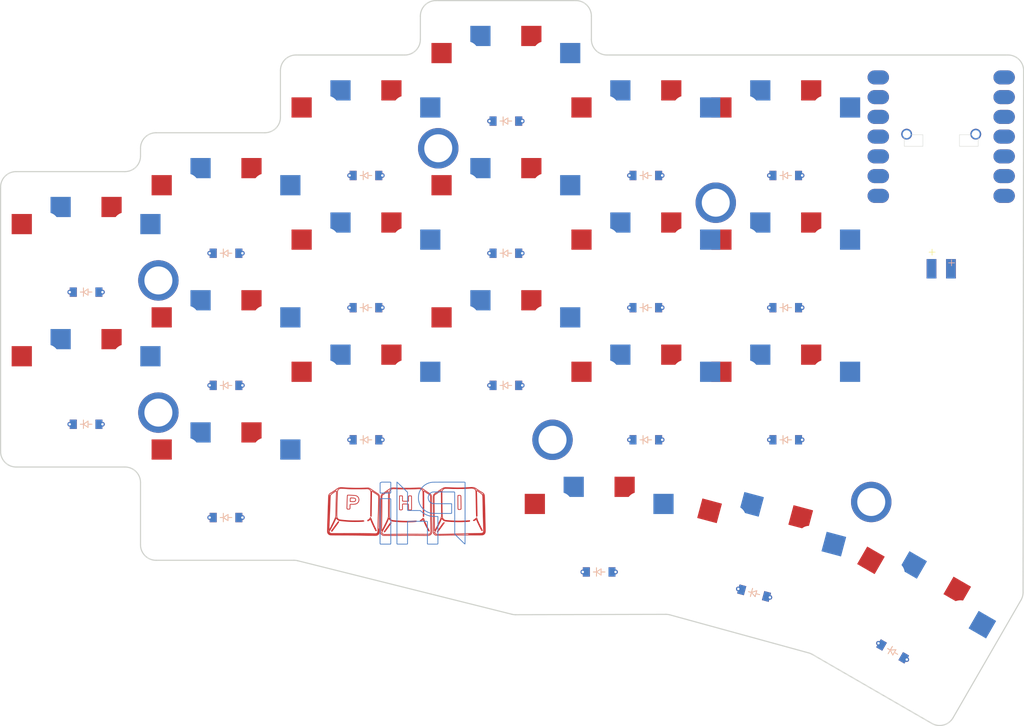
<source format=kicad_pcb>
(kicad_pcb (version 20171130) (host pcbnew 5.1.6)
  (title_block (title "pcb") (rev "v1.0.0") (company "phiwan"))
  (layers (0 F.Cu signal) (31 B.Cu signal) (34 B.Paste user) (35 F.Paste user) (36 B.SilkS user) (37 F.SilkS user) (38 B.Mask user) (39 F.Mask user) (44 Edge.Cuts user))
  (net 0 "")
  (net 1 "cring")
  (net 2 "outer_home")
  (net 3 "cpinky")
  (net 4 "outer_top")
  (net 5 "pinky_bottom")
  (net 6 "pinky_home")
  (net 7 "pinky_top")
  (net 8 "ring_bottom")
  (net 9 "ring_home")
  (net 10 "ring_top")
  (net 11 "cmiddle")
  (net 12 "middle_bottom")
  (net 13 "middle_home")
  (net 14 "middle_top")
  (net 15 "cindex")
  (net 16 "index_bottom")
  (net 17 "index_home")
  (net 18 "index_top")
  (net 19 "cinner")
  (net 20 "inner_bottom")
  (net 21 "inner_home")
  (net 22 "inner_top")
  (net 23 "left_cluster")
  (net 24 "middle_cluster")
  (net 25 "right_cluster")
  (net 26 "rthumbs")
  (net 27 "rbottom")
  (net 28 "rhome")
  (net 29 "rtop")
  (net 30 "sda")
  (net 31 "scl")
  (net 32 "3V3")
  (net 33 "GND")
  (net 34 "5V")
  (net 35 "RST")
  (net 36 "BAT+")
  (net 37 "PAD_3")
  (net 38 "PAD_4")
  (net 39 "PAD_5")
  (module PG1350 (layer F.Cu) (at 170 153 0)
    (fp_text reference "S1" hide)
    (fp_text value "" hide)
    (pad "" np_thru_hole circle (at 0 0) (size 3.429 3.429) (drill 3.429) (layers *.Cu *.Mask))
    (pad "" np_thru_hole circle (at 5.5 0) (size 1.7018 1.7018) (drill 1.7018) (layers *.Cu *.Mask))
    (pad "" np_thru_hole circle (at -5.5 0) (size 1.7018 1.7018) (drill 1.7018) (layers *.Cu *.Mask))
    (pad "" np_thru_hole circle (at 5 -3.75) (size 3 3) (drill 3) (layers *.Cu *.Mask))
    (pad "" np_thru_hole circle (at 0 -5.95) (size 3 3) (drill 3) (layers *.Cu *.Mask))
    (pad 1 smd rect (at -3.275 -5.95 0) (size 2.6 2.6) (layers B.Cu B.Paste B.Mask) (net 1 "cring"))
    (pad 2 smd rect (at 8.275 -3.75 0) (size 2.6 2.6) (layers B.Cu B.Paste B.Mask) (net 2 "outer_home"))
    (pad "" np_thru_hole circle (at -5 -3.75) (size 3 3) (drill 3) (layers *.Cu *.Mask))
    (pad "" np_thru_hole circle (at 0 -5.95) (size 3 3) (drill 3) (layers *.Cu *.Mask))
    (pad 1 smd rect (at 3.275 -5.95 0) (size 2.6 2.6) (layers F.Cu F.Paste F.Mask) (net 1 "cring"))
    (pad 2 smd rect (at -8.275 -3.75 0) (size 2.6 2.6) (layers F.Cu F.Paste F.Mask) (net 2 "outer_home"))
  )
  (module PG1350 (layer F.Cu) (at 170 136 0)
    (fp_text reference "S2" hide)
    (fp_text value "" hide)
    (pad "" np_thru_hole circle (at 0 0) (size 3.429 3.429) (drill 3.429) (layers *.Cu *.Mask))
    (pad "" np_thru_hole circle (at 5.5 0) (size 1.7018 1.7018) (drill 1.7018) (layers *.Cu *.Mask))
    (pad "" np_thru_hole circle (at -5.5 0) (size 1.7018 1.7018) (drill 1.7018) (layers *.Cu *.Mask))
    (pad "" np_thru_hole circle (at 5 -3.75) (size 3 3) (drill 3) (layers *.Cu *.Mask))
    (pad "" np_thru_hole circle (at 0 -5.95) (size 3 3) (drill 3) (layers *.Cu *.Mask))
    (pad 1 smd rect (at -3.275 -5.95 0) (size 2.6 2.6) (layers B.Cu B.Paste B.Mask) (net 3 "cpinky"))
    (pad 2 smd rect (at 8.275 -3.75 0) (size 2.6 2.6) (layers B.Cu B.Paste B.Mask) (net 4 "outer_top"))
    (pad "" np_thru_hole circle (at -5 -3.75) (size 3 3) (drill 3) (layers *.Cu *.Mask))
    (pad "" np_thru_hole circle (at 0 -5.95) (size 3 3) (drill 3) (layers *.Cu *.Mask))
    (pad 1 smd rect (at 3.275 -5.95 0) (size 2.6 2.6) (layers F.Cu F.Paste F.Mask) (net 3 "cpinky"))
    (pad 2 smd rect (at -8.275 -3.75 0) (size 2.6 2.6) (layers F.Cu F.Paste F.Mask) (net 4 "outer_top"))
  )
  (module PG1350 (layer F.Cu) (at 188 165 0)
    (fp_text reference "S3" hide)
    (fp_text value "" hide)
    (pad "" np_thru_hole circle (at 0 0) (size 3.429 3.429) (drill 3.429) (layers *.Cu *.Mask))
    (pad "" np_thru_hole circle (at 5.5 0) (size 1.7018 1.7018) (drill 1.7018) (layers *.Cu *.Mask))
    (pad "" np_thru_hole circle (at -5.5 0) (size 1.7018 1.7018) (drill 1.7018) (layers *.Cu *.Mask))
    (pad "" np_thru_hole circle (at 5 -3.75) (size 3 3) (drill 3) (layers *.Cu *.Mask))
    (pad "" np_thru_hole circle (at 0 -5.95) (size 3 3) (drill 3) (layers *.Cu *.Mask))
    (pad 1 smd rect (at -3.275 -5.95 0) (size 2.6 2.6) (layers B.Cu B.Paste B.Mask) (net 3 "cpinky"))
    (pad 2 smd rect (at 8.275 -3.75 0) (size 2.6 2.6) (layers B.Cu B.Paste B.Mask) (net 5 "pinky_bottom"))
    (pad "" np_thru_hole circle (at -5 -3.75) (size 3 3) (drill 3) (layers *.Cu *.Mask))
    (pad "" np_thru_hole circle (at 0 -5.95) (size 3 3) (drill 3) (layers *.Cu *.Mask))
    (pad 1 smd rect (at 3.275 -5.95 0) (size 2.6 2.6) (layers F.Cu F.Paste F.Mask) (net 3 "cpinky"))
    (pad 2 smd rect (at -8.275 -3.75 0) (size 2.6 2.6) (layers F.Cu F.Paste F.Mask) (net 5 "pinky_bottom"))
  )
  (module PG1350 (layer F.Cu) (at 188 148 0)
    (fp_text reference "S4" hide)
    (fp_text value "" hide)
    (pad "" np_thru_hole circle (at 0 0) (size 3.429 3.429) (drill 3.429) (layers *.Cu *.Mask))
    (pad "" np_thru_hole circle (at 5.5 0) (size 1.7018 1.7018) (drill 1.7018) (layers *.Cu *.Mask))
    (pad "" np_thru_hole circle (at -5.5 0) (size 1.7018 1.7018) (drill 1.7018) (layers *.Cu *.Mask))
    (pad "" np_thru_hole circle (at 5 -3.75) (size 3 3) (drill 3) (layers *.Cu *.Mask))
    (pad "" np_thru_hole circle (at 0 -5.95) (size 3 3) (drill 3) (layers *.Cu *.Mask))
    (pad 1 smd rect (at -3.275 -5.95 0) (size 2.6 2.6) (layers B.Cu B.Paste B.Mask) (net 3 "cpinky"))
    (pad 2 smd rect (at 8.275 -3.75 0) (size 2.6 2.6) (layers B.Cu B.Paste B.Mask) (net 6 "pinky_home"))
    (pad "" np_thru_hole circle (at -5 -3.75) (size 3 3) (drill 3) (layers *.Cu *.Mask))
    (pad "" np_thru_hole circle (at 0 -5.95) (size 3 3) (drill 3) (layers *.Cu *.Mask))
    (pad 1 smd rect (at 3.275 -5.95 0) (size 2.6 2.6) (layers F.Cu F.Paste F.Mask) (net 3 "cpinky"))
    (pad 2 smd rect (at -8.275 -3.75 0) (size 2.6 2.6) (layers F.Cu F.Paste F.Mask) (net 6 "pinky_home"))
  )
  (module PG1350 (layer F.Cu) (at 188 131 0)
    (fp_text reference "S5" hide)
    (fp_text value "" hide)
    (pad "" np_thru_hole circle (at 0 0) (size 3.429 3.429) (drill 3.429) (layers *.Cu *.Mask))
    (pad "" np_thru_hole circle (at 5.5 0) (size 1.7018 1.7018) (drill 1.7018) (layers *.Cu *.Mask))
    (pad "" np_thru_hole circle (at -5.5 0) (size 1.7018 1.7018) (drill 1.7018) (layers *.Cu *.Mask))
    (pad "" np_thru_hole circle (at 5 -3.75) (size 3 3) (drill 3) (layers *.Cu *.Mask))
    (pad "" np_thru_hole circle (at 0 -5.95) (size 3 3) (drill 3) (layers *.Cu *.Mask))
    (pad 1 smd rect (at -3.275 -5.95 0) (size 2.6 2.6) (layers B.Cu B.Paste B.Mask) (net 3 "cpinky"))
    (pad 2 smd rect (at 8.275 -3.75 0) (size 2.6 2.6) (layers B.Cu B.Paste B.Mask) (net 7 "pinky_top"))
    (pad "" np_thru_hole circle (at -5 -3.75) (size 3 3) (drill 3) (layers *.Cu *.Mask))
    (pad "" np_thru_hole circle (at 0 -5.95) (size 3 3) (drill 3) (layers *.Cu *.Mask))
    (pad 1 smd rect (at 3.275 -5.95 0) (size 2.6 2.6) (layers F.Cu F.Paste F.Mask) (net 3 "cpinky"))
    (pad 2 smd rect (at -8.275 -3.75 0) (size 2.6 2.6) (layers F.Cu F.Paste F.Mask) (net 7 "pinky_top"))
  )
  (module PG1350 (layer F.Cu) (at 206 155 0)
    (fp_text reference "S6" hide)
    (fp_text value "" hide)
    (pad "" np_thru_hole circle (at 0 0) (size 3.429 3.429) (drill 3.429) (layers *.Cu *.Mask))
    (pad "" np_thru_hole circle (at 5.5 0) (size 1.7018 1.7018) (drill 1.7018) (layers *.Cu *.Mask))
    (pad "" np_thru_hole circle (at -5.5 0) (size 1.7018 1.7018) (drill 1.7018) (layers *.Cu *.Mask))
    (pad "" np_thru_hole circle (at 5 -3.75) (size 3 3) (drill 3) (layers *.Cu *.Mask))
    (pad "" np_thru_hole circle (at 0 -5.95) (size 3 3) (drill 3) (layers *.Cu *.Mask))
    (pad 1 smd rect (at -3.275 -5.95 0) (size 2.6 2.6) (layers B.Cu B.Paste B.Mask) (net 1 "cring"))
    (pad 2 smd rect (at 8.275 -3.75 0) (size 2.6 2.6) (layers B.Cu B.Paste B.Mask) (net 8 "ring_bottom"))
    (pad "" np_thru_hole circle (at -5 -3.75) (size 3 3) (drill 3) (layers *.Cu *.Mask))
    (pad "" np_thru_hole circle (at 0 -5.95) (size 3 3) (drill 3) (layers *.Cu *.Mask))
    (pad 1 smd rect (at 3.275 -5.95 0) (size 2.6 2.6) (layers F.Cu F.Paste F.Mask) (net 1 "cring"))
    (pad 2 smd rect (at -8.275 -3.75 0) (size 2.6 2.6) (layers F.Cu F.Paste F.Mask) (net 8 "ring_bottom"))
  )
  (module PG1350 (layer F.Cu) (at 206 138 0)
    (fp_text reference "S7" hide)
    (fp_text value "" hide)
    (pad "" np_thru_hole circle (at 0 0) (size 3.429 3.429) (drill 3.429) (layers *.Cu *.Mask))
    (pad "" np_thru_hole circle (at 5.5 0) (size 1.7018 1.7018) (drill 1.7018) (layers *.Cu *.Mask))
    (pad "" np_thru_hole circle (at -5.5 0) (size 1.7018 1.7018) (drill 1.7018) (layers *.Cu *.Mask))
    (pad "" np_thru_hole circle (at 5 -3.75) (size 3 3) (drill 3) (layers *.Cu *.Mask))
    (pad "" np_thru_hole circle (at 0 -5.95) (size 3 3) (drill 3) (layers *.Cu *.Mask))
    (pad 1 smd rect (at -3.275 -5.95 0) (size 2.6 2.6) (layers B.Cu B.Paste B.Mask) (net 1 "cring"))
    (pad 2 smd rect (at 8.275 -3.75 0) (size 2.6 2.6) (layers B.Cu B.Paste B.Mask) (net 9 "ring_home"))
    (pad "" np_thru_hole circle (at -5 -3.75) (size 3 3) (drill 3) (layers *.Cu *.Mask))
    (pad "" np_thru_hole circle (at 0 -5.95) (size 3 3) (drill 3) (layers *.Cu *.Mask))
    (pad 1 smd rect (at 3.275 -5.95 0) (size 2.6 2.6) (layers F.Cu F.Paste F.Mask) (net 1 "cring"))
    (pad 2 smd rect (at -8.275 -3.75 0) (size 2.6 2.6) (layers F.Cu F.Paste F.Mask) (net 9 "ring_home"))
  )
  (module PG1350 (layer F.Cu) (at 206 121 0)
    (fp_text reference "S8" hide)
    (fp_text value "" hide)
    (pad "" np_thru_hole circle (at 0 0) (size 3.429 3.429) (drill 3.429) (layers *.Cu *.Mask))
    (pad "" np_thru_hole circle (at 5.5 0) (size 1.7018 1.7018) (drill 1.7018) (layers *.Cu *.Mask))
    (pad "" np_thru_hole circle (at -5.5 0) (size 1.7018 1.7018) (drill 1.7018) (layers *.Cu *.Mask))
    (pad "" np_thru_hole circle (at 5 -3.75) (size 3 3) (drill 3) (layers *.Cu *.Mask))
    (pad "" np_thru_hole circle (at 0 -5.95) (size 3 3) (drill 3) (layers *.Cu *.Mask))
    (pad 1 smd rect (at -3.275 -5.95 0) (size 2.6 2.6) (layers B.Cu B.Paste B.Mask) (net 1 "cring"))
    (pad 2 smd rect (at 8.275 -3.75 0) (size 2.6 2.6) (layers B.Cu B.Paste B.Mask) (net 10 "ring_top"))
    (pad "" np_thru_hole circle (at -5 -3.75) (size 3 3) (drill 3) (layers *.Cu *.Mask))
    (pad "" np_thru_hole circle (at 0 -5.95) (size 3 3) (drill 3) (layers *.Cu *.Mask))
    (pad 1 smd rect (at 3.275 -5.95 0) (size 2.6 2.6) (layers F.Cu F.Paste F.Mask) (net 1 "cring"))
    (pad 2 smd rect (at -8.275 -3.75 0) (size 2.6 2.6) (layers F.Cu F.Paste F.Mask) (net 10 "ring_top"))
  )
  (module PG1350 (layer F.Cu) (at 224 148 0)
    (fp_text reference "S9" hide)
    (fp_text value "" hide)
    (pad "" np_thru_hole circle (at 0 0) (size 3.429 3.429) (drill 3.429) (layers *.Cu *.Mask))
    (pad "" np_thru_hole circle (at 5.5 0) (size 1.7018 1.7018) (drill 1.7018) (layers *.Cu *.Mask))
    (pad "" np_thru_hole circle (at -5.5 0) (size 1.7018 1.7018) (drill 1.7018) (layers *.Cu *.Mask))
    (pad "" np_thru_hole circle (at 5 -3.75) (size 3 3) (drill 3) (layers *.Cu *.Mask))
    (pad "" np_thru_hole circle (at 0 -5.95) (size 3 3) (drill 3) (layers *.Cu *.Mask))
    (pad 1 smd rect (at -3.275 -5.95 0) (size 2.6 2.6) (layers B.Cu B.Paste B.Mask) (net 11 "cmiddle"))
    (pad 2 smd rect (at 8.275 -3.75 0) (size 2.6 2.6) (layers B.Cu B.Paste B.Mask) (net 12 "middle_bottom"))
    (pad "" np_thru_hole circle (at -5 -3.75) (size 3 3) (drill 3) (layers *.Cu *.Mask))
    (pad "" np_thru_hole circle (at 0 -5.95) (size 3 3) (drill 3) (layers *.Cu *.Mask))
    (pad 1 smd rect (at 3.275 -5.95 0) (size 2.6 2.6) (layers F.Cu F.Paste F.Mask) (net 11 "cmiddle"))
    (pad 2 smd rect (at -8.275 -3.75 0) (size 2.6 2.6) (layers F.Cu F.Paste F.Mask) (net 12 "middle_bottom"))
  )
  (module PG1350 (layer F.Cu) (at 224 131 0)
    (fp_text reference "S10" hide)
    (fp_text value "" hide)
    (pad "" np_thru_hole circle (at 0 0) (size 3.429 3.429) (drill 3.429) (layers *.Cu *.Mask))
    (pad "" np_thru_hole circle (at 5.5 0) (size 1.7018 1.7018) (drill 1.7018) (layers *.Cu *.Mask))
    (pad "" np_thru_hole circle (at -5.5 0) (size 1.7018 1.7018) (drill 1.7018) (layers *.Cu *.Mask))
    (pad "" np_thru_hole circle (at 5 -3.75) (size 3 3) (drill 3) (layers *.Cu *.Mask))
    (pad "" np_thru_hole circle (at 0 -5.95) (size 3 3) (drill 3) (layers *.Cu *.Mask))
    (pad 1 smd rect (at -3.275 -5.95 0) (size 2.6 2.6) (layers B.Cu B.Paste B.Mask) (net 11 "cmiddle"))
    (pad 2 smd rect (at 8.275 -3.75 0) (size 2.6 2.6) (layers B.Cu B.Paste B.Mask) (net 13 "middle_home"))
    (pad "" np_thru_hole circle (at -5 -3.75) (size 3 3) (drill 3) (layers *.Cu *.Mask))
    (pad "" np_thru_hole circle (at 0 -5.95) (size 3 3) (drill 3) (layers *.Cu *.Mask))
    (pad 1 smd rect (at 3.275 -5.95 0) (size 2.6 2.6) (layers F.Cu F.Paste F.Mask) (net 11 "cmiddle"))
    (pad 2 smd rect (at -8.275 -3.75 0) (size 2.6 2.6) (layers F.Cu F.Paste F.Mask) (net 13 "middle_home"))
  )
  (module PG1350 (layer F.Cu) (at 224 114 0)
    (fp_text reference "S11" hide)
    (fp_text value "" hide)
    (pad "" np_thru_hole circle (at 0 0) (size 3.429 3.429) (drill 3.429) (layers *.Cu *.Mask))
    (pad "" np_thru_hole circle (at 5.5 0) (size 1.7018 1.7018) (drill 1.7018) (layers *.Cu *.Mask))
    (pad "" np_thru_hole circle (at -5.5 0) (size 1.7018 1.7018) (drill 1.7018) (layers *.Cu *.Mask))
    (pad "" np_thru_hole circle (at 5 -3.75) (size 3 3) (drill 3) (layers *.Cu *.Mask))
    (pad "" np_thru_hole circle (at 0 -5.95) (size 3 3) (drill 3) (layers *.Cu *.Mask))
    (pad 1 smd rect (at -3.275 -5.95 0) (size 2.6 2.6) (layers B.Cu B.Paste B.Mask) (net 11 "cmiddle"))
    (pad 2 smd rect (at 8.275 -3.75 0) (size 2.6 2.6) (layers B.Cu B.Paste B.Mask) (net 14 "middle_top"))
    (pad "" np_thru_hole circle (at -5 -3.75) (size 3 3) (drill 3) (layers *.Cu *.Mask))
    (pad "" np_thru_hole circle (at 0 -5.95) (size 3 3) (drill 3) (layers *.Cu *.Mask))
    (pad 1 smd rect (at 3.275 -5.95 0) (size 2.6 2.6) (layers F.Cu F.Paste F.Mask) (net 11 "cmiddle"))
    (pad 2 smd rect (at -8.275 -3.75 0) (size 2.6 2.6) (layers F.Cu F.Paste F.Mask) (net 14 "middle_top"))
  )
  (module PG1350 (layer F.Cu) (at 242 155 0)
    (fp_text reference "S12" hide)
    (fp_text value "" hide)
    (pad "" np_thru_hole circle (at 0 0) (size 3.429 3.429) (drill 3.429) (layers *.Cu *.Mask))
    (pad "" np_thru_hole circle (at 5.5 0) (size 1.7018 1.7018) (drill 1.7018) (layers *.Cu *.Mask))
    (pad "" np_thru_hole circle (at -5.5 0) (size 1.7018 1.7018) (drill 1.7018) (layers *.Cu *.Mask))
    (pad "" np_thru_hole circle (at 5 -3.75) (size 3 3) (drill 3) (layers *.Cu *.Mask))
    (pad "" np_thru_hole circle (at 0 -5.95) (size 3 3) (drill 3) (layers *.Cu *.Mask))
    (pad 1 smd rect (at -3.275 -5.95 0) (size 2.6 2.6) (layers B.Cu B.Paste B.Mask) (net 15 "cindex"))
    (pad 2 smd rect (at 8.275 -3.75 0) (size 2.6 2.6) (layers B.Cu B.Paste B.Mask) (net 16 "index_bottom"))
    (pad "" np_thru_hole circle (at -5 -3.75) (size 3 3) (drill 3) (layers *.Cu *.Mask))
    (pad "" np_thru_hole circle (at 0 -5.95) (size 3 3) (drill 3) (layers *.Cu *.Mask))
    (pad 1 smd rect (at 3.275 -5.95 0) (size 2.6 2.6) (layers F.Cu F.Paste F.Mask) (net 15 "cindex"))
    (pad 2 smd rect (at -8.275 -3.75 0) (size 2.6 2.6) (layers F.Cu F.Paste F.Mask) (net 16 "index_bottom"))
  )
  (module PG1350 (layer F.Cu) (at 242 138 0)
    (fp_text reference "S13" hide)
    (fp_text value "" hide)
    (pad "" np_thru_hole circle (at 0 0) (size 3.429 3.429) (drill 3.429) (layers *.Cu *.Mask))
    (pad "" np_thru_hole circle (at 5.5 0) (size 1.7018 1.7018) (drill 1.7018) (layers *.Cu *.Mask))
    (pad "" np_thru_hole circle (at -5.5 0) (size 1.7018 1.7018) (drill 1.7018) (layers *.Cu *.Mask))
    (pad "" np_thru_hole circle (at 5 -3.75) (size 3 3) (drill 3) (layers *.Cu *.Mask))
    (pad "" np_thru_hole circle (at 0 -5.95) (size 3 3) (drill 3) (layers *.Cu *.Mask))
    (pad 1 smd rect (at -3.275 -5.95 0) (size 2.6 2.6) (layers B.Cu B.Paste B.Mask) (net 15 "cindex"))
    (pad 2 smd rect (at 8.275 -3.75 0) (size 2.6 2.6) (layers B.Cu B.Paste B.Mask) (net 17 "index_home"))
    (pad "" np_thru_hole circle (at -5 -3.75) (size 3 3) (drill 3) (layers *.Cu *.Mask))
    (pad "" np_thru_hole circle (at 0 -5.95) (size 3 3) (drill 3) (layers *.Cu *.Mask))
    (pad 1 smd rect (at 3.275 -5.95 0) (size 2.6 2.6) (layers F.Cu F.Paste F.Mask) (net 15 "cindex"))
    (pad 2 smd rect (at -8.275 -3.75 0) (size 2.6 2.6) (layers F.Cu F.Paste F.Mask) (net 17 "index_home"))
  )
  (module PG1350 (layer F.Cu) (at 242 121 0)
    (fp_text reference "S14" hide)
    (fp_text value "" hide)
    (pad "" np_thru_hole circle (at 0 0) (size 3.429 3.429) (drill 3.429) (layers *.Cu *.Mask))
    (pad "" np_thru_hole circle (at 5.5 0) (size 1.7018 1.7018) (drill 1.7018) (layers *.Cu *.Mask))
    (pad "" np_thru_hole circle (at -5.5 0) (size 1.7018 1.7018) (drill 1.7018) (layers *.Cu *.Mask))
    (pad "" np_thru_hole circle (at 5 -3.75) (size 3 3) (drill 3) (layers *.Cu *.Mask))
    (pad "" np_thru_hole circle (at 0 -5.95) (size 3 3) (drill 3) (layers *.Cu *.Mask))
    (pad 1 smd rect (at -3.275 -5.95 0) (size 2.6 2.6) (layers B.Cu B.Paste B.Mask) (net 15 "cindex"))
    (pad 2 smd rect (at 8.275 -3.75 0) (size 2.6 2.6) (layers B.Cu B.Paste B.Mask) (net 18 "index_top"))
    (pad "" np_thru_hole circle (at -5 -3.75) (size 3 3) (drill 3) (layers *.Cu *.Mask))
    (pad "" np_thru_hole circle (at 0 -5.95) (size 3 3) (drill 3) (layers *.Cu *.Mask))
    (pad 1 smd rect (at 3.275 -5.95 0) (size 2.6 2.6) (layers F.Cu F.Paste F.Mask) (net 15 "cindex"))
    (pad 2 smd rect (at -8.275 -3.75 0) (size 2.6 2.6) (layers F.Cu F.Paste F.Mask) (net 18 "index_top"))
  )
  (module PG1350 (layer F.Cu) (at 260 155 0)
    (fp_text reference "S15" hide)
    (fp_text value "" hide)
    (pad "" np_thru_hole circle (at 0 0) (size 3.429 3.429) (drill 3.429) (layers *.Cu *.Mask))
    (pad "" np_thru_hole circle (at 5.5 0) (size 1.7018 1.7018) (drill 1.7018) (layers *.Cu *.Mask))
    (pad "" np_thru_hole circle (at -5.5 0) (size 1.7018 1.7018) (drill 1.7018) (layers *.Cu *.Mask))
    (pad "" np_thru_hole circle (at 5 -3.75) (size 3 3) (drill 3) (layers *.Cu *.Mask))
    (pad "" np_thru_hole circle (at 0 -5.95) (size 3 3) (drill 3) (layers *.Cu *.Mask))
    (pad 1 smd rect (at -3.275 -5.95 0) (size 2.6 2.6) (layers B.Cu B.Paste B.Mask) (net 19 "cinner"))
    (pad 2 smd rect (at 8.275 -3.75 0) (size 2.6 2.6) (layers B.Cu B.Paste B.Mask) (net 20 "inner_bottom"))
    (pad "" np_thru_hole circle (at -5 -3.75) (size 3 3) (drill 3) (layers *.Cu *.Mask))
    (pad "" np_thru_hole circle (at 0 -5.95) (size 3 3) (drill 3) (layers *.Cu *.Mask))
    (pad 1 smd rect (at 3.275 -5.95 0) (size 2.6 2.6) (layers F.Cu F.Paste F.Mask) (net 19 "cinner"))
    (pad 2 smd rect (at -8.275 -3.75 0) (size 2.6 2.6) (layers F.Cu F.Paste F.Mask) (net 20 "inner_bottom"))
  )
  (module PG1350 (layer F.Cu) (at 260 138 0)
    (fp_text reference "S16" hide)
    (fp_text value "" hide)
    (pad "" np_thru_hole circle (at 0 0) (size 3.429 3.429) (drill 3.429) (layers *.Cu *.Mask))
    (pad "" np_thru_hole circle (at 5.5 0) (size 1.7018 1.7018) (drill 1.7018) (layers *.Cu *.Mask))
    (pad "" np_thru_hole circle (at -5.5 0) (size 1.7018 1.7018) (drill 1.7018) (layers *.Cu *.Mask))
    (pad "" np_thru_hole circle (at 5 -3.75) (size 3 3) (drill 3) (layers *.Cu *.Mask))
    (pad "" np_thru_hole circle (at 0 -5.95) (size 3 3) (drill 3) (layers *.Cu *.Mask))
    (pad 1 smd rect (at -3.275 -5.95 0) (size 2.6 2.6) (layers B.Cu B.Paste B.Mask) (net 19 "cinner"))
    (pad 2 smd rect (at 8.275 -3.75 0) (size 2.6 2.6) (layers B.Cu B.Paste B.Mask) (net 21 "inner_home"))
    (pad "" np_thru_hole circle (at -5 -3.75) (size 3 3) (drill 3) (layers *.Cu *.Mask))
    (pad "" np_thru_hole circle (at 0 -5.95) (size 3 3) (drill 3) (layers *.Cu *.Mask))
    (pad 1 smd rect (at 3.275 -5.95 0) (size 2.6 2.6) (layers F.Cu F.Paste F.Mask) (net 19 "cinner"))
    (pad 2 smd rect (at -8.275 -3.75 0) (size 2.6 2.6) (layers F.Cu F.Paste F.Mask) (net 21 "inner_home"))
  )
  (module PG1350 (layer F.Cu) (at 260 121 0)
    (fp_text reference "S17" hide)
    (fp_text value "" hide)
    (pad "" np_thru_hole circle (at 0 0) (size 3.429 3.429) (drill 3.429) (layers *.Cu *.Mask))
    (pad "" np_thru_hole circle (at 5.5 0) (size 1.7018 1.7018) (drill 1.7018) (layers *.Cu *.Mask))
    (pad "" np_thru_hole circle (at -5.5 0) (size 1.7018 1.7018) (drill 1.7018) (layers *.Cu *.Mask))
    (pad "" np_thru_hole circle (at 5 -3.75) (size 3 3) (drill 3) (layers *.Cu *.Mask))
    (pad "" np_thru_hole circle (at 0 -5.95) (size 3 3) (drill 3) (layers *.Cu *.Mask))
    (pad 1 smd rect (at -3.275 -5.95 0) (size 2.6 2.6) (layers B.Cu B.Paste B.Mask) (net 19 "cinner"))
    (pad 2 smd rect (at 8.275 -3.75 0) (size 2.6 2.6) (layers B.Cu B.Paste B.Mask) (net 22 "inner_top"))
    (pad "" np_thru_hole circle (at -5 -3.75) (size 3 3) (drill 3) (layers *.Cu *.Mask))
    (pad "" np_thru_hole circle (at 0 -5.95) (size 3 3) (drill 3) (layers *.Cu *.Mask))
    (pad 1 smd rect (at 3.275 -5.95 0) (size 2.6 2.6) (layers F.Cu F.Paste F.Mask) (net 19 "cinner"))
    (pad 2 smd rect (at -8.275 -3.75 0) (size 2.6 2.6) (layers F.Cu F.Paste F.Mask) (net 22 "inner_top"))
  )
  (module PG1350 (layer F.Cu) (at 236 172 0)
    (fp_text reference "S18" hide)
    (fp_text value "" hide)
    (pad "" np_thru_hole circle (at 0 0) (size 3.429 3.429) (drill 3.429) (layers *.Cu *.Mask))
    (pad "" np_thru_hole circle (at 5.5 0) (size 1.7018 1.7018) (drill 1.7018) (layers *.Cu *.Mask))
    (pad "" np_thru_hole circle (at -5.5 0) (size 1.7018 1.7018) (drill 1.7018) (layers *.Cu *.Mask))
    (pad "" np_thru_hole circle (at 5 -3.75) (size 3 3) (drill 3) (layers *.Cu *.Mask))
    (pad "" np_thru_hole circle (at 0 -5.95) (size 3 3) (drill 3) (layers *.Cu *.Mask))
    (pad 1 smd rect (at -3.275 -5.95 0) (size 2.6 2.6) (layers B.Cu B.Paste B.Mask) (net 11 "cmiddle"))
    (pad 2 smd rect (at 8.275 -3.75 0) (size 2.6 2.6) (layers B.Cu B.Paste B.Mask) (net 23 "left_cluster"))
    (pad "" np_thru_hole circle (at -5 -3.75) (size 3 3) (drill 3) (layers *.Cu *.Mask))
    (pad "" np_thru_hole circle (at 0 -5.95) (size 3 3) (drill 3) (layers *.Cu *.Mask))
    (pad 1 smd rect (at 3.275 -5.95 0) (size 2.6 2.6) (layers F.Cu F.Paste F.Mask) (net 11 "cmiddle"))
    (pad 2 smd rect (at -8.275 -3.75 0) (size 2.6 2.6) (layers F.Cu F.Paste F.Mask) (net 23 "left_cluster"))
  )
  (module PG1350 (layer F.Cu) (at 257.2235429 174.8977775 -15)
    (fp_text reference "S19" hide)
    (fp_text value "" hide)
    (pad "" np_thru_hole circle (at 0 0) (size 3.429 3.429) (drill 3.429) (layers *.Cu *.Mask))
    (pad "" np_thru_hole circle (at 5.5 0) (size 1.7018 1.7018) (drill 1.7018) (layers *.Cu *.Mask))
    (pad "" np_thru_hole circle (at -5.5 0) (size 1.7018 1.7018) (drill 1.7018) (layers *.Cu *.Mask))
    (pad "" np_thru_hole circle (at 5 -3.75) (size 3 3) (drill 3) (layers *.Cu *.Mask))
    (pad "" np_thru_hole circle (at 0 -5.95) (size 3 3) (drill 3) (layers *.Cu *.Mask))
    (pad 1 smd rect (at -3.275 -5.95 -15) (size 2.6 2.6) (layers B.Cu B.Paste B.Mask) (net 15 "cindex"))
    (pad 2 smd rect (at 8.275 -3.75 -15) (size 2.6 2.6) (layers B.Cu B.Paste B.Mask) (net 24 "middle_cluster"))
    (pad "" np_thru_hole circle (at -5 -3.75) (size 3 3) (drill 3) (layers *.Cu *.Mask))
    (pad "" np_thru_hole circle (at 0 -5.95) (size 3 3) (drill 3) (layers *.Cu *.Mask))
    (pad 1 smd rect (at 3.275 -5.95 -15) (size 2.6 2.6) (layers F.Cu F.Paste F.Mask) (net 15 "cindex"))
    (pad 2 smd rect (at -8.275 -3.75 -15) (size 2.6 2.6) (layers F.Cu F.Paste F.Mask) (net 24 "middle_cluster"))
  )
  (module PG1350 (layer F.Cu) (at 276.2503682 182.89017139999999 -30)
    (fp_text reference "S20" hide)
    (fp_text value "" hide)
    (pad "" np_thru_hole circle (at 0 0) (size 3.429 3.429) (drill 3.429) (layers *.Cu *.Mask))
    (pad "" np_thru_hole circle (at 5.5 0) (size 1.7018 1.7018) (drill 1.7018) (layers *.Cu *.Mask))
    (pad "" np_thru_hole circle (at -5.5 0) (size 1.7018 1.7018) (drill 1.7018) (layers *.Cu *.Mask))
    (pad "" np_thru_hole circle (at 5 -3.75) (size 3 3) (drill 3) (layers *.Cu *.Mask))
    (pad "" np_thru_hole circle (at 0 -5.95) (size 3 3) (drill 3) (layers *.Cu *.Mask))
    (pad 1 smd rect (at -3.275 -5.95 -30) (size 2.6 2.6) (layers B.Cu B.Paste B.Mask) (net 19 "cinner"))
    (pad 2 smd rect (at 8.275 -3.75 -30) (size 2.6 2.6) (layers B.Cu B.Paste B.Mask) (net 25 "right_cluster"))
    (pad "" np_thru_hole circle (at -5 -3.75) (size 3 3) (drill 3) (layers *.Cu *.Mask))
    (pad "" np_thru_hole circle (at 0 -5.95) (size 3 3) (drill 3) (layers *.Cu *.Mask))
    (pad 1 smd rect (at 3.275 -5.95 -30) (size 2.6 2.6) (layers F.Cu F.Paste F.Mask) (net 19 "cinner"))
    (pad 2 smd rect (at -8.275 -3.75 -30) (size 2.6 2.6) (layers F.Cu F.Paste F.Mask) (net 25 "right_cluster"))
  )
  (module Diode_SMD:D_SOD-123 (layer B.Cu) (at 170 158 0)
    (fp_text reference "Di1" hide)
    (fp_text value "" hide)
    (pad 1 smd rect (at -1.65 0 0) (size 0.9 1.2) (layers F.Cu F.Paste F.Mask) (net 26 "rthumbs"))
    (pad 2 smd rect (at 1.65 0 0) (size 0.9 1.2) (layers F.Cu F.Paste F.Mask) (net 2 "outer_home"))
    (pad 1 smd rect (at -1.65 0 0) (size 0.9 1.2) (layers B.Cu B.Paste B.Mask) (net 26 "rthumbs"))
    (pad 2 smd rect (at 1.65 0 0) (size 0.9 1.2) (layers B.Cu B.Paste B.Mask) (net 2 "outer_home"))
    (pad "1" thru_hole circle (at -2.1 0) (size 0.6 0.6) (drill 0.3) (layers "*.Cu" "*.Mask") (net 26 "rthumbs"))
    (pad "2" thru_hole circle (at 2.1 0) (size 0.6 0.6) (drill 0.3) (layers "*.Cu" "*.Mask") (net 2 "outer_home"))
  )
  (module Diode_SMD:D_SOD-123 (layer B.Cu) (at 170 141 0)
    (fp_text reference "Di2" hide)
    (fp_text value "" hide)
    (pad 1 smd rect (at -1.65 0 0) (size 0.9 1.2) (layers F.Cu F.Paste F.Mask) (net 26 "rthumbs"))
    (pad 2 smd rect (at 1.65 0 0) (size 0.9 1.2) (layers F.Cu F.Paste F.Mask) (net 4 "outer_top"))
    (pad 1 smd rect (at -1.65 0 0) (size 0.9 1.2) (layers B.Cu B.Paste B.Mask) (net 26 "rthumbs"))
    (pad 2 smd rect (at 1.65 0 0) (size 0.9 1.2) (layers B.Cu B.Paste B.Mask) (net 4 "outer_top"))
    (pad "1" thru_hole circle (at -2.1 0) (size 0.6 0.6) (drill 0.3) (layers "*.Cu" "*.Mask") (net 26 "rthumbs"))
    (pad "2" thru_hole circle (at 2.1 0) (size 0.6 0.6) (drill 0.3) (layers "*.Cu" "*.Mask") (net 4 "outer_top"))
  )
  (module Diode_SMD:D_SOD-123 (layer B.Cu) (at 188 170 0)
    (fp_text reference "Di3" hide)
    (fp_text value "" hide)
    (pad 1 smd rect (at -1.65 0 0) (size 0.9 1.2) (layers F.Cu F.Paste F.Mask) (net 27 "rbottom"))
    (pad 2 smd rect (at 1.65 0 0) (size 0.9 1.2) (layers F.Cu F.Paste F.Mask) (net 5 "pinky_bottom"))
    (pad 1 smd rect (at -1.65 0 0) (size 0.9 1.2) (layers B.Cu B.Paste B.Mask) (net 27 "rbottom"))
    (pad 2 smd rect (at 1.65 0 0) (size 0.9 1.2) (layers B.Cu B.Paste B.Mask) (net 5 "pinky_bottom"))
    (pad "1" thru_hole circle (at -2.1 0) (size 0.6 0.6) (drill 0.3) (layers "*.Cu" "*.Mask") (net 27 "rbottom"))
    (pad "2" thru_hole circle (at 2.1 0) (size 0.6 0.6) (drill 0.3) (layers "*.Cu" "*.Mask") (net 5 "pinky_bottom"))
  )
  (module Diode_SMD:D_SOD-123 (layer B.Cu) (at 188 153 0)
    (fp_text reference "Di4" hide)
    (fp_text value "" hide)
    (pad 1 smd rect (at -1.65 0 0) (size 0.9 1.2) (layers F.Cu F.Paste F.Mask) (net 28 "rhome"))
    (pad 2 smd rect (at 1.65 0 0) (size 0.9 1.2) (layers F.Cu F.Paste F.Mask) (net 6 "pinky_home"))
    (pad 1 smd rect (at -1.65 0 0) (size 0.9 1.2) (layers B.Cu B.Paste B.Mask) (net 28 "rhome"))
    (pad 2 smd rect (at 1.65 0 0) (size 0.9 1.2) (layers B.Cu B.Paste B.Mask) (net 6 "pinky_home"))
    (pad "1" thru_hole circle (at -2.1 0) (size 0.6 0.6) (drill 0.3) (layers "*.Cu" "*.Mask") (net 28 "rhome"))
    (pad "2" thru_hole circle (at 2.1 0) (size 0.6 0.6) (drill 0.3) (layers "*.Cu" "*.Mask") (net 6 "pinky_home"))
  )
  (module Diode_SMD:D_SOD-123 (layer B.Cu) (at 188 136 0)
    (fp_text reference "Di5" hide)
    (fp_text value "" hide)
    (pad 1 smd rect (at -1.65 0 0) (size 0.9 1.2) (layers F.Cu F.Paste F.Mask) (net 29 "rtop"))
    (pad 2 smd rect (at 1.65 0 0) (size 0.9 1.2) (layers F.Cu F.Paste F.Mask) (net 7 "pinky_top"))
    (pad 1 smd rect (at -1.65 0 0) (size 0.9 1.2) (layers B.Cu B.Paste B.Mask) (net 29 "rtop"))
    (pad 2 smd rect (at 1.65 0 0) (size 0.9 1.2) (layers B.Cu B.Paste B.Mask) (net 7 "pinky_top"))
    (pad "1" thru_hole circle (at -2.1 0) (size 0.6 0.6) (drill 0.3) (layers "*.Cu" "*.Mask") (net 29 "rtop"))
    (pad "2" thru_hole circle (at 2.1 0) (size 0.6 0.6) (drill 0.3) (layers "*.Cu" "*.Mask") (net 7 "pinky_top"))
  )
  (module Diode_SMD:D_SOD-123 (layer B.Cu) (at 206 160 0)
    (fp_text reference "Di6" hide)
    (fp_text value "" hide)
    (pad 1 smd rect (at -1.65 0 0) (size 0.9 1.2) (layers F.Cu F.Paste F.Mask) (net 27 "rbottom"))
    (pad 2 smd rect (at 1.65 0 0) (size 0.9 1.2) (layers F.Cu F.Paste F.Mask) (net 8 "ring_bottom"))
    (pad 1 smd rect (at -1.65 0 0) (size 0.9 1.2) (layers B.Cu B.Paste B.Mask) (net 27 "rbottom"))
    (pad 2 smd rect (at 1.65 0 0) (size 0.9 1.2) (layers B.Cu B.Paste B.Mask) (net 8 "ring_bottom"))
    (pad "1" thru_hole circle (at -2.1 0) (size 0.6 0.6) (drill 0.3) (layers "*.Cu" "*.Mask") (net 27 "rbottom"))
    (pad "2" thru_hole circle (at 2.1 0) (size 0.6 0.6) (drill 0.3) (layers "*.Cu" "*.Mask") (net 8 "ring_bottom"))
  )
  (module Diode_SMD:D_SOD-123 (layer B.Cu) (at 206 143 0)
    (fp_text reference "Di7" hide)
    (fp_text value "" hide)
    (pad 1 smd rect (at -1.65 0 0) (size 0.9 1.2) (layers F.Cu F.Paste F.Mask) (net 28 "rhome"))
    (pad 2 smd rect (at 1.65 0 0) (size 0.9 1.2) (layers F.Cu F.Paste F.Mask) (net 9 "ring_home"))
    (pad 1 smd rect (at -1.65 0 0) (size 0.9 1.2) (layers B.Cu B.Paste B.Mask) (net 28 "rhome"))
    (pad 2 smd rect (at 1.65 0 0) (size 0.9 1.2) (layers B.Cu B.Paste B.Mask) (net 9 "ring_home"))
    (pad "1" thru_hole circle (at -2.1 0) (size 0.6 0.6) (drill 0.3) (layers "*.Cu" "*.Mask") (net 28 "rhome"))
    (pad "2" thru_hole circle (at 2.1 0) (size 0.6 0.6) (drill 0.3) (layers "*.Cu" "*.Mask") (net 9 "ring_home"))
  )
  (module Diode_SMD:D_SOD-123 (layer B.Cu) (at 206 126 0)
    (fp_text reference "Di8" hide)
    (fp_text value "" hide)
    (pad 1 smd rect (at -1.65 0 0) (size 0.9 1.2) (layers F.Cu F.Paste F.Mask) (net 29 "rtop"))
    (pad 2 smd rect (at 1.65 0 0) (size 0.9 1.2) (layers F.Cu F.Paste F.Mask) (net 10 "ring_top"))
    (pad 1 smd rect (at -1.65 0 0) (size 0.9 1.2) (layers B.Cu B.Paste B.Mask) (net 29 "rtop"))
    (pad 2 smd rect (at 1.65 0 0) (size 0.9 1.2) (layers B.Cu B.Paste B.Mask) (net 10 "ring_top"))
    (pad "1" thru_hole circle (at -2.1 0) (size 0.6 0.6) (drill 0.3) (layers "*.Cu" "*.Mask") (net 29 "rtop"))
    (pad "2" thru_hole circle (at 2.1 0) (size 0.6 0.6) (drill 0.3) (layers "*.Cu" "*.Mask") (net 10 "ring_top"))
  )
  (module Diode_SMD:D_SOD-123 (layer B.Cu) (at 224 153 0)
    (fp_text reference "Di9" hide)
    (fp_text value "" hide)
    (pad 1 smd rect (at -1.65 0 0) (size 0.9 1.2) (layers F.Cu F.Paste F.Mask) (net 27 "rbottom"))
    (pad 2 smd rect (at 1.65 0 0) (size 0.9 1.2) (layers F.Cu F.Paste F.Mask) (net 12 "middle_bottom"))
    (pad 1 smd rect (at -1.65 0 0) (size 0.9 1.2) (layers B.Cu B.Paste B.Mask) (net 27 "rbottom"))
    (pad 2 smd rect (at 1.65 0 0) (size 0.9 1.2) (layers B.Cu B.Paste B.Mask) (net 12 "middle_bottom"))
    (pad "1" thru_hole circle (at -2.1 0) (size 0.6 0.6) (drill 0.3) (layers "*.Cu" "*.Mask") (net 27 "rbottom"))
    (pad "2" thru_hole circle (at 2.1 0) (size 0.6 0.6) (drill 0.3) (layers "*.Cu" "*.Mask") (net 12 "middle_bottom"))
  )
  (module Diode_SMD:D_SOD-123 (layer B.Cu) (at 224 136 0)
    (fp_text reference "Di10" hide)
    (fp_text value "" hide)
    (pad 1 smd rect (at -1.65 0 0) (size 0.9 1.2) (layers F.Cu F.Paste F.Mask) (net 28 "rhome"))
    (pad 2 smd rect (at 1.65 0 0) (size 0.9 1.2) (layers F.Cu F.Paste F.Mask) (net 13 "middle_home"))
    (pad 1 smd rect (at -1.65 0 0) (size 0.9 1.2) (layers B.Cu B.Paste B.Mask) (net 28 "rhome"))
    (pad 2 smd rect (at 1.65 0 0) (size 0.9 1.2) (layers B.Cu B.Paste B.Mask) (net 13 "middle_home"))
    (pad "1" thru_hole circle (at -2.1 0) (size 0.6 0.6) (drill 0.3) (layers "*.Cu" "*.Mask") (net 28 "rhome"))
    (pad "2" thru_hole circle (at 2.1 0) (size 0.6 0.6) (drill 0.3) (layers "*.Cu" "*.Mask") (net 13 "middle_home"))
  )
  (module Diode_SMD:D_SOD-123 (layer B.Cu) (at 224 119 0)
    (fp_text reference "Di11" hide)
    (fp_text value "" hide)
    (pad 1 smd rect (at -1.65 0 0) (size 0.9 1.2) (layers F.Cu F.Paste F.Mask) (net 29 "rtop"))
    (pad 2 smd rect (at 1.65 0 0) (size 0.9 1.2) (layers F.Cu F.Paste F.Mask) (net 14 "middle_top"))
    (pad 1 smd rect (at -1.65 0 0) (size 0.9 1.2) (layers B.Cu B.Paste B.Mask) (net 29 "rtop"))
    (pad 2 smd rect (at 1.65 0 0) (size 0.9 1.2) (layers B.Cu B.Paste B.Mask) (net 14 "middle_top"))
    (pad "1" thru_hole circle (at -2.1 0) (size 0.6 0.6) (drill 0.3) (layers "*.Cu" "*.Mask") (net 29 "rtop"))
    (pad "2" thru_hole circle (at 2.1 0) (size 0.6 0.6) (drill 0.3) (layers "*.Cu" "*.Mask") (net 14 "middle_top"))
  )
  (module Diode_SMD:D_SOD-123 (layer B.Cu) (at 242 160 0)
    (fp_text reference "Di12" hide)
    (fp_text value "" hide)
    (pad 1 smd rect (at -1.65 0 0) (size 0.9 1.2) (layers F.Cu F.Paste F.Mask) (net 27 "rbottom"))
    (pad 2 smd rect (at 1.65 0 0) (size 0.9 1.2) (layers F.Cu F.Paste F.Mask) (net 16 "index_bottom"))
    (pad 1 smd rect (at -1.65 0 0) (size 0.9 1.2) (layers B.Cu B.Paste B.Mask) (net 27 "rbottom"))
    (pad 2 smd rect (at 1.65 0 0) (size 0.9 1.2) (layers B.Cu B.Paste B.Mask) (net 16 "index_bottom"))
    (pad "1" thru_hole circle (at -2.1 0) (size 0.6 0.6) (drill 0.3) (layers "*.Cu" "*.Mask") (net 27 "rbottom"))
    (pad "2" thru_hole circle (at 2.1 0) (size 0.6 0.6) (drill 0.3) (layers "*.Cu" "*.Mask") (net 16 "index_bottom"))
  )
  (module Diode_SMD:D_SOD-123 (layer B.Cu) (at 242 143 0)
    (fp_text reference "Di13" hide)
    (fp_text value "" hide)
    (pad 1 smd rect (at -1.65 0 0) (size 0.9 1.2) (layers F.Cu F.Paste F.Mask) (net 28 "rhome"))
    (pad 2 smd rect (at 1.65 0 0) (size 0.9 1.2) (layers F.Cu F.Paste F.Mask) (net 17 "index_home"))
    (pad 1 smd rect (at -1.65 0 0) (size 0.9 1.2) (layers B.Cu B.Paste B.Mask) (net 28 "rhome"))
    (pad 2 smd rect (at 1.65 0 0) (size 0.9 1.2) (layers B.Cu B.Paste B.Mask) (net 17 "index_home"))
    (pad "1" thru_hole circle (at -2.1 0) (size 0.6 0.6) (drill 0.3) (layers "*.Cu" "*.Mask") (net 28 "rhome"))
    (pad "2" thru_hole circle (at 2.1 0) (size 0.6 0.6) (drill 0.3) (layers "*.Cu" "*.Mask") (net 17 "index_home"))
  )
  (module Diode_SMD:D_SOD-123 (layer B.Cu) (at 242 126 0)
    (fp_text reference "Di14" hide)
    (fp_text value "" hide)
    (pad 1 smd rect (at -1.65 0 0) (size 0.9 1.2) (layers F.Cu F.Paste F.Mask) (net 29 "rtop"))
    (pad 2 smd rect (at 1.65 0 0) (size 0.9 1.2) (layers F.Cu F.Paste F.Mask) (net 18 "index_top"))
    (pad 1 smd rect (at -1.65 0 0) (size 0.9 1.2) (layers B.Cu B.Paste B.Mask) (net 29 "rtop"))
    (pad 2 smd rect (at 1.65 0 0) (size 0.9 1.2) (layers B.Cu B.Paste B.Mask) (net 18 "index_top"))
    (pad "1" thru_hole circle (at -2.1 0) (size 0.6 0.6) (drill 0.3) (layers "*.Cu" "*.Mask") (net 29 "rtop"))
    (pad "2" thru_hole circle (at 2.1 0) (size 0.6 0.6) (drill 0.3) (layers "*.Cu" "*.Mask") (net 18 "index_top"))
  )
  (module Diode_SMD:D_SOD-123 (layer B.Cu) (at 260 160 0)
    (fp_text reference "Di15" hide)
    (fp_text value "" hide)
    (pad 1 smd rect (at -1.65 0 0) (size 0.9 1.2) (layers F.Cu F.Paste F.Mask) (net 27 "rbottom"))
    (pad 2 smd rect (at 1.65 0 0) (size 0.9 1.2) (layers F.Cu F.Paste F.Mask) (net 20 "inner_bottom"))
    (pad 1 smd rect (at -1.65 0 0) (size 0.9 1.2) (layers B.Cu B.Paste B.Mask) (net 27 "rbottom"))
    (pad 2 smd rect (at 1.65 0 0) (size 0.9 1.2) (layers B.Cu B.Paste B.Mask) (net 20 "inner_bottom"))
    (pad "1" thru_hole circle (at -2.1 0) (size 0.6 0.6) (drill 0.3) (layers "*.Cu" "*.Mask") (net 27 "rbottom"))
    (pad "2" thru_hole circle (at 2.1 0) (size 0.6 0.6) (drill 0.3) (layers "*.Cu" "*.Mask") (net 20 "inner_bottom"))
  )
  (module Diode_SMD:D_SOD-123 (layer B.Cu) (at 260 143 0)
    (fp_text reference "Di16" hide)
    (fp_text value "" hide)
    (pad 1 smd rect (at -1.65 0 0) (size 0.9 1.2) (layers F.Cu F.Paste F.Mask) (net 28 "rhome"))
    (pad 2 smd rect (at 1.65 0 0) (size 0.9 1.2) (layers F.Cu F.Paste F.Mask) (net 21 "inner_home"))
    (pad 1 smd rect (at -1.65 0 0) (size 0.9 1.2) (layers B.Cu B.Paste B.Mask) (net 28 "rhome"))
    (pad 2 smd rect (at 1.65 0 0) (size 0.9 1.2) (layers B.Cu B.Paste B.Mask) (net 21 "inner_home"))
    (pad "1" thru_hole circle (at -2.1 0) (size 0.6 0.6) (drill 0.3) (layers "*.Cu" "*.Mask") (net 28 "rhome"))
    (pad "2" thru_hole circle (at 2.1 0) (size 0.6 0.6) (drill 0.3) (layers "*.Cu" "*.Mask") (net 21 "inner_home"))
  )
  (module Diode_SMD:D_SOD-123 (layer B.Cu) (at 260 126 0)
    (fp_text reference "Di17" hide)
    (fp_text value "" hide)
    (pad 1 smd rect (at -1.65 0 0) (size 0.9 1.2) (layers F.Cu F.Paste F.Mask) (net 29 "rtop"))
    (pad 2 smd rect (at 1.65 0 0) (size 0.9 1.2) (layers F.Cu F.Paste F.Mask) (net 22 "inner_top"))
    (pad 1 smd rect (at -1.65 0 0) (size 0.9 1.2) (layers B.Cu B.Paste B.Mask) (net 29 "rtop"))
    (pad 2 smd rect (at 1.65 0 0) (size 0.9 1.2) (layers B.Cu B.Paste B.Mask) (net 22 "inner_top"))
    (pad "1" thru_hole circle (at -2.1 0) (size 0.6 0.6) (drill 0.3) (layers "*.Cu" "*.Mask") (net 29 "rtop"))
    (pad "2" thru_hole circle (at 2.1 0) (size 0.6 0.6) (drill 0.3) (layers "*.Cu" "*.Mask") (net 22 "inner_top"))
  )
  (module Diode_SMD:D_SOD-123 (layer B.Cu) (at 236 177 0)
    (fp_text reference "Di18" hide)
    (fp_text value "" hide)
    (pad 1 smd rect (at -1.65 0 0) (size 0.9 1.2) (layers F.Cu F.Paste F.Mask) (net 26 "rthumbs"))
    (pad 2 smd rect (at 1.65 0 0) (size 0.9 1.2) (layers F.Cu F.Paste F.Mask) (net 23 "left_cluster"))
    (pad 1 smd rect (at -1.65 0 0) (size 0.9 1.2) (layers B.Cu B.Paste B.Mask) (net 26 "rthumbs"))
    (pad 2 smd rect (at 1.65 0 0) (size 0.9 1.2) (layers B.Cu B.Paste B.Mask) (net 23 "left_cluster"))
    (pad "1" thru_hole circle (at -2.1 0) (size 0.6 0.6) (drill 0.3) (layers "*.Cu" "*.Mask") (net 26 "rthumbs"))
    (pad "2" thru_hole circle (at 2.1 0) (size 0.6 0.6) (drill 0.3) (layers "*.Cu" "*.Mask") (net 23 "left_cluster"))
  )
  (module Diode_SMD:D_SOD-123 (layer B.Cu) (at 255.9294477 179.7274066 -15)
    (fp_text reference "Di19" hide)
    (fp_text value "" hide)
    (pad 1 smd rect (at -1.65 0 -15) (size 0.9 1.2) (layers F.Cu F.Paste F.Mask) (net 26 "rthumbs"))
    (pad 2 smd rect (at 1.65 0 -15) (size 0.9 1.2) (layers F.Cu F.Paste F.Mask) (net 24 "middle_cluster"))
    (pad 1 smd rect (at -1.65 0 -15) (size 0.9 1.2) (layers B.Cu B.Paste B.Mask) (net 26 "rthumbs"))
    (pad 2 smd rect (at 1.65 0 -15) (size 0.9 1.2) (layers B.Cu B.Paste B.Mask) (net 24 "middle_cluster"))
    (pad "1" thru_hole circle (at -2.1 0) (size 0.6 0.6) (drill 0.3) (layers "*.Cu" "*.Mask") (net 26 "rthumbs"))
    (pad "2" thru_hole circle (at 2.1 0) (size 0.6 0.6) (drill 0.3) (layers "*.Cu" "*.Mask") (net 24 "middle_cluster"))
  )
  (module Diode_SMD:D_SOD-123 (layer B.Cu) (at 273.7503682 187.2202984 -30)
    (fp_text reference "Di20" hide)
    (fp_text value "" hide)
    (pad 1 smd rect (at -1.65 0 -30) (size 0.9 1.2) (layers F.Cu F.Paste F.Mask) (net 26 "rthumbs"))
    (pad 2 smd rect (at 1.65 0 -30) (size 0.9 1.2) (layers F.Cu F.Paste F.Mask) (net 25 "right_cluster"))
    (pad 1 smd rect (at -1.65 0 -30) (size 0.9 1.2) (layers B.Cu B.Paste B.Mask) (net 26 "rthumbs"))
    (pad 2 smd rect (at 1.65 0 -30) (size 0.9 1.2) (layers B.Cu B.Paste B.Mask) (net 25 "right_cluster"))
    (pad "1" thru_hole circle (at -2.1 0) (size 0.6 0.6) (drill 0.3) (layers "*.Cu" "*.Mask") (net 26 "rthumbs"))
    (pad "2" thru_hole circle (at 2.1 0) (size 0.6 0.6) (drill 0.3) (layers "*.Cu" "*.Mask") (net 25 "right_cluster"))
  )
  (module "xiao-ble-smd-reversible" (layer "F.Cu") (at 280 121 0)
    (fp_text reference "MCU1" hide)
    (fp_text value "" hide)
    (fp_rect (start -4.75 -0.25) (end -2.35 1.25) (stroke (width 0.05)) (fill none) (layer "Edge.Cuts"))
    (fp_rect (start 2.35 -0.25) (end 4.75 1.25) (stroke (width 0.05)) (fill none) (layer "Edge.Cuts"))
    (pad "1" smd oval (at 8.56996 -7.62 180) (size 2.75 1.8) (drill (offset 0.475 0)) (layers "B.Cu" "B.Paste" "B.Mask") (net 29 "rtop"))
    (pad "1" smd oval (at -8.56996 -7.62 180) (size 2.75 1.8) (drill (offset -0.475 0)) (layers "F.Cu" "F.Paste" "F.Mask") (net 29 "rtop"))
    (pad "2" smd oval (at -8.56996 -5.08 180) (size 2.75 1.8) (drill (offset -0.475 0)) (layers "F.Cu" "F.Paste" "F.Mask") (net 28 "rhome"))
    (pad "2" smd oval (at 8.56996 -5.08 180) (size 2.75 1.8) (drill (offset 0.475 0)) (layers "B.Cu" "B.Paste" "B.Mask") (net 28 "rhome"))
    (pad "3" smd oval (at -8.56996 -2.54 180) (size 2.75 1.8) (drill (offset -0.475 0)) (layers "F.Cu" "F.Paste" "F.Mask") (net 27 "rbottom"))
    (pad "3" smd oval (at 8.56996 -2.54 180) (size 2.75 1.8) (drill (offset 0.475 0)) (layers "B.Cu" "B.Paste" "B.Mask") (net 27 "rbottom"))
    (pad "4" smd oval (at 8.56996 0 180) (size 2.75 1.8) (drill (offset 0.475 0)) (layers "B.Cu" "B.Paste" "B.Mask") (net 26 "rthumbs"))
    (pad "4" smd oval (at -8.56996 0 180) (size 2.75 1.8) (drill (offset -0.475 0)) (layers "F.Cu" "F.Paste" "F.Mask") (net 26 "rthumbs"))
    (pad "5" smd oval (at -8.56996 2.54 180) (size 2.75 1.8) (drill (offset -0.475 0)) (layers "F.Cu" "F.Paste" "F.Mask") (net 30 "sda"))
    (pad "5" smd oval (at 8.56996 2.54 180) (size 2.75 1.8) (drill (offset 0.475 0)) (layers "B.Cu" "B.Paste" "B.Mask") (net 30 "sda"))
    (pad "6" smd oval (at 8.56996 5.08 180) (size 2.75 1.8) (drill (offset 0.475 0)) (layers "B.Cu" "B.Paste" "B.Mask") (net 31 "scl"))
    (pad "6" smd oval (at -8.56996 5.08 180) (size 2.75 1.8) (drill (offset -0.475 0)) (layers "F.Cu" "F.Paste" "F.Mask") (net 31 "scl"))
    (pad "7" smd oval (at 8.56996 7.62 180) (size 2.75 1.8) (drill (offset 0.475 0)) (layers "B.Cu" "B.Paste" "B.Mask") (net 19 "cinner"))
    (pad "7" smd oval (at -8.56996 7.62 180) (size 2.75 1.8) (drill (offset -0.475 0)) (layers "F.Cu" "F.Paste" "F.Mask") (net 19 "cinner"))
    (pad "8" smd oval (at 8.56996 7.62) (size 2.75 1.8) (drill (offset -0.475 0)) (layers "F.Cu" "F.Paste" "F.Mask") (net 15 "cindex"))
    (pad "8" smd oval (at -8.56996 7.62) (size 2.75 1.8) (drill (offset 0.475 0)) (layers "B.Cu" "B.Paste" "B.Mask") (net 15 "cindex"))
    (pad "9" smd oval (at -8.56996 5.08) (size 2.75 1.8) (drill (offset 0.475 0)) (layers "B.Cu" "B.Paste" "B.Mask") (net 11 "cmiddle"))
    (pad "9" smd oval (at 8.56996 5.08) (size 2.75 1.8) (drill (offset -0.475 0)) (layers "F.Cu" "F.Paste" "F.Mask") (net 11 "cmiddle"))
    (pad "10" smd oval (at -8.56996 2.54) (size 2.75 1.8) (drill (offset 0.475 0)) (layers "B.Cu" "B.Paste" "B.Mask") (net 1 "cring"))
    (pad "10" smd oval (at 8.56996 2.54) (size 2.75 1.8) (drill (offset -0.475 0)) (layers "F.Cu" "F.Paste" "F.Mask") (net 1 "cring"))
    (pad "11" smd oval (at 8.56996 0) (size 2.75 1.8) (drill (offset -0.475 0)) (layers "F.Cu" "F.Paste" "F.Mask") (net 3 "cpinky"))
    (pad "11" smd oval (at -8.56996 0) (size 2.75 1.8) (drill (offset 0.475 0)) (layers "B.Cu" "B.Paste" "B.Mask") (net 3 "cpinky"))
    (pad "12" smd oval (at -8.56996 -2.54) (size 2.75 1.8) (drill (offset 0.475 0)) (layers "B.Cu" "B.Paste" "B.Mask") (net 32 "3V3"))
    (pad "12" smd oval (at 8.56996 -2.54) (size 2.75 1.8) (drill (offset -0.475 0)) (layers "F.Cu" "F.Paste" "F.Mask") (net 32 "3V3"))
    (pad "13" smd oval (at 8.56996 -5.08) (size 2.75 1.8) (drill (offset -0.475 0)) (layers "F.Cu" "F.Paste" "F.Mask") (net 33 "GND"))
    (pad "13" smd oval (at -8.56996 -5.08) (size 2.75 1.8) (drill (offset 0.475 0)) (layers "B.Cu" "B.Paste" "B.Mask") (net 33 "GND"))
    (pad "14" smd oval (at -8.56996 -7.62) (size 2.75 1.8) (drill (offset 0.475 0)) (layers "B.Cu" "B.Paste" "B.Mask") (net 34 "5V"))
    (pad "14" smd oval (at 8.56996 -7.62) (size 2.75 1.8) (drill (offset -0.475 0)) (layers "F.Cu" "F.Paste" "F.Mask") (net 34 "5V"))
    (pad "19" thru_hole circle (at 4.445 -0.317 180) (size 1.397 1.397) (drill 1.016) (property pad_prop_castellated) (layers *.Cu *.Mask) (net 36 "BAT+"))
    (pad "19" thru_hole circle (at -4.445 -0.317 180) (size 1.397 1.397) (drill 1.016) (property pad_prop_castellated) (layers *.Cu *.Mask) (net 36 "BAT+"))
  )
  (module pads (layer F.Cu) (at 280 138 0)
    (fp_text reference "PAD1" hide)
    (pad 1 smd rect (at -1.25 0 0) (size 1.25 2.5) (layers F.Cu F.Paste F.Mask) (net 36 "BAT+"))
    (fp_text user "+" (at -1.25 -1.45 90) (layer F.SilkS) (effects (font (thickness 0.1)) (justify left)))
    (pad 2 smd rect (at 1.25 0 0) (size 1.25 2.5) (layers F.Cu F.Paste F.Mask) (net 33 "GND"))
    (pad 1 smd rect (at -1.25 0 0) (size 1.25 2.5) (layers B.Cu B.Paste B.Mask) (net 33 "GND"))
    (pad 2 smd rect (at 1.25 0 0) (size 1.25 2.5) (layers B.Cu B.Paste B.Mask) (net 36 "BAT+"))
    (fp_text user "+" (at 1.25 -1.45 90) (layer B.SilkS) (effects (font (thickness 0.1)) (justify left mirror)))
  )
  (module mounting_hole (layer F.Cu) (at 179.3 139.5 0)
    (fp_text reference "H1" hide)
    (pad "" thru_hole circle (at 0 0 180) (size 5.2 5.2) (drill 3.6) (layers *.Cu *.Mask))
  )
  (module mounting_hole (layer F.Cu) (at 179.3 156.5 0)
    (fp_text reference "H2" hide)
    (pad "" thru_hole circle (at 0 0 180) (size 5.2 5.2) (drill 3.6) (layers *.Cu *.Mask))
  )
  (module mounting_hole (layer F.Cu) (at 215.3 122.5 0)
    (fp_text reference "H3" hide)
    (pad "" thru_hole circle (at 0 0 180) (size 5.2 5.2) (drill 3.6) (layers *.Cu *.Mask))
  )
  (module mounting_hole (layer F.Cu) (at 230 160 0)
    (fp_text reference "H4" hide)
    (pad "" thru_hole circle (at 0 0 180) (size 5.2 5.2) (drill 3.6) (layers *.Cu *.Mask))
  )
  (module mounting_hole (layer F.Cu) (at 251 129.5 0)
    (fp_text reference "H5" hide)
    (pad "" thru_hole circle (at 0 0 180) (size 5.2 5.2) (drill 3.6) (layers *.Cu *.Mask))
  )
  (module mounting_hole (layer F.Cu) (at 271 168 0)
    (fp_text reference "H6" hide)
    (pad "" thru_hole circle (at 0 0 180) (size 5.2 5.2) (drill 3.6) (layers *.Cu *.Mask))
  )
  (gr_poly (pts (xy 219.29391204620336 166.14130511765984) (xy 219.16424139924052 166.1486571118554) (xy 219.03427387049524 166.15560280002032) (xy 218.90456493142807 166.16205533490978) (xy 218.77468625800307 166.16797626706352) (xy 218.64479370934765 166.17329528932723) (xy 218.5149484742788 166.17794830841746) (xy 218.38482803539523 166.1818858812237) (xy 218.25506055372952 166.1850363710463) (xy 218.12501425746888 166.1873713637886) (xy 217.99501491211706 166.18885040537256) (xy 217.86504784398525 166.18945650267378) (xy 217.73507836275542 166.18918811329254) (xy 217.60493403305017 166.1880572906227) (xy 217.4749063427219 166.1860953358031) (xy 217.3450635929196 166.18334839688976) (xy 217.2151050896197 166.17986304025416) (xy 217.08510398002272 166.1756990726259) (xy 216.95523223291903 166.1709254824117) (xy 216.8254451666832 166.1656057293415) (xy 216.6954791426208 166.16034187201987) (xy 216.56546529274272 166.15568811770893) (xy 216.4355996540475 166.1517533613907) (xy 216.30564618164698 166.1491965505508) (xy 216.1757607992217 166.1490243069887) (xy 216.04738372062 166.16830291945934) (xy 215.92822093794712 166.21960802669) (xy 215.81595113931817 166.2848966307793) (xy 215.7062422347583 166.35460326887028) (xy 215.59742787022236 166.4258601826042) (xy 215.48909760427475 166.49751938018798) (xy 215.38072519250957 166.56934516852186) (xy 215.27224165420384 166.6410972221285) (xy 215.16376589512166 166.71268702413505) (xy 215.05506085478606 166.78427814614423) (xy 214.94640985284184 166.8556619193873) (xy 214.8382300679245 166.92760245109386) (xy 214.7440309033244 167.0166025008768) (xy 214.6822593175411 167.13039138031004) (xy 214.6586823048711 167.25758877369165) (xy 214.65546039135552 167.38744066091695) (xy 214.65515445894437 167.5174390143301) (xy 214.65580775970105 167.6473642954631) (xy 214.65691057657372 167.777356015489) (xy 214.6582608016631 167.90741229251307) (xy 214.6597583451053 168.0374109141597) (xy 214.66134782399746 168.1672961774629) (xy 214.6630002847793 168.29736829584382) (xy 214.6646921463445 168.42740167355404) (xy 214.6663847701692 168.55727585136657) (xy 214.66788364625847 168.68731331402137) (xy 214.669224479201 168.81746657416213) (xy 214.67042877018505 168.94745044372118) (xy 214.6715148143556 169.07742625335212) (xy 214.67249313533486 169.2072639222844) (xy 214.67337426160145 169.33733064801098) (xy 214.67416130695628 169.46734907874196) (xy 214.67485791143778 169.59741873366633) (xy 214.67546434961554 169.7273609635513) (xy 214.675980749081 169.85731334335247) (xy 214.67640445952904 169.9872261118181) (xy 214.67673140302549 170.11728814647154) (xy 214.67695379302492 170.24726704231676) (xy 214.67706142230932 170.37735329434906) (xy 214.67703878159278 170.50745374792237) (xy 214.6768637543394 170.637350233763) (xy 214.67650140200396 170.76745578406198) (xy 214.67605731910263 170.89737540404218) (xy 214.67562657230883 171.02731735349852) (xy 214.6751953871264 171.157391550206) (xy 214.6747644120505 171.28740236476605) (xy 214.67433366129865 171.41734550823688) (xy 214.67390247955453 171.54741866771784) (xy 214.67347156417918 171.67741147261705) (xy 214.6730412535201 171.8072218547689) (xy 214.67260992091738 171.93734052325394) (xy 214.7135618363072 172.05824235035675) (xy 214.7936329107431 172.15989546937024) (xy 214.8981694651709 172.23654875012497) (xy 215.01680665276945 172.28241268472226) (xy 215.14667408570833 172.28206169166026) (xy 215.27677659516036 172.28171006325633) (xy 215.40676059146946 172.28135875515818) (xy 215.53688532934493 172.28074831105943) (xy 215.6666930753334 172.27957521548203) (xy 215.79678627469508 172.27811374670253) (xy 215.92682647433668 172.2764487720489) (xy 216.05682291955216 172.27461534485525) (xy 216.1866173233837 172.2726305228442) (xy 216.31666911689226 172.27048916929323) (xy 216.44668271434205 172.26818752946065) (xy 216.5765774593522 172.2657076804146) (xy 216.7066933833364 172.26300666480654) (xy 216.83672340992678 172.26094393112933) (xy 216.96660467804207 172.25930212229497) (xy 217.09666748939014 172.25790828540963) (xy 217.22654958605074 172.25669225180792) (xy 217.3566623925361 172.25560988394506) (xy 217.486627480471 172.254639842952) (xy 217.61653438217138 172.25376509087562) (xy 217.7466895254861 172.25297271623882) (xy 217.876585260478 172.25225805278475) (xy 218.00658238354714 172.25161349323642) (xy 218.13652703730696 172.2510360115137) (xy 218.26654459316308 172.25052250266262) (xy 218.396664686943 172.25007144155228) (xy 218.52660701363908 172.24968308820982) (xy 218.6564871470474 172.2493570614689) (xy 218.78662832619094 172.24909358860464) (xy 218.9166304637538 172.2488952301758) (xy 219.04645599703272 172.2487642773767) (xy 219.17659340962467 172.24870372939947) (xy 219.30666788456068 172.2487632567231) (xy 219.43660318971789 172.24886206345485) (xy 219.56657662241707 172.24896300941052) (xy 219.69650269729448 172.24905693293655) (xy 219.8266224111061 172.24913113990294) (xy 219.95656554034116 172.24916698843742) (xy 220.08658466778962 172.24913749987442) (xy 220.2165261813293 172.24900167629707) (xy 220.3464580546677 172.2486947563557) (xy 220.47660146187414 172.2481072722993) (xy 220.60652689348822 172.24704555006957) (xy 220.73663518982744 172.24510956362337) (xy 220.86652303912064 172.2413401542424) (xy 220.99625268096477 172.23239628217445) (xy 221.11980477130263 172.19645732477977) (xy 221.2234586772494 172.11850103675573) (xy 221.29878389052573 172.01322693926562) (xy 221.34055115350046 171.89052983588817) (xy 221.35112760632828 171.76115650964925) (xy 221.35036516777558 171.6311736985372) (xy 221.34873384106533 171.50123252596558) (xy 221.34671990842267 171.37120860652027) (xy 221.34444152571393 171.24128334096324) (xy 221.34192911604245 171.11129996161367) (xy 221.33917058062553 170.98125909519194) (xy 221.3360980315634 170.85121529257125) (xy 221.3324801959049 170.72128094825908) (xy 221.32713734552684 170.59148839107715) (xy 221.32351087966876 170.46151570555517) (xy 221.32059099487688 170.33143440847755) (xy 221.31808903363347 170.20156276452542) (xy 221.3159595555909 170.07162258944192) (xy 221.31399335436254 169.94160127286352) (xy 221.3116730276461 169.81173778631702) (xy 221.30896404617877 169.68157408568538) (xy 221.30576606362695 169.551676087619) (xy 221.30109505435908 169.42175228080507) (xy 221.2972172755056 169.2919191162285) (xy 221.294078698372 169.1619374143267) (xy 221.2914072342994 169.03193001309612) (xy 221.28918012219816 168.90191445205352) (xy 221.28697165378276 168.77192025527964) (xy 221.2844829471226 168.6419840834467) (xy 221.28156340187786 168.5120522248447) (xy 221.27749657649827 168.3820278806868) (xy 221.27239183926199 168.25210470904486) (xy 221.2692273279205 168.12233337804304) (xy 221.26658315887104 167.9922677840663) (xy 221.2642517864731 167.86223000001323) (xy 221.26178749406589 167.73237674706488) (xy 221.2586192341456 167.60231517102704) (xy 221.25445658471574 167.47242514892537) (xy 221.24853099837503 167.34259082422784) (xy 221.23892917201715 167.21291993771584) (xy 221.2182947042763 167.08468032430412) (xy 221.1631909513643 166.96744788917863) (xy 221.07476552461142 166.87275969614052) (xy 220.9684006788515 166.7983326992069) (xy 220.85517672321944 166.7342427136883) (xy 220.7426000550106 166.669617911236) (xy 220.6322850349885 166.60093517509915) (xy 220.52313741997776 166.530107513786) (xy 220.4148695683455 166.45835659771507) (xy 220.30688590091097 166.38598168102686) (xy 220.19896721594557 166.31320444341898) (xy 220.0903315058686 166.2417080607772) (xy 219.97704500982928 166.17851495064366) (xy 219.85367660410245 166.13834782801547) (xy 219.7244464200987 166.12521408377347) (xy 219.594400875418 166.1258766849622) (xy 219.46449495436644 166.1315728794584) (xy 219.334816087389 166.1388944267273) (xy 219.9585952401988 166.3041337989852) (xy 220.05407000083923 166.391931325531) (xy 220.12094178023338 166.50269579901695) (xy 220.1440308027387 166.63007082452694) (xy 220.14939595424525 166.7598915605385) (xy 220.15302248524773 166.8899691864172) (xy 220.15627389068283 167.01972881087516) (xy 220.15917445893288 167.1497208955288) (xy 220.16185228840195 167.2796481793546) (xy 220.16435377162927 167.40979010131574) (xy 220.1666771833889 167.5398239899762) (xy 220.1687991194339 167.66962683929003) (xy 220.17073022839855 167.79965935926617) (xy 220.17275012013994 167.92972483326952) (xy 220.17481697161068 168.05963310784153) (xy 220.1769378587113 168.18964082393697) (xy 220.1791160755048 168.319715020894) (xy 220.18135097408086 168.44954779248587) (xy 220.18365455214325 168.57950340357658) (xy 220.1860343136303 168.70957550708025) (xy 220.1884962440604 168.83956053072768) (xy 220.19105405935477 168.9695052735812) (xy 220.19372784123055 169.0995159872424) (xy 220.19654193179065 169.22950499280788) (xy 220.19953687594145 169.3594805869634) (xy 220.20277636141432 169.4892453152566) (xy 220.20641072896925 169.61931140532013) (xy 220.21080296307727 169.74928909724633) (xy 220.23266760253907 169.86821655273437) (xy 220.29778416137697 169.7942130371094) (xy 220.29546292274023 169.66422367345288) (xy 220.2931432826377 169.5343238277098) (xy 220.29082179308085 169.4043204125272) (xy 220.28875599501472 169.27430670424206) (xy 220.28674933589528 169.14429928134643) (xy 220.28458609454938 169.0142546790014) (xy 220.28227682903247 168.8843598482043) (xy 220.2797960416812 168.75428592212288) (xy 220.27707421875002 168.62443203125) (xy 220.27401308396534 168.49439909546078) (xy 220.27131305985847 168.36457733261423) (xy 220.26878315659258 168.23453783160005) (xy 220.2663429540135 168.10447520643174) (xy 220.26396515157518 167.97455444276505) (xy 220.26163293929102 167.8446590417862) (xy 220.2593352378418 167.71460937460685) (xy 220.25706898661414 167.58447384986167) (xy 220.2548372419633 167.45454809010923) (xy 220.25250672811816 167.32461101529498) (xy 220.24990873427018 167.1946994831443) (xy 220.2470146079041 167.06456025034188) (xy 220.24378277701715 166.93462073495385) (xy 220.2400978149732 166.8047662905967) (xy 220.2356387343981 166.6748688163692) (xy 220.2262905501105 166.54529852522612) (xy 220.28946077535406 166.5374070743623) (xy 220.39792814034936 166.60912967274558) (xy 220.5052972713862 166.68243687538748) (xy 220.61204636616011 166.7566684304518) (xy 220.71807885430894 166.83179340389705) (xy 220.8224610140183 166.90930572295747) (xy 220.9210755804594 166.99394506935622) (xy 220.9953035971582 167.09962006437777) (xy 221.0223673683119 167.22598367300316) (xy 221.02967263125666 167.35592547600183) (xy 221.03415558722008 167.48578300595204) (xy 221.0376920149212 167.61562667790324) (xy 221.04079496509945 167.7456497017607) (xy 221.04366574638843 167.8757611757561) (xy 221.04639588376017 168.00557812270017) (xy 221.04905092083945 168.13561923697225) (xy 221.05165418272097 168.26544833901028) (xy 221.05423617786286 168.39557813285828) (xy 221.05680202329364 168.52560509172028) (xy 221.05931997813246 168.65553205962183) (xy 221.06187433719958 168.78544364485398) (xy 221.06447197546154 168.9153756043924) (xy 221.06712296773455 169.04547420034277) (xy 221.06982814144354 169.1753907535076) (xy 221.07260178428814 169.30539225634186) (xy 221.07545001222826 169.43532047182276) (xy 221.07838573822733 169.56531343356116) (xy 221.08141817950386 169.69533948668754) (xy 221.0845528178692 169.82524767446517) (xy 221.0878015610127 169.95522077710348) (xy 221.09116744577386 170.08517146478275) (xy 221.0946538685608 170.21515222433442) (xy 221.0982551107021 170.3450124933653) (xy 221.10196976258425 170.47489174636542) (xy 221.10579193738909 170.60486838795535) (xy 221.10970990234492 170.73489843328025) (xy 221.11370489542065 170.86475993894842) (xy 221.11777016607704 170.99463927963916) (xy 221.12190269797193 171.12478658176028) (xy 221.12592351081156 171.2546871092802) (xy 221.12959367497976 171.38458674181226) (xy 221.13283030122378 171.51444809968422) (xy 221.13542862413004 171.6443691606611) (xy 221.13658197668184 171.77448083018385) (xy 221.10457970123292 171.8979445508957) (xy 221.0140869656354 171.9899884057399) (xy 220.8916694760993 172.02838533970518) (xy 220.76182795222996 172.0347217524804) (xy 220.6318366839573 172.03773596689376) (xy 220.50186772962584 172.03994575729743) (xy 220.37188931349385 172.04187736474498) (xy 220.24179388719799 172.0437117033027) (xy 220.1119443967235 172.04548498574627) (xy 219.98186133396146 172.04745749426687) (xy 219.85194029285054 172.04965620759586) (xy 219.72190914691458 172.0520368370829) (xy 219.5920120901141 172.05456918326936) (xy 219.4619960762266 172.05724466720181) (xy 219.33196339273007 172.06005570619703) (xy 219.20199416941205 172.06300073963604) (xy 219.0720814765371 172.06608542980948) (xy 218.94205138060255 172.06932570160086) (xy 218.8121484992202 172.07273482998494) (xy 218.6821772373423 172.07634855985046) (xy 218.55230423610524 172.0802116708103) (xy 218.4222997613253 172.08400757304142) (xy 218.29242939136986 172.0877200254982) (xy 218.16232540079136 172.09142244347137) (xy 218.03248386447078 172.09510391038464) (xy 217.90244632065057 172.0987805108743) (xy 217.77251785282328 172.10244707309445) (xy 217.6425442812987 172.1061128994147) (xy 217.51275793411145 172.10978145412267) (xy 217.3828057459255 172.11350571382016) (xy 217.25270784664156 172.11756234998703) (xy 217.1230267599728 172.12229356599133) (xy 216.99302666588295 172.12799053610487) (xy 216.86296673827303 172.13126946142987) (xy 216.73314656682075 172.13417644914543) (xy 216.60311512651575 172.13689238642527) (xy 216.47317842916092 172.13945388041307) (xy 216.3431771045918 172.14187977890066) (xy 216.21316651349116 172.14417322077935) (xy 216.08321505357858 172.14633075822448) (xy 215.95329373678734 172.1485309505887) (xy 215.8232389782536 172.15082384272173) (xy 215.69327458372618 172.15302430369005) (xy 215.56329370594838 172.1550558981981) (xy 215.43326039770824 172.1567567732335) (xy 215.30323789820844 172.15772069295159) (xy 215.1733719213048 172.15648164768618) (xy 215.04544186401367 172.13796220092775) (xy 214.93668561591954 172.06859281892628) (xy 214.8673274163544 171.95949165682345) (xy 214.8680580513146 171.84436782950374) (xy 214.93818478135603 171.734887659137) (xy 215.00256299060482 171.62213694159786) (xy 215.06499234128995 171.50810664999455) (xy 215.12620153075858 171.39338363585495) (xy 215.18647148868047 171.2782424129306) (xy 215.2460600132443 171.16258576032965) (xy 215.30491436470152 171.04671515483977) (xy 215.363177427406 170.93042550740847) (xy 215.42075701593942 170.81387579790075) (xy 215.4775876865258 170.69707180551228) (xy 215.53368998179315 170.57969363157767) (xy 215.58871930616607 170.4619348799556) (xy 215.64227469612493 170.34359929881464) (xy 215.69346986979005 170.22400238061817) (xy 215.7407740071036 170.10300700104088) (xy 215.80692924373176 170.16001019988076) (xy 215.87949404922765 170.26741523877013) (xy 215.97527786282097 170.35485988784495) (xy 216.08846711128623 170.41849389539342) (xy 216.21374534436825 170.45109213260577) (xy 216.3426490656784 170.46803825373783) (xy 216.4720178909793 170.48119670516513) (xy 216.60141389574295 170.49227202002086) (xy 216.73117028594743 170.50193192434241) (xy 216.86089372590146 170.5104553411712) (xy 216.99062845379297 170.51801549883703) (xy 217.1205428748651 170.52471413406093) (xy 217.25019197233934 170.53057537641448) (xy 217.38023931037128 170.53563936134609) (xy 217.51005363643893 170.53986115122402) (xy 217.6401405232418 170.54320703443582) (xy 217.77004520554794 170.54557799539353) (xy 217.90017361938294 170.54684448988291) (xy 218.02995421854214 170.54680205717088) (xy 218.15997672997358 170.54546067477662) (xy 218.29002664989383 170.54304556848484) (xy 218.42003468589837 170.53969670359186) (xy 218.54997024729388 170.53548538612122) (xy 218.6797254311621 170.5304315116267) (xy 218.8098179758164 170.52446872759137) (xy 218.93945989717247 170.5175067092504) (xy 219.0692894636578 170.50922682973157) (xy 219.19881858940738 170.49894527981328) (xy 219.32799242830714 170.48363147951116) (xy 219.3514911708355 170.39687072782516) (xy 219.22167873144096 170.4025873935678) (xy 219.09201615554684 170.41193970098675) (xy 218.96249039158994 170.42120407368378) (xy 218.83261734270445 170.4292597595123) (xy 218.70277572796687 170.43610934539993) (xy 218.5730354349672 170.4417785981475) (xy 218.4429886290857 170.44630754275371) (xy 218.31317090854967 170.44969895845227) (xy 218.18316558944636 170.45198446772565) (xy 218.05318838913345 170.45317628497742) (xy 217.92297214114288 170.4532903003649) (xy 217.79305386764878 170.45234094962058) (xy 217.663000623372 170.4503394714213) (xy 217.53302435622516 170.44729912755446) (xy 217.40317449139133 170.443232593123) (xy 217.27333551458295 170.4381454156554) (xy 217.14338964037125 170.4320379080947) (xy 217.01354634616803 170.42492448695143) (xy 216.88385089767553 170.41681377049983) (xy 216.7541830639239 170.40770212561188) (xy 216.6245865087682 170.3975942674) (xy 216.49510456649028 170.38649489950345) (xy 216.3655928955078 170.37464685058595) (xy 216.23632046353595 170.36126759434865) (xy 216.11244900436998 170.32443341044782) (xy 216.00482909243993 170.2519722128135) (xy 215.91838322274162 170.15529311743305) (xy 215.856204537531 170.04136479251758) (xy 215.82584190884455 169.91568065980374) (xy 215.8191734798546 169.78594257266488) (xy 215.81466703035596 169.65588350110474) (xy 215.81102854620474 169.52612929740562) (xy 215.80789055935574 169.39597051936443) (xy 215.80511491279515 169.2660565162864) (xy 215.8026108262358 169.13616317234735) (xy 215.80032392924122 169.0061844902786) (xy 215.7982213384622 168.87623935306738) (xy 215.79627781113473 168.7463031633672) (xy 215.79447249660566 168.61617633295356) (xy 215.7927972561248 168.4862635967351) (xy 215.79123598043628 168.35613838868392) (xy 215.78978445037492 168.22613109042925) (xy 215.78843595192075 168.09625773934155) (xy 215.7871820005469 167.96620258658317) (xy 215.7860217858282 167.8363166302089) (xy 215.78494807004898 167.70615477339805) (xy 215.78396255281902 167.5762438099131) (xy 215.78306088003907 167.44631526004503) (xy 215.78224123366542 167.31632449492758) (xy 215.78150220806046 167.1862020331409) (xy 215.78063646185572 167.05628696908045) (xy 215.77974039380308 166.92635710144694) (xy 215.77884352358006 166.79631091910701) (xy 215.77794737958908 166.66637004041672) (xy 215.80582166023254 166.542833703804) (xy 215.87464323127446 166.43281006392067) (xy 215.9649733643393 166.33974947731932) (xy 216.07681912667576 166.27448392653895) (xy 216.20386503631397 166.24941798389702) (xy 216.3337743524554 166.2464864267694) (xy 216.46374128894453 166.2484206498683) (xy 216.59369137758566 166.25197193441804) (xy 216.72364955164485 166.25620104777292) (xy 216.8535934642407 166.2607374098779) (xy 216.9833764687811 166.26540314554165) (xy 217.11326925484127 166.2701172859012) (xy 217.24323994151288 166.27422565054678) (xy 217.3731398453461 166.27733449139518) (xy 217.5032144129388 166.27954753783737) (xy 217.63333143017155 166.28093418034769) (xy 217.76317696778557 166.28154809345298) (xy 217.89321129548662 166.28143238480334) (xy 218.0231089420403 166.2806150834246) (xy 218.15314358102245 166.27911245187002) (xy 218.28318069245978 166.27693373133994) (xy 218.4132322451337 166.27407863996675) (xy 218.54301817893452 166.27054659475203) (xy 218.6730870551618 166.26630452304948) (xy 218.80295812314486 166.26133903952922) (xy 218.93293463969616 166.25559865640798) (xy 219.062687090644 166.2490433054768) (xy 219.1923210646044 166.2415959001618) (xy 219.32227609213226 166.23312734884385) (xy 219.45184892805443 166.22637016389743) (xy 219.5820111894277 166.22320219645678) (xy 219.71203640747072 166.2246081878662)) (fill none) (layer "F.Cu"))
  (gr_poly (pts (xy 215.69824748080032 166.64145201154753) (xy 215.69375658955008 166.77143885415958) (xy 215.69243153064747 166.90134656412033) (xy 215.69228865274752 167.03130695766083) (xy 215.6927636437875 167.16141339991523) (xy 215.6936133935439 167.29139030091443) (xy 215.69471216259853 167.42133698742373) (xy 215.6959871020077 167.55132318173384) (xy 215.69739102082997 167.68127749359013) (xy 215.6988953014613 167.81142455555027) (xy 215.7004743371369 167.94143939216238) (xy 215.70211320547423 168.0714146050536) (xy 215.70379862862112 168.20124589228072) (xy 215.70552779583085 168.3314076610285) (xy 215.70728657510784 168.46136319699676) (xy 215.7090722829898 168.59133230088256) (xy 215.71088100749415 168.72135524577516) (xy 215.71270605636235 168.85121458393567) (xy 215.71454767489914 168.98114196286284) (xy 215.71640546106434 169.11128089145086) (xy 215.71826580752065 169.24110652644677) (xy 215.72012369305082 169.37115851355696) (xy 215.72198020666738 169.5011144667169) (xy 215.7238392026184 169.63124418328727) (xy 215.72569325907324 169.76102813512645) (xy 215.71100838755834 169.88874603958706) (xy 215.6711236729639 170.01243944024455) (xy 215.62588775433824 170.13437660317868) (xy 215.5778436249522 170.25513073274882) (xy 215.5262648808755 170.37439121333418) (xy 215.47127822188077 170.49219906227086) (xy 215.41501141834158 170.6092831762758) (xy 215.35787237532372 170.72621383282146) (xy 215.30024061258925 170.84275408620715) (xy 215.24217649703692 170.9590334810252) (xy 215.1836748784687 171.0751686024128) (xy 215.12483852439746 171.19096666606848) (xy 215.06547615475998 171.30671784626412) (xy 215.00568255330683 171.42200869174798) (xy 214.945066463874 171.537050628282) (xy 214.88302515559963 171.65130717676783) (xy 214.82871944169997 171.69371748185156) (xy 214.82438616125734 171.56400889486) (xy 214.82161666040162 171.43395262021284) (xy 214.81863397727503 171.3039417857791) (xy 214.81563333478184 171.17398375584852) (xy 214.81266818289396 171.0440428727236) (xy 214.80977685829572 170.91418320482958) (xy 214.80712684049678 170.78403733357524) (xy 214.8048599128752 170.6541872703557) (xy 214.80277387575205 170.52408720167583) (xy 214.80081086998032 170.39423961784726) (xy 214.79893238669558 170.2640633191742) (xy 214.79713170195222 170.13420682284237) (xy 214.79539252150744 170.00419387727135) (xy 214.79371043314586 169.87412343811536) (xy 214.79208489996785 169.7442384770033) (xy 214.79050960404746 169.61419712992165) (xy 214.7889862782722 169.48420622096617) (xy 214.78751599163294 169.3543551317164) (xy 214.78609624305116 169.22433283381827) (xy 214.7847301821597 169.09424547458627) (xy 214.78342147268626 168.96417907121145) (xy 214.78217461535021 168.83421994671636) (xy 214.78092637882995 168.7041583960269) (xy 214.7796564737241 168.57419894327077) (xy 214.7784013405003 168.4443464419216) (xy 214.77716537758778 168.3142155075565) (xy 214.77596513513978 168.18431559187025) (xy 214.77481497552 168.0543104942381) (xy 214.773743020321 167.92427470114404) (xy 214.77279536089898 167.794308456707) (xy 214.77205244394258 167.66429417125906) (xy 214.77167935919996 167.53420816314497) (xy 214.77208325834007 167.40437628231547) (xy 214.77479651532173 167.2743714993477) (xy 214.80031926287936 167.1484199742198) (xy 214.88213483108106 167.04820402707605) (xy 214.9898713916379 166.97584435043782) (xy 215.10161699847475 166.90966884143714) (xy 215.21114451652718 166.8398589969824) (xy 215.32011639060974 166.7687556789398) (xy 215.42842563505693 166.69685576928825) (xy 215.53669661315158 166.6248205753725) (xy 215.64514159278872 166.55311663417817)) (fill none) (layer "F.Cu"))
  (gr_poly (pts (xy 221.1461727783203 167.16547529296875) (xy 221.15854987121355 167.29455223501543) (xy 221.16394171029395 167.42442979623695) (xy 221.1684838117294 167.55449031037466) (xy 221.17256880657868 167.68436838010422) (xy 221.17634326690091 167.81417941399226) (xy 221.17988241200896 167.94422114019088) (xy 221.18321651581337 168.07432650571656) (xy 221.18629238505676 168.2042693848655) (xy 221.18912768774507 168.33402141479723) (xy 221.19197107578532 168.46408989231585) (xy 221.19481553080354 168.59413479612937) (xy 221.19765924353248 168.7240496963272) (xy 221.20050414201683 168.85389236449396) (xy 221.20335982004025 168.98406050156166) (xy 221.20621505237577 169.11398999941653) (xy 221.20907622372252 169.24390231676153) (xy 221.2119479086324 169.37391016714778) (xy 221.21483186058998 169.50396112279893) (xy 221.2177264616755 169.63379849998225) (xy 221.2206473301482 169.76385603153255) (xy 221.22359455078833 169.89374552351177) (xy 221.22658532262787 170.02364574444033) (xy 221.2296408883969 170.15362047006803) (xy 221.23278845214844 170.28363891601563) (xy 221.23605839993064 170.4136232980993) (xy 221.23946694700152 170.5434611842363) (xy 221.2430056505284 170.6735186817973) (xy 221.2466526352831 170.8033342508935) (xy 221.25000230698387 170.9334580144203) (xy 221.25303099609687 171.06333456650003) (xy 221.2557637589703 171.19336909941921) (xy 221.25815995797473 171.32342684334486) (xy 221.26008926009496 171.45331879231827) (xy 221.26125971466072 171.58318676062376) (xy 221.26180039534216 171.71333791392368) (xy 221.2588441451488 171.8431655470173) (xy 221.2225060050632 171.9666472864311) (xy 221.14300458881678 172.06896379994043) (xy 221.034720284082 172.13969477384538) (xy 220.91022331061308 172.1652042782884) (xy 220.78033354589738 172.16463333426768) (xy 220.65017796480737 172.16406122182332) (xy 220.5202205056548 172.16348998024463) (xy 220.39025551063847 172.16291870554127) (xy 220.2601569708641 172.16233463154694) (xy 220.1301596272493 172.1617275899011) (xy 220.0003090702157 172.16108762933789) (xy 219.87036781784371 172.16039810615678) (xy 219.74033014297487 172.1596342300415) (xy 219.61039419493173 172.1587545668725) (xy 219.48024285433402 172.15767245150454) (xy 219.3502071185058 172.1561780655887) (xy 219.22029109766487 172.15318684406938) (xy 219.29911217628717 172.14677385082314) (xy 219.4290536628332 172.1443765376822) (xy 219.55891752748565 172.14232731013595) (xy 219.68894297422992 172.1404712208122) (xy 219.8188364690871 172.13876094046543) (xy 219.94904562210115 172.1371676639098) (xy 220.07899200174342 172.1356877197059) (xy 220.20881926155963 172.13409332391487) (xy 220.33894550257924 172.1324558421604) (xy 220.46887259106956 172.1306872217829) (xy 220.59878265825 172.128566624464) (xy 220.72879244689022 172.1255788602676) (xy 220.85872011788896 172.12021781309267) (xy 220.98785440885808 172.10533163163345) (xy 221.10087179229856 172.04426386667043) (xy 221.18041732749938 171.94250100774764) (xy 221.2237096307099 171.8206907631591) (xy 221.22623118001772 171.69084217393603) (xy 221.22399596968054 171.560854602781) (xy 221.22059248567115 171.4307374401156) (xy 221.21640068321227 171.3008671257019) (xy 221.21167076788927 171.17087021892078) (xy 221.20719430902244 171.040921722526) (xy 221.20277291294934 170.91120988511443) (xy 221.1984079052537 170.78111582053322) (xy 221.1941530579363 170.65121548882587) (xy 221.1900676438732 170.52131869523103) (xy 221.1863277279644 170.39140611181892) (xy 221.18308168331458 170.2613776822923) (xy 221.17960603325963 170.13156704817413) (xy 221.1760112288259 170.0015772155337) (xy 221.17251527895854 169.87161068295464) (xy 221.16876921238492 169.74153539883017) (xy 221.1655854615629 169.6117574313128) (xy 221.16257435324349 169.48159585743446) (xy 221.15968057944065 169.35170761548608) (xy 221.15686600638227 169.22164474835714) (xy 221.15412498164503 169.09177133717668) (xy 221.15144325308992 168.96173446416827) (xy 221.14882566581562 168.83190884568873) (xy 221.14627064471014 168.70196449238807) (xy 221.14378798859084 168.57180635538222) (xy 221.14130362407894 168.44192825322642) (xy 221.13880336102412 168.31187133306315) (xy 221.13628390282528 168.18187200900314) (xy 221.13373484058403 168.05199039327186) (xy 221.13113467949557 167.9220449185226) (xy 221.1284560040423 167.7921258790913) (xy 221.125644043831 167.6620616989505) (xy 221.12260556858746 167.5321200315305) (xy 221.11911227698465 167.40218453737282) (xy 221.11445827908744 167.27214178917805) (xy 221.10341282640053 167.14269944170982) (xy 221.05541481440665 167.0225627797425)) (fill none) (layer "F.Cu"))
  (gr_poly (pts (xy 214.74980752029418 171.8941236114502)) (fill none) (layer "F.Cu"))
  (gr_poly (pts (xy 217.83790115501284 167.15406210197955) (xy 217.8236537453197 167.28178020493033) (xy 217.82211605270552 167.41165074379185) (xy 217.82187754297777 167.5417785383122) (xy 217.8221232421875 167.67163676757812) (xy 217.82259847127585 167.8017450243201) (xy 217.82319188038286 167.93161949018233) (xy 217.82383870700065 168.06165315167007) (xy 217.82458433911776 168.19172775859283) (xy 217.82555668945312 168.321598046875) (xy 217.8268220660879 168.4518205590101) (xy 217.82848138019048 168.58179797473053) (xy 217.83075157396536 168.71161422933133) (xy 217.83428470121493 168.84156117388457) (xy 217.8705295208633 168.95687412230967) (xy 217.9991351309359 168.97280240952895) (xy 218.12881061879767 168.96602568209946) (xy 218.23027229052875 168.91360978332125) (xy 218.23403579205126 168.7837910891682) (xy 218.23398266057222 168.65362411837876) (xy 218.23294281649768 168.52365292183939) (xy 218.2314547303533 168.39361887887455) (xy 218.22972399193003 168.26370865605506) (xy 218.22784639744282 168.1337340995601) (xy 218.2259640789875 168.00366193107837) (xy 218.22416355822924 167.87374933206857) (xy 218.22229038096074 167.74374994362216) (xy 218.22026399986976 167.61380282126174) (xy 218.2178964545099 167.48375588148076) (xy 218.2146614660269 167.35379355251382) (xy 218.20779031715392 167.22400067367553) (xy 218.12745253796578 167.144238539505) (xy 217.9973739832474 167.14103710658057)) (fill none) (layer "F.Cu"))
  (gr_poly (pts (xy 220.09633497678286 170.14391618997678) (xy 220.00713805017472 170.23795639796256) (xy 219.8962727994477 170.30501858465152) (xy 219.81473639688417 170.38807354805692) (xy 219.9265279017508 170.39814636218549) (xy 220.03756202812195 170.33104886627197) (xy 220.13413615311757 170.24424058350027) (xy 220.2120789794922 170.22669853515626) (xy 220.2556253692627 170.34908142700195) (xy 220.30439997859597 170.46977458034755) (xy 220.35609336270986 170.5889992795131) (xy 220.40964051480293 170.70739470186234) (xy 220.4646027406814 170.82534979456145) (xy 220.52051140598655 170.94260509189368) (xy 220.57733854780184 171.0595613255555) (xy 220.6349344695218 171.17620699251444) (xy 220.69304635345338 171.2924582225144) (xy 220.7511563081411 171.40853907673431) (xy 220.8101268449088 171.52450575719303) (xy 220.87173604711396 171.63903358089757) (xy 220.9658861981809 171.68936479741336) (xy 220.93493371810914 171.56919753189086) (xy 220.87891812024583 171.4521262127025) (xy 220.8210078717798 171.33562923572845) (xy 220.7624865082419 171.2194425026098) (xy 220.70409851152928 171.10325327793853) (xy 220.6463499378744 170.98681145454393) (xy 220.5893669954656 170.8700831286056) (xy 220.53320749939505 170.75278360490535) (xy 220.47819484825268 170.63500582210622) (xy 220.42466490764596 170.51657988240092) (xy 220.37321009049174 170.39732207216258) (xy 220.32475957905314 170.2764562594095) (xy 220.2821110496472 170.15374468990424) (xy 220.25601740698664 170.02669015581384)) (fill none) (layer "F.Cu"))
  (gr_poly (pts (xy 215.95056702891753 170.6963878272394) (xy 215.8748382221651 170.80205820787606) (xy 215.79903981810344 170.90783768283904) (xy 215.72337637531263 171.01345586010112) (xy 215.64774500009452 171.11907931616497) (xy 215.57211190359635 171.22479184525648) (xy 215.49650096437242 171.3306216300851) (xy 215.42107873131252 171.4364465512683) (xy 215.34584632446243 171.5424907368332) (xy 215.271046974697 171.64897083317481) (xy 215.19784912702002 171.75628933984524) (xy 215.15833778686522 171.87276382751466) (xy 215.25388203281014 171.81522332495078) (xy 215.33346412580545 171.71235870971344) (xy 215.41027320895364 171.60742746011218) (xy 215.4861634779404 171.50187488500634) (xy 215.56182562527744 171.3962453682705) (xy 215.63752559261803 171.29066290129882) (xy 215.71328141183437 171.18497465426705) (xy 215.7889601481093 171.0793420530591) (xy 215.86473435998 170.97347756340255) (xy 215.94018736635797 170.86785975760537) (xy 216.01552873743262 170.76189144766596) (xy 216.0897271619318 170.65507071308903)) (fill none) (layer "F.Cu"))
  (gr_poly (pts (xy 202.55676277776212 166.16746921815573) (xy 202.43945599953292 166.22344403092623) (xy 202.32810320510865 166.29052548370362) (xy 202.2203192592972 166.3629268891577) (xy 202.11386755990534 166.43758405986875) (xy 202.0067239198611 166.51146267113745) (xy 201.89909164054177 166.58430428591515) (xy 201.79076708489103 166.6560937901471) (xy 201.6815835581858 166.7265106937342) (xy 201.570760433334 166.79480513370785) (xy 201.4573196342108 166.85795319349478) (xy 201.3506492796667 166.93194914590492) (xy 201.2645120298408 167.02892450268195) (xy 201.211721240025 167.14705638481962) (xy 201.1921375828365 167.27521982174926) (xy 201.1853365972518 167.40512249338468) (xy 201.1797715522808 167.53503011260005) (xy 201.1747315463416 167.6649138862988) (xy 201.17000352830274 167.79465207365865) (xy 201.16546990740028 167.9247258166209) (xy 201.16109528545653 168.05454462745945) (xy 201.1568256057799 168.18467120829226) (xy 201.15266129514757 168.31437010364803) (xy 201.14855761851516 168.44451274916022) (xy 201.14452267055736 168.57445674327835) (xy 201.14054807778462 168.70415879037222) (xy 201.13660702058428 168.83425641854865) (xy 201.13268678578063 168.96426027470952) (xy 201.12850844025937 169.0940732979061) (xy 201.12429932115398 169.223940096779) (xy 201.1200536818724 169.3538773031187) (xy 201.11576332775854 169.4839814613151) (xy 201.11143695618014 169.61380539974058) (xy 201.1070521581701 169.74377934539237) (xy 201.10260561687667 169.87366414154565) (xy 201.09807541156576 170.00361417441005) (xy 201.09346186042978 170.13341577229542) (xy 201.08893368053657 170.2634792945309) (xy 201.08444096920164 170.39323955304104) (xy 201.07997045449346 170.52324512414418) (xy 201.07554312580484 170.65310556224603) (xy 201.07115912269975 170.7831144243627) (xy 201.06683930858154 170.91307149498192) (xy 201.06260743362617 171.04286406057585) (xy 201.05847925156803 171.17294701058864) (xy 201.05451651482892 171.30292211205514) (xy 201.05080620110232 171.4327209203396) (xy 201.04750598474692 171.56285193160758) (xy 201.04506554859037 171.69269213618935) (xy 201.04542323036586 171.82265858977138) (xy 201.06950821614265 171.94981534377933) (xy 201.13047141245008 172.06431893109604) (xy 201.2221445674479 172.15582409392223) (xy 201.335737968155 172.2183162468628) (xy 201.462581549087 172.2411026281801) (xy 201.59247890251558 172.24457396387197) (xy 201.72253460824322 172.24668823355313) (xy 201.85255706987738 172.24823897863934) (xy 201.98246862320107 172.24946774461475) (xy 202.11249938020677 172.25048751083074) (xy 202.24243066632886 172.25135774433804) (xy 202.3723556613153 172.25211706309574) (xy 202.50254957949772 172.25279197933858) (xy 202.63247501040735 172.25339738021188) (xy 202.7625293890378 172.25394814721795) (xy 202.89236147460937 172.25445256347655) (xy 203.02243842196947 172.25491996000824) (xy 203.15249054982866 172.2553215015306) (xy 203.28242406070245 172.25570266508984) (xy 203.41258682110384 172.25615654554497) (xy 203.54242636468317 172.2566832855886) (xy 203.67249332900718 172.2572875915585) (xy 203.80256542341357 172.25797166493123) (xy 203.93240647850035 172.25873763437272) (xy 204.0624522349854 172.25959229883637) (xy 204.19239073554016 172.26053877125548) (xy 204.3225421410456 172.26158558457152) (xy 204.45249603529922 172.26273679768246) (xy 204.58242703157865 172.26400263794733) (xy 204.71239308781952 172.26539474428714) (xy 204.84231758994054 172.26692616032514) (xy 204.97251595590254 172.268618803023) (xy 205.1024946663206 172.27048970147774) (xy 205.23227156382276 172.2725697078924) (xy 205.36231720636349 172.2749109635642) (xy 205.49224235835192 172.27757297240316) (xy 205.62241720914497 172.28067969552495) (xy 205.7523776254891 172.28391187532628) (xy 205.8821122534278 172.28699204292903) (xy 206.01228761857516 172.289945429481) (xy 206.14203472218514 172.2927532848358) (xy 206.27219003258256 172.2954263805664) (xy 206.40212775096862 172.29793388006433) (xy 206.53203884002568 172.30024613080025) (xy 206.66203130373358 172.30229967446328) (xy 206.79200559788393 172.30394776837682) (xy 206.92202166059968 172.30502980816064) (xy 207.0520014038086 172.30604329833986) (xy 207.1820434772424 172.30630532299762) (xy 207.31189282297677 172.30212344556935) (xy 207.43739784846156 172.26994874541612) (xy 207.54912097580285 172.2045558834538) (xy 207.63945264636428 172.11165029353052) (xy 207.69976443643571 171.99696124277116) (xy 207.71488408635938 171.8685061164325) (xy 207.71770163412648 171.73847205136718) (xy 207.71953054123642 171.60862152048628) (xy 207.72090554367512 171.478588634669) (xy 207.72200252794292 171.34866305422057) (xy 207.72291095113874 171.2184998850371) (xy 207.72367757827826 171.0885119593253) (xy 207.72433521426214 170.95855458351994) (xy 207.724905572349 170.82860327386646) (xy 207.72540398443266 170.6986959586814) (xy 207.72584263605413 170.56864304023247) (xy 207.72622959480805 170.43866945547586) (xy 207.726572289889 170.30863339177597) (xy 207.72663864343016 170.17851641452313) (xy 207.72676580317642 170.04872439434365) (xy 207.72697815540394 169.9185373767913) (xy 207.72727186105038 169.78848659699477) (xy 207.7276448207897 169.65850185037814) (xy 207.72809600331635 169.5285850882292) (xy 207.72862649436172 169.39854154403895) (xy 207.72923702830877 169.26863763968646) (xy 207.72993323527348 169.13848939281058) (xy 207.7307185468693 169.0086304701461) (xy 207.7316066995009 168.8784935124682) (xy 207.73261035680687 168.74868949603217) (xy 207.73376391194623 168.6185847159712) (xy 207.73512284447168 168.48853490828537) (xy 207.73683326743625 168.35865991376005) (xy 207.73941827223908 168.22868386963063) (xy 207.742228963901 168.0986884480456) (xy 207.74491669041402 167.96859833515995) (xy 207.7474861581642 167.83865415203385) (xy 207.74992234854915 167.70875772443503) (xy 207.75215689775646 167.5789117577821) (xy 207.75387160941344 167.448771246925) (xy 207.75549565309285 167.31884775257112) (xy 207.7354057762146 167.19358971710204) (xy 207.67546666707992 167.07828076868057) (xy 207.5907430654427 166.98036546288972) (xy 207.48186139655112 166.90960800647736) (xy 207.3716302699958 166.84069203011057) (xy 207.26301942247588 166.76960765855534) (xy 207.15470772848582 166.69754503307794) (xy 207.0467513722419 166.6250345980313) (xy 206.9391851234571 166.55231763282234) (xy 206.83162598871087 166.47925322868576) (xy 206.72419269934366 166.40599423274057) (xy 206.61674182845894 166.3325151946744) (xy 206.5063900319798 166.26423258098978) (xy 206.3869125509033 166.21383627905726) (xy 206.25882498855592 166.1947166530609) (xy 206.12872437434729 166.19744551908843) (xy 205.99900649185182 166.203041147995) (xy 205.86898939749207 166.20876050480032) (xy 205.73902925415038 166.21376397094727) (xy 205.6091469700066 166.21804527956007) (xy 205.47925695177952 166.2216117741622) (xy 205.34927222945683 166.22446729973325) (xy 205.21942673050492 166.22660777045832) (xy 205.0893116504798 166.22803793152687) (xy 204.9593219091126 166.22874971670018) (xy 204.82921085835304 166.2287403270498) (xy 204.69937370824795 166.2280052161975) (xy 204.56924762716292 166.226533475399) (xy 204.43923080268013 166.22431868121618) (xy 204.30940237362398 166.22135345463045) (xy 204.179528147872 166.2176203980694) (xy 204.0495382960325 166.2131005999413) (xy 203.91967995209987 166.20778500212745) (xy 203.7898902665182 166.2016525749205) (xy 203.65996026050144 166.19466964336627) (xy 203.53014988215082 166.18682379488388) (xy 203.40041691132504 166.1780848858096) (xy 203.27069669996735 166.16920887600392) (xy 203.14105691158517 166.1609310984575) (xy 203.0112477085525 166.1535429525917) (xy 202.88143164826494 166.14766255475269) (xy 202.75145872911835 166.1447446061516)) (fill none) (layer "F.Cu"))
  (gr_poly (pts (xy 203.59536351613374 166.29100853719032) (xy 203.72531957222148 166.29900376890674) (xy 203.8549619138724 166.3050699211857) (xy 203.98503730999562 166.30905886478072) (xy 204.11485407194434 166.31142673325897) (xy 204.2449669313338 166.31277765482102) (xy 204.37507010348082 166.31352553400666) (xy 204.5050419051026 166.3139222849381) (xy 204.6348676609467 166.31411472592384) (xy 204.7649791437476 166.3141893221107) (xy 204.8949457290154 166.31418410656877) (xy 205.02496410518114 166.31395615071236) (xy 205.1549668942876 166.31346633411582) (xy 205.2849993408396 166.31271583880135) (xy 205.41507098137467 166.31169225638476) (xy 205.54497347950863 166.3103653578124) (xy 205.6749702181233 166.30866220154496) (xy 205.80491824917848 166.3064167567662) (xy 205.93498775024415 166.30302276916504) (xy 206.06464029654944 166.29608207901586) (xy 206.19469255981073 166.29597817231863) (xy 206.3221639089644 166.3191596304059) (xy 206.43958142113857 166.37449458904328) (xy 206.53754046823158 166.4590447550148) (xy 206.6050142278203 166.56946008500563) (xy 206.6354825383381 166.69533246994578) (xy 206.63686563302207 166.82536336924667) (xy 206.6356304834896 166.955422814413) (xy 206.63415553892617 167.08538700274642) (xy 206.63255555941032 167.21531814888598) (xy 206.63086891072066 167.34533077323096) (xy 206.62911439094273 167.4753776295154) (xy 206.6273041602687 167.60522315041231) (xy 206.62543658201312 167.7352277610071) (xy 206.62351333461012 167.86519914406153) (xy 206.62152599487678 167.9953030559212) (xy 206.6194660545776 168.12521148389507) (xy 206.61729837523893 168.2552483278926) (xy 206.6149438042477 168.38518314790952) (xy 206.61194173053514 168.51528136490342) (xy 206.609789556624 168.6451539352098) (xy 206.60823929064267 168.77509658179017) (xy 206.60698667306144 168.90510677214687) (xy 206.60596706819067 169.03508489627458) (xy 206.60516592699508 169.16510116991162) (xy 206.6046374869546 169.29517599770213) (xy 206.60440690280348 169.42520584560856) (xy 206.6043782206089 169.55521970656037) (xy 206.60494194043133 169.6851846287265) (xy 206.6080112275263 169.8150571636261) (xy 206.67295742234037 169.85972764383703) (xy 206.68172708161424 169.73013837371684) (xy 206.68534230469135 169.60032018834076) (xy 206.6880309520455 169.47023928166536) (xy 206.69032039639222 169.34027197364475) (xy 206.69239941778778 169.2101530467137) (xy 206.69434775972286 169.0801807428522) (xy 206.6962106325639 168.95039168110478) (xy 206.69802106513978 168.82035505981446) (xy 206.69979321964377 168.69027015133048) (xy 206.7015362551483 168.56030654377105) (xy 206.70325969077678 168.4303491133283) (xy 206.70496935500472 168.3003864228623) (xy 206.70666984664476 168.1703848859567) (xy 206.7083638629574 168.04037597693753) (xy 206.71005712884948 167.91046403515583) (xy 206.7119173784554 167.78034716445208) (xy 206.71381620402374 167.65039581407385) (xy 206.71576692226296 167.52038732898887) (xy 206.71778311828578 167.39042306085955) (xy 206.7198902436114 167.2604386001056) (xy 206.72213470737088 167.13035221039567) (xy 206.72461408685513 167.00043345882227) (xy 206.72773458322428 166.87054610665646) (xy 206.7299836182691 166.7405580387436) (xy 206.71274369077395 166.61187809650218) (xy 206.78094040360972 166.61142761941477) (xy 206.8899228101612 166.6820070047293) (xy 206.99913874796854 166.75263030369473) (xy 207.10842883756533 166.8232296618849) (xy 207.2176439523308 166.8937011520284) (xy 207.32679179280152 166.9643320261288) (xy 207.43554499994173 167.03534342300713) (xy 207.5404425092374 167.11184953906712) (xy 207.61160203930243 167.2197627939281) (xy 207.6371377700636 167.3461789323841) (xy 207.63760978099975 167.47607362927974) (xy 207.63605383780805 167.6060937167789) (xy 207.6337405094027 167.73610648708942) (xy 207.63100799143842 167.8661614589643) (xy 207.62800794570532 167.99611873190418) (xy 207.62482059879375 168.12598703218296) (xy 207.62148657623666 168.25607927747944) (xy 207.61804962135358 168.38593329126928) (xy 207.61452534766326 168.51580652646115) (xy 207.6109278281523 168.64576907062224) (xy 207.607267707694 168.77586659508896) (xy 207.60356434352252 168.90574348394034) (xy 207.59981678190235 169.03569271456257) (xy 207.59603044817564 169.16572708777875) (xy 207.5922174420035 169.29559614185575) (xy 207.58837475076015 169.42553781472753) (xy 207.5845112277438 169.55550380747124) (xy 207.5807468114838 169.68538962319718) (xy 207.5770775805726 169.81524271000848) (xy 207.57348591612202 169.9452404711166) (xy 207.56996674857538 170.07524234334738) (xy 207.56651583041767 170.20516473180186) (xy 207.5631252717341 170.33513931059008) (xy 207.55979236774877 170.46517456747839) (xy 207.55652197585792 170.59504853343452) (xy 207.55330847193713 170.72503599461845) (xy 207.55016204809283 170.85489492859537) (xy 207.5470851140736 170.9849005074708) (xy 207.54409925774272 171.11495376799758) (xy 207.54131024212205 171.24483277283701) (xy 207.5387363310512 171.3748152819136) (xy 207.53616072706066 171.50488328343658) (xy 207.5335878859487 171.63481175959146) (xy 207.53101342632135 171.76482197077158) (xy 207.51632809448242 171.89184381103516) (xy 207.44911862117053 172.00247202602029) (xy 207.34041911058128 172.07266716078817) (xy 207.21362489274742 172.0843787308097) (xy 207.08359281482547 172.0837318050489) (xy 206.9534931892682 172.08232560561729) (xy 206.82349079613127 172.07988134905753) (xy 206.69361206903508 172.0762450995494) (xy 206.56364131829906 172.07088888385474) (xy 206.43389246369125 172.06665744569634) (xy 206.30391120972703 172.06324544812458) (xy 206.1737487045691 172.06039325708923) (xy 206.0437533902 172.05796606248072) (xy 205.91397255302013 172.05587604332436) (xy 205.7837936738607 172.054056172745) (xy 205.65385843852673 172.05247528600935) (xy 205.52389039638715 172.0510996597842) (xy 205.39392929712943 172.0499072430063) (xy 205.2638178361956 172.04887937566903) (xy 205.13392030377474 172.04800498462583) (xy 205.00382061080538 172.0472701224733) (xy 204.87393658633175 172.0466681085376) (xy 204.74391685604667 172.04618979280235) (xy 204.61382639044882 172.04582960130358) (xy 204.4839463601971 172.0455830784754) (xy 204.35402189921442 172.04544535092487) (xy 204.22401376252247 172.04541308907793) (xy 204.0938559408538 172.04548372267115) (xy 203.96399635374866 172.04565453616286) (xy 203.83393453194702 172.04592424418868) (xy 203.70395620257017 172.04629097182345) (xy 203.57393069079978 172.04675400062274) (xy 203.44399040975435 172.04731211031248) (xy 203.31384199805325 172.04796630182275) (xy 203.18386394692038 172.04867974031836) (xy 203.05386622832634 172.04932776018552) (xy 202.92395208876604 172.04995998789508) (xy 202.79392791512385 172.05057172112578) (xy 202.66389949043912 172.05115477922942) (xy 202.5338750248127 172.0516984814629) (xy 202.40393614994346 172.0521872971259) (xy 202.27391707634837 172.0525991726234) (xy 202.1438693392538 172.0528983476552) (xy 202.0139175820142 172.05302531355954) (xy 201.88400423741385 172.05287142026992) (xy 201.75387448191088 172.05220287716543) (xy 201.62405525399438 172.05037879650314) (xy 201.4940692964077 172.04381309022904) (xy 201.3754721217893 171.9941290928185) (xy 201.28890107698442 171.89880580635193) (xy 201.2733259109497 171.7742465905726) (xy 201.34898449598438 171.66912650712743) (xy 201.41513671818674 171.55722287272928) (xy 201.47852641350943 171.4436143212368) (xy 201.54034395864542 171.32929259673494) (xy 201.60109627470035 171.21443418466944) (xy 201.66108112207408 171.0989900364487) (xy 201.72028103697838 170.98324881277347) (xy 201.77871095556372 170.86729232879148) (xy 201.83660043555108 170.75065400877327) (xy 201.8936205284553 170.63387675241327) (xy 201.9497286233821 170.51679698901054) (xy 202.00486525401092 170.39904841244763) (xy 202.05861598806203 170.2805607721731) (xy 202.11006819648472 170.16123039495568) (xy 202.16078298339843 170.04143806152345) (xy 202.22903879659836 170.10977219892078) (xy 202.30619119654298 170.21416187276245) (xy 202.40211978158274 170.30142052653363) (xy 202.51462049345747 170.36627025790438) (xy 202.64101220961368 170.3942836676933) (xy 202.77006368503464 170.4091562064155) (xy 202.89929312022247 170.42268464915668) (xy 203.0287388005346 170.43552170405388) (xy 203.15823767478875 170.44783887875855) (xy 203.28766135453523 170.4596884954363) (xy 203.4172038830761 170.4710892827809) (xy 203.5467384103518 170.4819755623758) (xy 203.6762731800171 170.49221366986995) (xy 203.80601280866264 170.50086890349388) (xy 203.93580206299862 170.50684094114015) (xy 204.0658326992964 170.51108273238987) (xy 204.19571363743518 170.51407086802712) (xy 204.32558151177676 170.51607324915148) (xy 204.45578806663966 170.51724414392248) (xy 204.58562850784938 170.51766588116126) (xy 204.7157758592037 170.5173866463187) (xy 204.84564114029172 170.51641815470342) (xy 204.97577256800537 170.51473268176662) (xy 205.10566655034756 170.51227052249462) (xy 205.23556160874733 170.5088994556077) (xy 205.36546856732622 170.50437141924715) (xy 205.49535953343116 170.49816544481206) (xy 205.6250770406736 170.48883446950214) (xy 205.7443006652832 170.45414440774917) (xy 205.6526063182934 170.3970926456266) (xy 205.52305797865242 170.40543937727708) (xy 205.39313482084415 170.41274979286194) (xy 205.26319019545332 170.41656387262344) (xy 205.13331354102073 170.41898315162658) (xy 205.00322435540193 170.42057002601624) (xy 204.87332115012518 170.42155789396762) (xy 204.74321748431313 170.42207544336318) (xy 204.6131939882735 170.4221956117596) (xy 204.48314469042379 170.42197721699907) (xy 204.35320633373647 170.4213049638402) (xy 204.22329348649728 170.4199524503534) (xy 204.09334559814945 170.41761850854567) (xy 203.9634405421568 170.41394972394406) (xy 203.83354659215658 170.40861013753414) (xy 203.70369688623714 170.4014097351473) (xy 203.57395276838747 170.3924049692124) (xy 203.4443652531541 170.38187696580798) (xy 203.31499156906486 170.37020986367784) (xy 203.18552962129777 170.35773499459003) (xy 203.05615500036507 170.3447504899551) (xy 202.9269331930938 170.3313283208276) (xy 202.79757263780914 170.3170048613862) (xy 202.66869977115988 170.30012335552573) (xy 202.5420451171875 170.2719357421875) (xy 202.43160887145996 170.20516244506837) (xy 202.34348324890138 170.10995426635742) (xy 202.2779344299376 169.99782846201362) (xy 202.2575 169.87249014068243) (xy 202.2575 169.74250891880632) (xy 202.25750276662615 169.61257229768128) (xy 202.25797345054073 169.48252815060275) (xy 202.25931490147485 169.35266437706676) (xy 202.2614364109479 169.2226145293951) (xy 202.2641388557628 169.09261479996428) (xy 202.2672452898032 168.9626653808052) (xy 202.2706338357309 168.83259151973724) (xy 202.27421199338187 168.70269294913206) (xy 202.2779266001284 168.57284364075585) (xy 202.28174936645235 168.44271698588344) (xy 202.28563761467024 168.3128753231213) (xy 202.28958493116832 168.18291143189902) (xy 202.2935684981792 168.05313752614475) (xy 202.29759107925764 167.9231445537556) (xy 202.30164002586926 167.79310657255257) (xy 202.30570189863414 167.66327408535903) (xy 202.30978542869994 167.5332297759474) (xy 202.31387260850093 167.40343947386688) (xy 202.31778812315605 167.2734564374921) (xy 202.32171857062627 167.14345001149943) (xy 202.32585619999702 167.01340662910593) (xy 202.33011051631004 166.88359311060603) (xy 202.33431657396022 166.75371740136447) (xy 202.34400208735465 166.62416315240858) (xy 202.37858735312977 166.49918976210188) (xy 202.44588718346657 166.38827431147024) (xy 202.54559351082108 166.30634071492972) (xy 202.66657584325503 166.2596803130146) (xy 202.79586853281563 166.24811686121575) (xy 202.92572373379556 166.25025727189018) (xy 203.05553333175408 166.25622356803922) (xy 203.185329481796 166.26373092423907) (xy 203.31513023946832 166.27198339768537)) (fill none) (layer "F.Cu"))
  (gr_poly (pts (xy 202.20991374613865 166.6253699331887) (xy 202.20057170483292 166.7550883007235) (xy 202.1952096384514 166.88487813950533) (xy 202.1909566741525 167.0148064570293) (xy 202.18718054742922 167.14476098572564) (xy 202.18364448128918 167.27477268198885) (xy 202.18024283749057 167.40469147869536) (xy 202.17695780430043 167.53458907038532) (xy 202.1735767321649 167.6644594735873) (xy 202.17008580583686 167.79459112533075) (xy 202.1665178729645 167.92450326649157) (xy 202.16288457891784 168.0543062644393) (xy 202.15918655954775 168.18436847533073) (xy 202.15544210352365 168.31437084372783) (xy 202.15166004873336 168.44433929632334) (xy 202.14785533009055 168.57427830028854) (xy 202.14414244428716 168.7042685417503) (xy 202.1406716696457 168.8341077954918) (xy 202.13734914872688 168.96406672869003) (xy 202.13413961502044 169.0940374605626) (xy 202.1310274877564 169.22409608456195) (xy 202.1280202141271 169.35407215067445) (xy 202.12526423547195 169.48397059327885) (xy 202.12249437699217 169.61389663439664) (xy 202.11850130463267 169.7437751557633) (xy 202.10815638477644 169.87327374612457) (xy 202.07311090002426 169.99841721599518) (xy 202.02515587388368 170.1191028796003) (xy 201.97362541928922 170.2385450593578) (xy 201.92034651148998 170.35696324185048) (xy 201.86567143620582 170.47511174689444) (xy 201.81017377346902 170.59246171437997) (xy 201.7537223003011 170.70965367303404) (xy 201.69654577686612 170.8263785822668) (xy 201.63857807696817 170.94281315145017) (xy 201.57993571495888 171.05865630473878) (xy 201.5203405345781 171.1742622008749) (xy 201.45976287195595 171.2893096589476) (xy 201.3979280970892 171.40363256331221) (xy 201.33416410469786 171.51707524655387) (xy 201.26782657936215 171.62878903439642) (xy 201.25 171.56313423669337) (xy 201.25065541046067 171.4331173399292) (xy 201.25383582072752 171.3031962755751) (xy 201.25781973735056 171.17327187067673) (xy 201.26223235114284 171.04324103278503) (xy 201.26695194969088 170.91340433932268) (xy 201.27194841109872 170.78354016954876) (xy 201.2772195194794 170.6537056803615) (xy 201.28281079506834 170.52361796143256) (xy 201.28877541825614 170.39394209339514) (xy 201.29534275550014 170.2639193308839) (xy 201.30138093638868 170.1341319265386) (xy 201.3070405996862 170.0042553963025) (xy 201.31256505113558 169.874368182972) (xy 201.3180035555379 169.74450317386524) (xy 201.32337931468197 169.6145838720718) (xy 201.32869461882927 169.48477540758563) (xy 201.33396308403542 169.35483199806518) (xy 201.3391722536699 169.2250574777149) (xy 201.34433209034117 169.0951155059244) (xy 201.34942769008836 168.9651871549802) (xy 201.35444160404842 168.83536739436624) (xy 201.3593597942166 168.70535738220363) (xy 201.364119571884 168.57540660083313) (xy 201.36851413176706 168.44550523056546) (xy 201.37267769838422 168.31569146879764) (xy 201.3769044295358 168.1855521537653) (xy 201.3811910579125 168.05575389962485) (xy 201.38558067278225 167.9257403524324) (xy 201.39010130434036 167.79590612459182) (xy 201.39475536053237 167.66590689474373) (xy 201.3993475493479 167.53601201873064) (xy 201.4052627640628 167.4060726822328) (xy 201.41362523828758 167.27646992276317) (xy 201.43417811016963 167.14861987868696) (xy 201.5044218412362 167.0402038338378) (xy 201.6018943835743 166.9542793190822) (xy 201.7068277222651 166.87760150942) (xy 201.8142417993952 166.80468982843024) (xy 201.9221417364307 166.73185740144066) (xy 202.02951585351826 166.65866526630222) (xy 202.13633248306587 166.5846339267146)) (fill none) (layer "F.Cu"))
  (gr_poly (pts (xy 201.33580915910156 167.1610526930526) (xy 201.31977110074143 167.28980846083667) (xy 201.3125242071748 167.41969360667468) (xy 201.30819491618115 167.54956549599754) (xy 201.30464519394283 167.67941759641067) (xy 201.3007671575905 167.80951961706162) (xy 201.29669529066953 167.93937883294703) (xy 201.29247734710003 168.0693022935359) (xy 201.28814655177965 168.19925350286587) (xy 201.28372114780154 168.3292847812719) (xy 201.27922222994323 168.45917041198862) (xy 201.27465285049442 168.58909060412236) (xy 201.27002462594066 168.7188998244512) (xy 201.2653335699201 168.84883588065185) (xy 201.2605846131013 168.9788429193287) (xy 201.25578691254725 169.1087224659727) (xy 201.25093935907194 169.2385311696054) (xy 201.2460310239493 169.36855740604986) (xy 201.24107457511033 169.49843787785815) (xy 201.23606693927877 169.62820483050885) (xy 201.23099016471565 169.75823864453554) (xy 201.22586124867092 169.88798629941127) (xy 201.22065323890652 170.01796568028323) (xy 201.21537001852346 170.14784807572983) (xy 201.2099945425594 170.27773155687547) (xy 201.20450454717712 170.40768128117602) (xy 201.19887084026973 170.53766111497427) (xy 201.1931211120716 170.66733787093983) (xy 201.18748453456632 170.7971923520184) (xy 201.1820187429331 170.92722796542728) (xy 201.17680498433907 171.05698880376062) (xy 201.17191490830808 171.18702733849287) (xy 201.16751282771423 171.31696903187708) (xy 201.1638547433759 171.44686428015828) (xy 201.16144217160732 171.57695304695656) (xy 201.16150253525475 171.70678794284694) (xy 201.16874500240493 171.8365039320253) (xy 201.21396352078187 171.95738042718648) (xy 201.3002174373135 172.0535881257452) (xy 201.411630257906 172.11991486353278) (xy 201.53710989085772 172.13944330470804) (xy 201.66719059784523 172.13935715854447) (xy 201.79708140001165 172.1392711381457) (xy 201.92715713594393 172.1391849952742) (xy 202.0571519061489 172.1390989060224) (xy 202.18716051995298 172.13901280760268) (xy 202.31714281184438 172.13892672661467) (xy 202.44719728326803 172.13884059782563) (xy 202.5772073343023 172.1387544984541) (xy 202.70719888541592 172.13866841133415) (xy 202.83714523286415 172.13858235415043) (xy 202.967223133493 172.13849620984536) (xy 203.09720143348 172.13841013150102) (xy 203.22716851875862 172.1383240605836) (xy 203.35707857204721 172.13823802743573) (xy 203.487254814851 172.1381202282532) (xy 203.61721714571826 172.1380158704259) (xy 203.74727138369286 172.13795941798216) (xy 203.87726839691084 172.137950208649) (xy 204.00722904427076 172.13798789289677) (xy 204.13713581081944 172.13807259267122) (xy 204.26729115972662 172.13820531170083) (xy 204.39717884541932 172.1383868189301) (xy 204.5271168099847 172.13861947900142) (xy 204.65709410013193 172.1389063113085) (xy 204.78725316023886 172.13925202937594) (xy 204.91714934291915 172.1396614289783) (xy 205.04724736182848 172.14014463468618) (xy 205.1770849305369 172.14071280227824) (xy 205.307209515988 172.1413887343133) (xy 205.43707422676087 172.14220451316834) (xy 205.5671720218635 172.14323279152597) (xy 205.6971868404925 172.14465806180013) (xy 205.82712789784645 172.1472443003113) (xy 205.95703692128825 172.150164710344) (xy 206.0870957861506 172.1529708238111) (xy 206.21706852575826 172.15568192163607) (xy 206.3469452028059 172.1583026862965) (xy 206.47709578585625 172.1608341193199) (xy 206.60702165959526 172.16324895097708) (xy 206.7369688111267 172.16551713122067) (xy 206.86681630449866 172.16779041517367) (xy 206.99694878334824 172.16976796892465) (xy 207.1269068881502 172.17062987535593) (xy 207.2568613779728 172.16785564480915) (xy 207.38525788429556 172.14997316649712) (xy 207.49271630434666 172.07949856650524) (xy 207.5758152746697 171.98008488190914) (xy 207.61282747704897 171.85638498664315) (xy 207.6207322960712 171.72661230813338) (xy 207.6233421637535 171.59660177168846) (xy 207.63332016316653 171.46725207303166) (xy 207.64178574644782 171.58062704730685) (xy 207.64001429514767 171.71087010987202) (xy 207.6349398916836 171.8406965800263) (xy 207.61679280198356 171.96925654846575) (xy 207.55429870476453 172.08171155427388) (xy 207.45837535620927 172.1690132564321) (xy 207.33469301080723 172.20531461934877) (xy 207.2050181776976 172.21305727897646) (xy 207.0751427971974 172.21462068887968) (xy 206.9450208017743 172.21440313307463) (xy 206.81496390952535 172.21364828359927) (xy 206.68498176994638 172.21230676796898) (xy 206.5549886014093 172.21063766490954) (xy 206.42500909574795 172.20873855882175) (xy 206.29510176543445 172.20663968097864) (xy 206.1651627936152 172.20434340264242) (xy 206.03520369671926 172.20183308481717) (xy 205.90520893381347 172.1990645094695) (xy 205.77522756804603 172.19594265973183) (xy 205.64510930689212 172.19305317711945) (xy 205.5151620862525 172.19096605513798) (xy 205.38533633741784 172.18922087568453) (xy 205.2553232228756 172.1876754404068) (xy 205.12525704288925 172.1862697964175) (xy 204.99522682286423 172.18497078661287) (xy 204.86539942123952 172.18375878441762) (xy 204.73527625232995 172.18261524038928) (xy 204.6052973572314 172.18153438713873) (xy 204.47527742762202 172.18050755756988) (xy 204.34531939564147 172.17953034838246) (xy 204.21519270746424 172.17859719195155) (xy 204.0852814140449 172.17770791416993) (xy 203.95534547967432 172.1768586403359) (xy 203.82526380916372 172.17604713623834) (xy 203.69525385344562 172.1752737942258) (xy 203.56532039083172 172.17453804586094) (xy 203.43526170046937 172.1738386678684) (xy 203.3052748992928 172.17317551799079) (xy 203.1753035151226 172.17251873421924) (xy 203.045231670951 172.17185534155035) (xy 202.91530806860595 172.17118315320147) (xy 202.7853761164355 172.17049676380245) (xy 202.65541382317633 172.16978979190404) (xy 202.52523840833967 172.16905247670928) (xy 202.39543232683715 172.16827581157298) (xy 202.2653830037042 172.1674379564943) (xy 202.13526824724062 172.16651174474651) (xy 202.00527877043265 172.16545284340506) (xy 201.87522350688604 172.16417902425218) (xy 201.74544170568367 172.16253448818418) (xy 201.6153312427842 172.16012612382207) (xy 201.485458117217 172.15559848028602) (xy 201.3583064223471 172.13318789452472) (xy 201.2525024211394 172.0586010102138) (xy 201.17201487743435 171.95715556061873) (xy 201.13895070968837 171.8325663438873) (xy 201.13358497867353 171.70269829904942) (xy 201.13382149084788 171.57257028233417) (xy 201.13607813032772 171.44261597215578) (xy 201.13930381796303 171.31274222003995) (xy 201.14306731608494 171.18283973945813) (xy 201.14715786790794 171.05276229489044) (xy 201.15143892037796 170.9230103863591) (xy 201.1557623040286 170.79290650485837) (xy 201.16007393401938 170.6629853446165) (xy 201.16440213986053 170.53318631277864) (xy 201.1687625310421 170.40327950769662) (xy 201.17316401006474 170.27334405526656) (xy 201.17762654098385 170.14337283020402) (xy 201.1821876165706 170.01348237782335) (xy 201.18665282604195 169.88351619092396) (xy 201.1909924085265 169.7535373115464) (xy 201.19563066265022 169.62379058960727) (xy 201.20061585335284 169.49385513261632) (xy 201.20617779898643 169.36387487244605) (xy 201.21101946320536 169.2339730532816) (xy 201.21553455475765 169.10396657147584) (xy 201.21988610179307 168.97409488490842) (xy 201.22412423051307 168.84415519677458) (xy 201.22825925787419 168.7142524815251) (xy 201.23236775255035 168.58438566787925) (xy 201.23654989254226 168.45434940584437) (xy 201.24073809841167 168.32438928517968) (xy 201.2449393286585 168.19453348820605) (xy 201.24917079251654 168.06462241558512) (xy 201.25345095634506 167.9346797761219) (xy 201.25781071166992 167.80475037727356) (xy 201.26230716307842 167.67488605806278) (xy 201.26706648324154 167.54493725799605) (xy 201.27238784735732 167.41499121104422) (xy 201.2793814857483 167.28529113993645) (xy 201.3012020301044 167.15766572282314)) (fill none) (layer "F.Cu"))
  (gr_poly (pts (xy 203.6185238875374 167.12545489879994) (xy 203.60218219076563 167.25342243622822) (xy 203.59581724043403 167.38343007382386) (xy 203.5907641682242 167.51332359517124) (xy 203.58624094426636 167.64317636698) (xy 203.58199399962004 167.77314383556475) (xy 203.57802001262345 167.90306325143743) (xy 203.57392422882916 168.03304127718806) (xy 203.56970470048228 168.1628480978923) (xy 203.56532528272487 168.2927685820897) (xy 203.56072085295008 168.42285746529146) (xy 203.5557274688756 168.55276412776035) (xy 203.55014733571474 168.68250738869799) (xy 203.5476014224613 168.81259980912384) (xy 203.6002485836029 168.91580367088318) (xy 203.72965208602818 168.92708601826178) (xy 203.85960765644313 168.93041477136015) (xy 203.94281701660157 168.85589423828125) (xy 203.95216470080987 168.72634329393208) (xy 203.95394905154654 168.59632908544248) (xy 203.9548777779131 168.46625889188357) (xy 203.959565889547 168.33654283623918) (xy 204.03909986513852 168.28407361303567) (xy 204.16858944960282 168.29398966402104) (xy 204.29869298936293 168.29549511864462) (xy 204.4286104698492 168.2916980301752) (xy 204.55837632808652 168.28242079924746) (xy 204.68595546119846 168.25921723527534) (xy 204.80574536632002 168.2091779922068) (xy 204.91251287870296 168.13552746131344) (xy 204.99928978047768 168.03919630783724) (xy 205.06002881065467 167.92468851648314) (xy 205.0920976081125 167.79889353172229) (xy 205.09661891536683 167.6692827374229) (xy 205.07411954743267 167.5416095244169) (xy 205.02215997389044 167.42256794590094) (xy 204.9420077228771 167.32074724234243) (xy 204.83888777043148 167.2421491269797) (xy 204.72048761625962 167.1892390637666) (xy 204.59334584240997 167.16327955730245) (xy 204.46388305668654 167.15167823220145) (xy 204.33418297582244 167.142753470238) (xy 204.20441423393294 167.13529251323314) (xy 204.07446311777244 167.128981243295) (xy 203.94465924571037 167.12384087515454) (xy 203.81470228952836 167.12019701591686)) (fill none) (layer "F.Cu"))
  (gr_poly (pts (xy 204.3683409116214 167.48870433901288) (xy 204.4972674188897 167.50364778091907) (xy 204.61670504744146 167.5519985982269) (xy 204.6801408240102 167.66194154967442) (xy 204.67746555175782 167.7910885498047) (xy 204.60602972474544 167.89689753753544) (xy 204.49012485129236 167.95135551298856) (xy 204.36012110592117 167.95797041869815) (xy 204.23033539480568 167.95757623780966) (xy 204.10040382796964 167.95187925312874) (xy 203.97486769180298 167.9365513114929) (xy 203.9770968374664 167.80651781446022) (xy 203.97919225359288 167.67668288131355) (xy 203.98289895821017 167.54661131086945) (xy 204.04633110351563 167.4709660888672)) (fill none) (layer "F.Cu"))
  (gr_poly (pts (xy 206.57295600585937 169.9901406677246) (xy 206.51321020312375 170.105394784558) (xy 206.43763935566545 170.21072638195753) (xy 206.33516259617778 170.29027640617397) (xy 206.2188300885044 170.34798460204826) (xy 206.23900438480376 170.43403962922096) (xy 206.35805360215008 170.38392925594525) (xy 206.46455682818555 170.3094943767599) (xy 206.5571951359138 170.21827791032644) (xy 206.61464592738486 170.285411182723) (xy 206.6597952693507 170.4074460988651) (xy 206.70944094216645 170.52742699891314) (xy 206.7612083512798 170.64668765905137) (xy 206.8140847604856 170.76532974512716) (xy 206.8678955441935 170.88376282320377) (xy 206.92247149492687 171.0019296803934) (xy 206.9776662969969 171.11961148739417) (xy 207.03348030936976 171.23675971221792) (xy 207.09023763372983 171.3538426992206) (xy 207.1478320098367 171.47035195058797) (xy 207.20616700626175 171.58644094764918) (xy 207.26817955741956 171.7006616238827) (xy 207.34806267971518 171.6960173464759) (xy 207.30123059927496 171.57512048890283) (xy 207.24457275277575 171.45793498806424) (xy 207.18690417844653 171.34142801427691) (xy 207.13006245361635 171.22462589207834) (xy 207.07410604837835 171.10733374147136) (xy 207.0189650577713 170.98944663543307) (xy 206.96476888817085 170.87121047674745) (xy 206.91159139091755 170.75267194508177) (xy 206.85947612880963 170.6336805318786) (xy 206.8084840822826 170.513895245135) (xy 206.75916389588986 170.3937132770186) (xy 206.71202108887806 170.2724663142668) (xy 206.66908850986363 170.14996852719634)) (fill none) (layer "F.Cu"))
  (gr_poly (pts (xy 202.25071140602626 170.7741361085184) (xy 202.17345245380105 170.87838536730035) (xy 202.09626080498063 170.98317670385717) (xy 202.01926787178814 171.08802721596138) (xy 201.9424962850871 171.1927551691806) (xy 201.86571719329058 171.297614395646) (xy 201.78884739666285 171.40242592666374) (xy 201.71171040833892 171.50706471588686) (xy 201.63416708217972 171.61140921974862) (xy 201.56004858983158 171.7182049523711) (xy 201.61435093302725 171.7881237569332) (xy 201.6933783031321 171.6846016927722) (xy 201.77096378986164 171.58038884460845) (xy 201.84832514992232 171.47582956171308) (xy 201.9253350968855 171.37134119061767) (xy 202.00242484583853 171.2664278913021) (xy 202.07932435875614 171.16162382503722) (xy 202.15626735600523 171.05699508838802) (xy 202.23311331656268 170.95201722921735) (xy 202.30941159646517 170.846820905222) (xy 202.38476951178592 170.74080402588527) (xy 202.45714861049623 170.63308843245954) (xy 202.4973474609375 170.516978125) (xy 202.39775611226443 170.58144912572746)) (fill none) (layer "F.Cu"))
  (gr_poly (pts (xy 209.27693456911098 166.2049059840449) (xy 209.15849530676277 166.258102432083) (xy 209.04814161765597 166.32642265061943) (xy 208.94001645869133 166.39877956240943) (xy 208.83280991262146 166.47237415488786) (xy 208.72596285326293 166.54645493721551) (xy 208.61909942761733 166.62060779624284) (xy 208.51190038399017 166.69372912948546) (xy 208.40372695321477 166.76589702306384) (xy 208.2945124375417 166.83678745428884) (xy 208.18451630534236 166.90560728232725) (xy 208.07832914733888 166.98007485351562) (xy 207.99820380838784 167.08189303665608) (xy 207.95012176014492 167.2018005729533) (xy 207.94081058272184 167.3312991988313) (xy 207.93772059033634 167.46130750031722) (xy 207.93588088152492 167.59138027970118) (xy 207.93445301346782 167.7213498119358) (xy 207.93289303796112 167.85121207459795) (xy 207.9312503556687 167.98128111383488) (xy 207.92955074744077 168.1113417543486) (xy 207.9278098593397 168.2411616032822) (xy 207.92602798297537 168.37127490600292) (xy 207.92421566978786 168.50125469019147) (xy 207.92237601824456 168.63111001460462) (xy 207.92050633976012 168.7611734076008) (xy 207.9186113871556 168.89119923992257) (xy 207.91669073111342 169.02126328138252) (xy 207.91474823204308 169.15111904257827) (xy 207.91277736655871 169.28118349729877) (xy 207.91078319674563 169.41107335502792) (xy 207.90875790867574 169.54121650917384) (xy 207.90670634072376 169.67118653686438) (xy 207.90462422292003 169.80110385850332) (xy 207.90250813058614 169.9309777487874) (xy 207.9003498539632 170.0610322705718) (xy 207.898146817056 170.19104471481228) (xy 207.89588794686063 170.32114694415722) (xy 207.8935683827742 170.45088120458894) (xy 207.89118548180508 170.58094828090128) (xy 207.8888767416996 170.7110139344857) (xy 207.88667427870757 170.84097811012882) (xy 207.88460122436558 170.97096546000802) (xy 207.8826946019468 171.10081855011484) (xy 207.88099867509345 171.23090884046474) (xy 207.8795922733249 171.36089935443943) (xy 207.8785923243563 171.49093791595956) (xy 207.87820897378583 171.62086467594006) (xy 207.8788727461338 171.75079097070693) (xy 207.8817936743383 171.88072254465263) (xy 207.89820489459916 172.00919598375125) (xy 207.9599941707938 172.12313718937003) (xy 208.0516078741445 172.2147873132702) (xy 208.16361743101479 172.28008813447357) (xy 208.28722023461108 172.3083233232828) (xy 208.41720960664878 172.30795715603762) (xy 208.54722195253555 172.30759092407737) (xy 208.67719301980733 172.30722480839492) (xy 208.8072012896272 172.30697285802947) (xy 208.93720099980655 172.30649892071537) (xy 209.06735104458468 172.30591707512468) (xy 209.1973046971769 172.3052692310536) (xy 209.32728270215662 172.30457260315458) (xy 209.45732375789285 172.3038368627131) (xy 209.58722821920583 172.3030691600063) (xy 209.71726702494794 172.30227171891102) (xy 209.84733961891075 172.30144759216745) (xy 209.97733231353263 172.3005991097238) (xy 210.10732284991752 172.29972673286207) (xy 210.23721755371128 172.29883155241458) (xy 210.3673188109487 172.29791145811188) (xy 210.49736058713432 172.29696789754138) (xy 210.62725445789684 172.29600078177674) (xy 210.7572142451298 172.2951190078613) (xy 210.88722836866373 172.29439018146044) (xy 211.01724951096537 172.29372649972896) (xy 211.14727920513957 172.2931344530509) (xy 211.2773066163444 172.29262132644774) (xy 211.40714033309635 172.2921957451467) (xy 211.5372560660512 172.2918652567423) (xy 211.66710527679984 172.29164133445596) (xy 211.79711897675966 172.2915343889912) (xy 211.92721587708849 172.2915574717703) (xy 212.05731276219748 172.29172486865187) (xy 212.1873274029359 172.29205218138122) (xy 212.3171818842978 172.2925564140869) (xy 212.44719921984014 172.29325850494973) (xy 212.5771551605597 172.29417929863084) (xy 212.7071065567988 172.2953430988957) (xy 212.83711807783482 172.29677698365222) (xy 212.96727053138883 172.29851102737115) (xy 213.0972307434573 172.30057097798232) (xy 213.22726472240555 172.302844830977) (xy 213.35724925258802 172.30493105098165) (xy 213.48713711613206 172.30676286407032) (xy 213.61714430053905 172.30824651072183) (xy 213.7470045247174 172.3092039903444) (xy 213.87722711590158 172.30924757470888) (xy 214.00712720174874 172.30698658275912) (xy 214.13512596048923 172.28679374673754) (xy 214.25439119474981 172.23610755075086) (xy 214.3566623198824 172.1564134958232) (xy 214.4326195427155 172.0515289000092) (xy 214.47740961865057 171.93174131541048) (xy 214.47695339220053 171.80171677714853) (xy 214.47649661677463 171.67153578076417) (xy 214.47609574228497 171.54163185811228) (xy 214.47513920781324 171.41170744119026) (xy 214.47368550759265 171.28155932693818) (xy 214.47194545305132 171.15157711429055) (xy 214.46999718007515 171.02173469714597) (xy 214.4678721847117 170.89176647417545) (xy 214.4655847045096 170.76163188172472) (xy 214.46314461042286 170.6317331396818) (xy 214.46053761495034 170.50174571268934) (xy 214.45785797890147 170.3717293721773) (xy 214.45555131292298 170.24191032595118) (xy 214.45351856244838 170.1117292259123) (xy 214.45168792809446 169.98175905467596) (xy 214.45001213345773 169.85179733125247) (xy 214.4484633786081 169.72171983600052) (xy 214.44702967628268 169.59194376189694) (xy 214.44569440795757 169.461949455569) (xy 214.44445245216033 169.33186020916315) (xy 214.44330241775145 169.20192811557052) (xy 214.44223983935723 169.07178156884558) (xy 214.44126924282415 168.94184267196712) (xy 214.4403921783777 168.81188230337835) (xy 214.43961416752182 168.6817695419991) (xy 214.43894671594757 168.5518024683042) (xy 214.43840797650242 168.4218195408019) (xy 214.43788081993944 168.29180101108048) (xy 214.43724269908816 168.16179223502874) (xy 214.436478526704 168.0318303801656) (xy 214.43556713866812 167.90195834440925) (xy 214.43447425881337 167.77189766791273) (xy 214.43315037632786 167.64189789801753) (xy 214.43150336714456 167.51189703446195) (xy 214.42933714773193 167.38201160590407) (xy 214.4259810893694 167.2520763945207) (xy 214.39849136635215 167.12657771509885) (xy 214.32953793295118 167.0168107449338) (xy 214.23365165152643 166.92947354157417) (xy 214.12159359650806 166.863999220764) (xy 214.01185899313168 166.79432866284623) (xy 213.9029899563648 166.72300893466715) (xy 213.7946804894899 166.6512249006399) (xy 213.68658282186883 166.57915724588213) (xy 213.57895663928986 166.5061318907261) (xy 213.47267184129655 166.43114467801973) (xy 213.36667749756725 166.3559858359241) (xy 213.25832370298653 166.28391469909744) (xy 213.14308643092048 166.2242409002003) (xy 213.01750458471923 166.19179560870984) (xy 212.88795875010908 166.18421182958943) (xy 212.75796027908325 166.18712523121835) (xy 212.6281251368668 166.19308449714205) (xy 212.49828759166687 166.19915722694026) (xy 212.3682903728588 166.20504115923055) (xy 212.23849945815235 166.2106280027018) (xy 212.1085485881735 166.21580930498905) (xy 211.97864039461987 166.22041784258758) (xy 211.84872970004605 166.22427457423925) (xy 211.71889309578287 166.22721076818277) (xy 211.58877116228143 166.22913526006786) (xy 211.45881236174327 166.2300595432434) (xy 211.3287091197084 166.23011813684587) (xy 211.19875732780753 166.22950288089834) (xy 211.06879123869655 166.2284073090836) (xy 210.93874750646862 166.22697305475083) (xy 210.80872959171683 166.2249778046176) (xy 210.67880278693752 166.22262132389352) (xy 210.54890959946457 166.21992260487744) (xy 210.41878214234114 166.2168642160058) (xy 210.28894505748258 166.21341076580023) (xy 210.15901732874798 166.2094400102748) (xy 210.02919671374113 166.20467825912087) (xy 209.899341824707 166.19807980930568) (xy 209.7695484505909 166.19078288057082) (xy 209.63966998805364 166.18497349396634) (xy 209.50968628014152 166.18185803773684)) (fill none) (layer "F.Cu"))
  (gr_poly (pts (xy 210.10925329847294 166.31511065928467) (xy 210.23928691655848 166.31955920316813) (xy 210.36922095477487 166.32261865336667) (xy 210.4992475657656 166.32482193447547) (xy 210.629125082687 166.32640599972518) (xy 210.7591047325748 166.32750571593064) (xy 210.88915411516152 166.32819872177822) (xy 211.01918163136668 166.32853353214352) (xy 211.14910042305118 166.32854080183566) (xy 211.2790292813652 166.32823785348302) (xy 211.40900208873077 166.32763061127343) (xy 211.5390542038086 166.32671477823223) (xy 211.66913400181798 166.32547611767308) (xy 211.7990092775816 166.32389054364708) (xy 211.92913913492006 166.32190754671353) (xy 212.0590458038331 166.3194622545403) (xy 212.18911299135968 166.31642752780806) (xy 212.3190688798584 166.31259118360802) (xy 212.44885248769182 166.30748985690997) (xy 212.57858590042778 166.30061453329773) (xy 212.7084856330391 166.2943392737642) (xy 212.83843359375 166.290840625) (xy 212.96813046169444 166.29763499345427) (xy 213.091799325943 166.3360771030426) (xy 213.19823064287934 166.4097995116414) (xy 213.28118995666503 166.50963453674316) (xy 213.33108563919066 166.62883812561034) (xy 213.3350309792279 166.75854465963235) (xy 213.3373241264181 166.88867728389752) (xy 213.3392096842144 167.01853341945787) (xy 213.34085123816382 167.1486472627696) (xy 213.34230253506925 167.2785901117423) (xy 213.343596069975 167.40869652064114) (xy 213.34474392278474 167.53869233794435) (xy 213.3457536223277 167.66856095494998) (xy 213.34662935875613 167.79860770068916) (xy 213.34745839459362 167.92866050503645) (xy 213.3483113873676 168.058617833496) (xy 213.34919259948418 168.18846421195806) (xy 213.35011020768016 168.31859019192052) (xy 213.3510672505604 168.44845758051756) (xy 213.35207642595446 168.5786068246966) (xy 213.3531457559839 168.7086085833147) (xy 213.35429168822492 168.838651974974) (xy 213.35553246332407 168.96850836936235) (xy 213.35690015070418 169.0985156260145) (xy 213.35843540140286 169.22845759689497) (xy 213.36020624552967 169.35838951070718) (xy 213.36233272148692 169.48851443733668) (xy 213.36503994175808 169.61846574853044) (xy 213.36891742109822 169.74836662090055) (xy 213.37714325563107 169.877987939726) (xy 213.4401831091225 169.8411613159418) (xy 213.44470335750384 169.7112746567791) (xy 213.44633426915493 169.581301961262) (xy 213.44711421099012 169.4513474943588) (xy 213.44749084698253 169.321341249757) (xy 213.44763896479583 169.19141202713917) (xy 213.44764500523507 169.06117564243166) (xy 213.44755752767284 168.93129350664861) (xy 213.4474062054845 168.80131515566814) (xy 213.44721036507136 168.6713210349579) (xy 213.44698318700756 168.54133558735646) (xy 213.44673388803378 168.4113338053939) (xy 213.4463944741629 168.28122441014946) (xy 213.44592340607124 168.15121757436634) (xy 213.4453824750057 168.02119416996086) (xy 213.44476910972412 167.89125858723293) (xy 213.4440785174874 167.76137191638117) (xy 213.44330153953433 167.63117374036312) (xy 213.4424308985961 167.5011823937829) (xy 213.44145121768693 167.37132909180573) (xy 213.44033522604985 167.24118889506855) (xy 213.439048330251 167.1113667525019) (xy 213.4375093102865 166.9812786220163) (xy 213.43554311661876 166.85136274738858) (xy 213.4323032759143 166.7214335782329) (xy 213.4226482729852 166.59180782899261) (xy 213.51833077697754 166.62943290100097) (xy 213.6271350964238 166.7005120996896) (xy 213.7361965240879 166.77100686625502) (xy 213.84572432132737 166.84140301067828) (xy 213.95521719699494 166.91140224044025) (xy 214.06508208893007 166.98102528218925) (xy 214.17366867042406 167.05209680750818) (xy 214.26311493806242 167.14580238178968) (xy 214.3085 167.26361320164054) (xy 214.3085 167.39367282104493) (xy 214.3085 167.5237290785972) (xy 214.3085 167.65380966372507) (xy 214.3085 167.7838359938647) (xy 214.3085 167.91376128651441) (xy 214.3085 168.0436056297119) (xy 214.3085 168.17384585365093) (xy 214.3085 168.30362035084295) (xy 214.3085 168.433606800245) (xy 214.3085 168.56377713135723) (xy 214.30868076265017 168.693695892527) (xy 214.30896789149543 168.8236408557959) (xy 214.30930706496463 168.95384390791207) (xy 214.3096988681771 169.08384087878912) (xy 214.310146145665 169.21363503647726) (xy 214.310654955296 169.3436063130177) (xy 214.3112320056245 169.4736240529513) (xy 214.31188789338842 169.60370197173805) (xy 214.31263804284532 169.73375098026094) (xy 214.31350805553356 169.86382031787525) (xy 214.31454099130107 169.99376149004627) (xy 214.3158287788509 170.12377396590637) (xy 214.31762540689994 170.25362615873146) (xy 214.3207497656087 170.38356222879992) (xy 214.32391586090583 170.5136174920415) (xy 214.32677617518232 170.6436346847388) (xy 214.32933426182902 170.7734689861679) (xy 214.33159702596652 170.90355033371333) (xy 214.3335467296887 171.03342727195673) (xy 214.33516775679738 171.1634083905928) (xy 214.33642301119772 171.29351335509605) (xy 214.3372477727368 171.42350529683333) (xy 214.33753203735353 171.55357875671388) (xy 214.3370527160479 171.6835379775446) (xy 214.33523259445954 171.81347963133052) (xy 214.32735498538148 171.94307261457433) (xy 214.2645196109876 172.05552468395157) (xy 214.16040502736325 172.131504653827) (xy 214.0318765632257 172.14689859186038) (xy 213.90195777597427 172.1490471830845) (xy 213.77186129025534 172.14936907185907) (xy 213.64194841289583 172.14904889403635) (xy 213.51180051179963 172.1484332383331) (xy 213.38195759636164 172.14766781917214) (xy 213.2517470529001 172.14681900092347) (xy 213.12186964824534 172.145932617151) (xy 212.9918935084618 172.14510521783743) (xy 212.8617882669909 172.14434618172737) (xy 212.7317584250503 172.14365706504458) (xy 212.60186727521935 172.14303847314596) (xy 212.4719015433998 172.1424899085177) (xy 212.3419329906338 172.1420124432317) (xy 212.21176146784083 172.1416063657556) (xy 212.08187784260681 172.14127414633907) (xy 211.9519531642427 172.14101591459595) (xy 211.82194232452989 172.14083305546833) (xy 211.69180868781757 172.1407272734697) (xy 211.5619180878062 172.14070055510837) (xy 211.43185162622984 172.14075480372415) (xy 211.30198685374552 172.140892166) (xy 211.17193540488395 172.14111569035393) (xy 211.04184003040714 172.14142838010986) (xy 210.91185063111317 172.1418332466467) (xy 210.78188256835037 172.14233433279372) (xy 210.6518750956846 172.14293637107082) (xy 210.52179388356953 172.14364479859918) (xy 210.39186266803426 172.144464228149) (xy 210.26186989777256 172.14540274811444) (xy 210.13187729467845 172.14646801059806) (xy 210.00198570029107 172.14766845036172) (xy 209.8719240411355 172.14901786276454) (xy 209.74192116477664 172.15052746916513) (xy 209.61187401762064 172.15221472765543) (xy 209.48198734393344 172.15409677483976) (xy 209.35185363528103 172.15620490834232) (xy 209.22200414587158 172.1585626402504) (xy 209.09198806356426 172.16107373888528) (xy 208.9619966972762 172.16353085296478) (xy 208.83203221449438 172.16583684888423) (xy 208.70206730378763 172.1678011083614) (xy 208.5721288102713 172.1690151582313) (xy 208.44215884426237 172.16844188374282) (xy 208.31232006985556 172.16242919854875) (xy 208.18781089001482 172.12896044168934) (xy 208.09380625874763 172.0407785094484) (xy 208.03677092285156 171.92491525878907) (xy 208.09259994109794 171.8092625057459) (xy 208.15872136194162 171.69744765475326) (xy 208.22173406589158 171.5836911583837) (xy 208.2831187574775 171.46899820815887) (xy 208.34335743743287 171.35383294662236) (xy 208.40272264770516 171.23831564875658) (xy 208.46151437035277 171.12219244551136) (xy 208.51955136266204 171.0059923864318) (xy 208.57701011897404 170.88942740858624) (xy 208.63390731655434 170.77242629634378) (xy 208.69007830022844 170.65518460175275) (xy 208.74537476258874 170.53771544662118) (xy 208.7997605023823 170.41948958241983) (xy 208.8525596961046 170.300637151311) (xy 208.9021975868327 170.18066895011435) (xy 208.9561959475696 170.09426433885096) (xy 209.0148598171535 170.20994064767035) (xy 209.0981390810907 170.30946496954562) (xy 209.1980056851742 170.39240843510765) (xy 209.31552012654953 170.44641908744617) (xy 209.44313495388752 170.4705929115139) (xy 209.57215280284694 170.48577141170136) (xy 209.7016149811975 170.49804236247294) (xy 209.83122081736624 170.50906891410742) (xy 209.96071894616512 170.51959301765066) (xy 210.0903427886608 170.52963422251847) (xy 210.21994061984304 170.53879329671128) (xy 210.3499188314892 170.5467419314622) (xy 210.47964026284563 170.5531473377374) (xy 210.60966168607848 170.55793407737576) (xy 210.7394321114171 170.561215182707) (xy 210.86947394729034 170.56329259235332) (xy 210.99946256245255 170.56447784734883) (xy 211.1295474998622 170.56504545238388) (xy 211.25954303871 170.56519999837244) (xy 211.38950822804944 170.56501911874264) (xy 211.51947162057203 170.56438767104646) (xy 211.6495620116586 170.5631300448339) (xy 211.77949022593126 170.5609918760136) (xy 211.9095223755131 170.55759021896938) (xy 212.03931821875378 170.5524084451112) (xy 212.16919367040134 170.5448211176593) (xy 212.2987627688825 170.5349307071209) (xy 212.4280936872761 170.52331505167112) (xy 212.50479154169858 170.45668716920986) (xy 212.38723140133692 170.43587343916818) (xy 212.2574326666337 170.44519598152812) (xy 212.1277665741086 170.45344971318247) (xy 211.9979386001479 170.46003188147026) (xy 211.86800615866034 170.46532124190355) (xy 211.73798698667673 170.4695241025625) (xy 211.6082210185865 170.4727465901293) (xy 211.47822767759345 170.47505602287976) (xy 211.34813859704943 170.476455704737) (xy 211.2181038775193 170.47690937363825) (xy 211.08808106281907 170.4763337713958) (xy 210.95810582122948 170.47457624222548) (xy 210.8281894002951 170.4713707533923) (xy 210.69834498802592 170.46656272547352) (xy 210.56842920301006 170.460878512495) (xy 210.4384538098705 170.454452855373) (xy 210.30882503708443 170.44734921571035) (xy 210.17891957048968 170.43954282857263) (xy 210.0492516558287 170.4310394318896) (xy 209.9196101657831 170.42175881934) (xy 209.79007557535814 170.41156966579996) (xy 209.66053954479762 170.40018775022435) (xy 209.531216210539 170.3869972876759) (xy 209.4023473376913 170.3697665463261) (xy 209.27971149332237 170.3287489325605) (xy 209.17546305393452 170.25167173231566) (xy 209.09327035283877 170.15135973908548) (xy 209.03511934427024 170.0354483894527) (xy 209.00936768111362 169.9084695306499) (xy 209.00598619792356 169.77857868162397) (xy 209.00566930167452 169.64848757505789) (xy 209.00577585263713 169.5184263397827) (xy 209.00614849536487 169.38845499703598) (xy 209.0066760326469 169.25850976965282) (xy 209.00731314069634 169.1285375496536) (xy 209.00803628954364 168.9985325214491) (xy 209.00883160747512 168.86851993915243) (xy 209.00968993177696 168.73859912908904) (xy 209.01060767537743 168.60851717574175) (xy 209.01157997803688 168.47852036690713) (xy 209.01260604114552 168.3484958684559) (xy 209.01368472476315 168.21854208197934) (xy 209.01481650624947 168.08868453603552) (xy 209.01600649207467 167.9585676704985) (xy 209.0172547448051 167.8285362684832) (xy 209.01856526271945 167.69862717383108) (xy 209.0199464617861 167.5686228794031) (xy 209.0214059413825 167.43862161915933) (xy 209.02293343850673 167.308490534395) (xy 209.02437569029507 167.17868787344213) (xy 209.0258220037646 167.04851966118486) (xy 209.02726549954735 166.9186050407379) (xy 209.02871052244006 166.78855298039318) (xy 209.0301547793597 166.65856985762716) (xy 209.0741756182255 166.53883288606986) (xy 209.1469019416809 166.43177520675658) (xy 209.25139885478168 166.35543296589702) (xy 209.37146651407966 166.30601832119078) (xy 209.50043696556986 166.29133506480457) (xy 209.63033571099476 166.29209332245935) (xy 209.7602343735824 166.29707629787308) (xy 209.890111282534 166.30354374621183)) (fill none) (layer "F.Cu"))
  (gr_poly (pts (xy 208.9008926622808 166.7803668212831) (xy 208.89695954992632 166.91030655364628) (xy 208.89484453262543 167.04024515923425) (xy 208.8934942975417 167.17033718097065) (xy 208.89256145149437 167.30020782850477) (xy 208.8918824847136 167.4303419816799) (xy 208.89137365748232 167.56040797812742) (xy 208.89098383955562 167.69027678400707) (xy 208.890679165351 167.8203155977494) (xy 208.89043804777566 167.95039989038608) (xy 208.89024523189389 168.08037430837211) (xy 208.89008394765148 168.210369373071) (xy 208.8898959044376 168.34034335467447) (xy 208.88975018333346 168.47043092994764) (xy 208.88964620021775 168.6001917702192) (xy 208.88958303746256 168.73041413553742) (xy 208.88956152474958 168.86029173224043) (xy 208.88958280539092 168.99028327768895) (xy 208.88964960347417 169.1202761549105) (xy 208.88976674009425 169.25023207305975) (xy 208.88994318599762 169.3802524220485) (xy 208.8901965431668 169.51023576755074) (xy 208.89057150841793 169.64020490490466) (xy 208.89134668633193 169.77021159031614) (xy 208.88704207950084 169.89996398941503) (xy 208.85793345047023 170.02653725809813) (xy 208.81384294178116 170.14881669815688) (xy 208.76447855611883 170.26919989021894) (xy 208.71239267268675 170.38809963335805) (xy 208.6578199359108 170.50610402337284) (xy 208.60206203435104 170.62353880347712) (xy 208.545495529128 170.74065356516843) (xy 208.488326513507 170.85747984479576) (xy 208.4307146694722 170.97391405701805) (xy 208.37259689586452 171.09017250457185) (xy 208.31398093257351 171.2062248343249) (xy 208.25475044119204 171.32217386129628) (xy 208.1949832989721 171.4375686415082) (xy 208.1342963619386 171.55246136998818) (xy 208.07174589474693 171.6665057174656) (xy 208.01802631319697 171.7055088054155) (xy 208.0159515804477 171.57554603577032) (xy 208.01655491830707 171.44548944801687) (xy 208.01856560392554 171.31542128383586) (xy 208.0206232924634 171.18551757828723) (xy 208.02258835280074 171.05537014252744) (xy 208.02446231863425 170.9256227469094) (xy 208.0262643729672 170.79553680552155) (xy 208.02799567431222 170.66547958718155) (xy 208.02966021932937 170.53553885252666) (xy 208.0312643999787 170.40552219710497) (xy 208.03280877563523 170.27562652969345) (xy 208.03429872339234 170.14558072756205) (xy 208.03573389326826 170.01553632464052) (xy 208.0371136124777 169.8856396047775) (xy 208.03844121991887 169.75559908155944) (xy 208.03971457750498 169.62558029072002) (xy 208.04093294700357 169.49555516381994) (xy 208.04209445991168 169.36553671397886) (xy 208.0431959674494 169.23559350919126) (xy 208.04423444549496 169.1056622361483) (xy 208.04520605267606 168.9755929966576) (xy 208.04610247860268 168.8455927528896) (xy 208.04691456565604 168.71568069354288) (xy 208.04763083034993 168.58564217973898) (xy 208.04823206286116 168.4555867999317) (xy 208.04868972922068 168.32569767566972) (xy 208.04895942626794 168.19563802042956) (xy 208.04903295911112 168.06554478530586) (xy 208.04931908500697 167.93555210105905) (xy 208.04993794881074 167.80569954344838) (xy 208.050969501236 167.6756778339611) (xy 208.0525650087188 167.54563517144732) (xy 208.05509260581545 167.4156226405435) (xy 208.06041590400542 167.28570735344476) (xy 208.09529053060635 167.16132162132104) (xy 208.18274805566026 167.0665250321323) (xy 208.29155270456673 166.99536952972935) (xy 208.40132235725 166.92616222343008) (xy 208.51049179410265 166.85535809456175) (xy 208.61904142682002 166.7836382266669) (xy 208.7267503947161 166.71095769990347) (xy 208.8348541203879 166.63892487026118)) (fill none) (layer "F.Cu"))
  (gr_poly (pts (xy 210.33173150851567 167.2099496016776) (xy 210.31046057625304 167.3357665423497) (xy 210.30705975368545 167.46571014240223) (xy 210.30516163012942 167.59553680668526) (xy 210.3037666805666 167.72554101394707) (xy 210.30259024389295 167.85548360588282) (xy 210.3015136961043 167.98550112324529) (xy 210.30048699848285 168.11554318481663) (xy 210.29957805345867 168.24550988702111) (xy 210.29881261410273 168.37566235682758) (xy 210.29827040445292 168.50559432728042) (xy 210.2980956082189 168.63547616775028) (xy 210.2986171773074 168.765616623118) (xy 210.30089319229126 168.89545392799377) (xy 210.3386466638565 169.00633811120986) (xy 210.4682612675898 169.01292772766345) (xy 210.5983187652588 169.011156640625) (xy 210.69413910999623 168.95783792988732) (xy 210.6995806152428 168.82797248180051) (xy 210.70084350407674 168.69797212926795) (xy 210.701 168.56790904325098) (xy 210.701 168.4379280128032) (xy 210.701 168.3079110488439) (xy 210.76449353256226 168.25048593826293) (xy 210.8943890337579 168.2562200257034) (xy 211.02438093926486 168.2583221705142) (xy 211.15430247802735 168.259) (xy 211.2845406498123 168.259) (xy 211.4144542023933 168.259) (xy 211.468 168.33531860339735) (xy 211.468 168.46537532312888) (xy 211.468 168.59530834960938) (xy 211.46805959455344 168.72536898016972) (xy 211.46877822329552 168.85534384902056) (xy 211.47568380937577 168.98503511934877) (xy 211.58739074379963 169.0254708049767) (xy 211.7173598182115 169.02541247572984) (xy 211.84624611024262 169.0105475037396) (xy 211.87072650697712 168.88765175567042) (xy 211.87273491393552 168.75768554724678) (xy 211.87323434472128 168.6279100951933) (xy 211.87322574925423 168.497824340868) (xy 211.8729927412709 168.3678197817652) (xy 211.87265099698232 168.23766490229295) (xy 211.872232780087 168.10777459734018) (xy 211.87149793349505 167.9778225976452) (xy 211.87058419876098 167.84776461123005) (xy 211.86944153137208 167.71791363942026) (xy 211.86797443242074 167.58779871025104) (xy 211.86600194721223 167.4579059179305) (xy 211.8629777452469 167.3277727897373) (xy 211.83177218360902 167.21242646636964) (xy 211.70212888811193 167.20603371456085) (xy 211.5721008815539 167.20769172603516) (xy 211.47342613918633 167.25546109657884) (xy 211.46867831392137 167.3852728154242) (xy 211.4680283805376 167.51540145798697) (xy 211.468 167.64526515182257) (xy 211.468 167.77530991922617) (xy 211.468 167.90543481912613) (xy 211.3405426937282 167.90712700475157) (xy 211.2105973165035 167.90623696792125) (xy 211.08061877471934 167.9053203287514) (xy 210.95061713602917 167.90398925395252) (xy 210.82075127419085 167.9026595693603) (xy 210.70718209135998 167.88465084207897) (xy 210.70472927570424 167.75465161232498) (xy 210.70227643531655 167.62465107177664) (xy 210.6998228990361 167.4946136489138) (xy 210.697374647532 167.3648563191964) (xy 210.69492147485633 167.2348381673852) (xy 210.58713183004454 167.20326904573193)) (fill none) (layer "F.Cu"))
  (gr_poly (pts (xy 213.31043635479435 170.09015395956934) (xy 213.24160958192553 170.19990221536153) (xy 213.1479300408639 170.28962990500034) (xy 213.03470634361506 170.35276285275816) (xy 212.95911163648515 170.43840619641617) (xy 213.07543026368376 170.43460902577294) (xy 213.19075568750148 170.3747868100996) (xy 213.2886465579927 170.28998353512287) (xy 213.3701016511249 170.26888242620748) (xy 213.4170581623764 170.39003295950295) (xy 213.46609632183583 170.51061018109155) (xy 213.51623804215453 170.6305217038372) (xy 213.56765420557247 170.7498711018222) (xy 213.62155292591407 170.8681731568219) (xy 213.67776430359893 170.9853803554927) (xy 213.73514829268169 171.10200697287078) (xy 213.79339419196654 171.21825690093883) (xy 213.85236538873767 171.33414477533708) (xy 213.91209012708697 171.44969605047885) (xy 213.97260915276917 171.56456960332702) (xy 214.03479733973552 171.6788315001706) (xy 214.119065625 171.75510625) (xy 214.12565144504904 171.65503296311795) (xy 214.0642733227074 171.54035278716384) (xy 214.0034783843268 171.42547245590697) (xy 213.94366924115772 171.30986066851662) (xy 213.8849922214108 171.19390981671887) (xy 213.82739388170128 171.07756462392666) (xy 213.77069133516395 170.9604162443421) (xy 213.71517370007138 170.84293513666935) (xy 213.66080385572627 170.72479810382683) (xy 213.60780923909226 170.60605186857913) (xy 213.5565515503048 170.48671933713308) (xy 213.50751553738925 170.3663908543746) (xy 213.46191953703544 170.24441148101317) (xy 213.42450051958141 170.1200888898976)) (fill none) (layer "F.Cu"))
  (gr_poly (pts (xy 209.14694290499463 170.68756146550447) (xy 209.07114587311148 170.7931766702704) (xy 208.99535812507273 170.89902030605748) (xy 208.91976630558884 171.0046000544458) (xy 208.84405076232304 171.11030664726087) (xy 208.76831195095156 171.21596312132462) (xy 208.69281302393304 171.32183460942227) (xy 208.61727542046995 171.4276075550572) (xy 208.54161947367345 171.53328302678224) (xy 208.4657642702767 171.63884814334418) (xy 208.38937199082375 171.74410442276002) (xy 208.33382583856582 171.85721135497093) (xy 208.43248101557194 171.83578013468812) (xy 208.5116984968224 171.7327965549013) (xy 208.5878937366692 171.6275124423376) (xy 208.66410931242964 171.5221202551229) (xy 208.74021582306625 171.41676415007692) (xy 208.81626851509077 171.3113161972614) (xy 208.89224886512804 171.2057218901588) (xy 208.9680039788372 171.1000619764261) (xy 209.0434580778837 170.99420585035085) (xy 209.11840250284706 170.8879606732608) (xy 209.19209988602137 170.78112770100296) (xy 209.26219885810912 170.67158979806453)) (fill none) (layer "F.Cu"))
  (gr_poly (pts (xy 209.986 169.42794564933033) (xy 209.986 169.537846572952) (xy 209.986 169.64797192975195) (xy 209.986 169.7579392240736) (xy 209.986 169.8679609928695) (xy 209.986 169.97789186314824) (xy 209.986 170.08800422253387) (xy 209.986 170.19800265502928) (xy 209.986 170.3078205991622) (xy 209.986 170.41793103113437) (xy 209.986 170.52789375418536) (xy 209.986 170.63794854636376) (xy 209.986 170.7478258964147) (xy 209.986 170.8578757925042) (xy 209.986 170.9678381174969) (xy 209.986 171.07785744569173) (xy 209.986 171.18794448369405) (xy 209.986 171.29795562250868) (xy 209.986 171.40794649151877) (xy 209.986 171.51780061326815) (xy 209.986 171.6279507656146) (xy 209.986 171.73790994965594) (xy 209.986 171.84790543123808) (xy 209.986 171.95795504074852) (xy 209.986 172.06786469576505) (xy 209.986 172.1779164961451) (xy 209.986 172.28780145724954) (xy 209.986 172.3979587076905) (xy 209.986 172.50786414993556) (xy 209.986 172.61793882008828) (xy 209.986 172.72799206090784) (xy 209.986 172.83801657268606) (xy 209.986 172.9478929561212) (xy 209.986 173.05784929609192) (xy 209.986 173.1679807111891) (xy 209.986 173.2779320174592) (xy 209.986 173.38792303956075) (xy 210.06201181826938 173.422) (xy 210.1719080565402 173.422) (xy 210.28196768522264 173.422) (xy 210.39201310773788 173.422) (xy 210.50191295802608 173.422) (xy 210.61186145423522 173.422) (xy 210.72189725805075 173.422) (xy 210.8318987568115 173.422) (xy 210.9419100174713 173.422) (xy 211.0519288251755 173.422) (xy 211.16195242991094 173.422) (xy 211.27201462257364 173.422) (xy 211.35 173.39001709426753) (xy 211.35 173.2800945368579) (xy 211.35 173.17000555382606) (xy 211.35 173.06002618707632) (xy 211.35 172.95012013924122) (xy 211.35 172.83998845078446) (xy 211.35 172.7301555468159) (xy 211.35 172.6200583580189) (xy 211.35 172.5100691832976) (xy 211.35 172.40006193046432) (xy 211.35 172.29015522999322) (xy 211.35 172.18017256635892) (xy 211.35 172.07008924523694) (xy 211.35 171.96008779468966) (xy 211.35 171.8500534211523) (xy 211.35 171.74013687428362) (xy 211.35 171.62998269486866) (xy 211.35 171.5199599199477) (xy 211.35 171.41000209386706) (xy 211.35 171.3000707044377) (xy 211.35 171.1901190898459) (xy 211.35 171.08000900025138) (xy 211.35 170.9699858160019) (xy 211.35 170.85995627369545) (xy 211.35 170.75016937055116) (xy 211.35 170.64005772268828) (xy 211.35 170.52995798260906) (xy 211.41500247507355 170.485) (xy 211.5249067832192 170.485) (xy 211.6350105873232 170.485) (xy 211.74490181185715 170.485) (xy 211.85495529338368 170.485) (xy 211.96492147944986 170.485) (xy 212.07490066039938 170.485) (xy 212.18495788245568 170.485) (xy 212.29505818188258 170.485) (xy 212.40503454753468 170.485) (xy 212.51491129458532 170.485) (xy 212.62494860850418 170.485) (xy 212.7349928883354 170.485) (xy 212.84489068105836 170.485) (xy 212.95490279657275 170.485) (xy 213.0650546634711 170.485) (xy 213.1749676507574 170.485) (xy 213.28504569312207 170.485) (xy 213.39494659598063 170.485) (xy 213.5050008921343 170.485) (xy 213.61498596420614 170.485) (xy 213.72495325953227 170.485) (xy 213.83505194671451 170.485) (xy 213.902 170.52793578792023) (xy 213.902 170.63800073095175) (xy 213.902 170.74790020383358) (xy 213.902 170.85790432789724) (xy 213.902 170.96792937171955) (xy 213.902 171.0780200714264) (xy 213.902 171.18801791737638) (xy 213.902 171.29800017324482) (xy 213.902 171.40798818749425) (xy 213.902 171.51789479998467) (xy 213.902 171.62787896917413) (xy 213.902 171.73800626611572) (xy 213.902 171.8479071487547) (xy 213.902 171.95807112991284) (xy 213.902 172.06794404918838) (xy 213.902 172.17804416877902) (xy 213.902 172.28805483498977) (xy 213.902 172.39787251527133) (xy 213.902 172.50806117515975) (xy 213.902 172.61799568495783) (xy 213.902 172.72806475126268) (xy 213.902 172.83801208020628) (xy 213.902 172.9478769133439) (xy 213.902 173.05799797252405) (xy 213.902 173.1679355582849) (xy 213.902 173.27798004838223) (xy 213.902 173.38800042735227) (xy 213.97788616420152 173.422) (xy 214.08799961942876 173.422) (xy 214.19808525600027 173.422) (xy 214.30794461286067 173.422) (xy 214.41797450854008 173.422) (xy 214.52800248105893 173.422) (xy 214.63788996352255 173.422) (xy 214.74806549142974 173.422) (xy 214.85796946276136 173.422) (xy 214.9680634994507 173.422) (xy 215.07794519626447 173.422) (xy 215.18790451963247 173.422) (xy 215.255 173.37905811449096) (xy 215.255 173.269001171875) (xy 215.255 173.15908903051218) (xy 215.255 173.04892906460196) (xy 215.255 172.9390099198195) (xy 215.255 172.82902495895763) (xy 215.255 172.71905179998637) (xy 215.255 172.60900918283312) (xy 215.255 172.49895214425092) (xy 215.255 172.3891093515251) (xy 215.255 172.2789935112507) (xy 215.255 172.168977837731) (xy 215.255 172.059021392005) (xy 215.255 171.94898908757915) (xy 215.255 171.8390027978282) (xy 215.255 171.72898464003305) (xy 215.255 171.61899411199605) (xy 215.255 171.5090804950854) (xy 215.255 171.39897069442662) (xy 215.255 171.289056312263) (xy 215.255 171.17895250442626) (xy 215.255 171.06896376335052) (xy 215.255 170.95898526110912) (xy 215.255 170.84901564333236) (xy 215.255 170.7389030784376) (xy 215.255 170.62898769836335) (xy 215.255 170.51905614548062) (xy 215.255 170.40900499034626) (xy 215.255 170.29902650190405) (xy 215.255 170.18910554883786) (xy 215.255 170.07901103850415) (xy 215.255 169.9690779157045) (xy 215.2526679046631 169.86125785369873) (xy 215.14269713272108 169.8592704301094) (xy 215.03282668423626 169.85728481959464) (xy 214.92285317297578 169.85529734649955) (xy 214.8127224549923 169.8531233885574) (xy 214.70286175303087 169.85005786050334) (xy 214.592819601114 169.845395164633) (xy 214.48310307814407 169.83806550502936) (xy 214.3736912099421 169.8264670511186) (xy 214.26521169482274 169.80888076428147) (xy 214.1580677835256 169.7845284676079) (xy 214.05210751972965 169.7543752015772) (xy 213.94754379869124 169.72058553533432) (xy 213.84443295852807 169.68192598621198) (xy 213.74380947351258 169.63778181445505) (xy 213.6455645616385 169.58845711219888) (xy 213.54979079485759 169.53428878512372) (xy 213.45677488279173 169.47571267976932) (xy 213.36646857756205 169.4129477815188) (xy 213.27881978077204 169.34615440218928) (xy 213.19436971902005 169.27595217247864) (xy 213.11264469441747 169.20212530928967) (xy 213.03304737472533 169.12635102767945) (xy 212.93353848326205 169.0999086129874) (xy 212.8234556619201 169.0996158395264) (xy 212.71356928794222 169.09932358853175) (xy 212.60356141910754 169.0990310144125) (xy 212.49353618501038 169.09873839410906) (xy 212.38357338791084 169.09844593986145) (xy 212.2735940637272 169.09815344165884) (xy 212.16357176116313 169.09788044058587) (xy 212.05362273032665 169.0977344259367) (xy 211.94343460711485 169.09758809376774) (xy 211.83362317323963 169.09744226185026) (xy 211.72356144561678 169.09729609753734) (xy 211.61350209074436 169.0971499363755) (xy 211.50361362797446 169.09700400216198) (xy 211.39351181683517 169.0968577846173) (xy 211.35 169.0302969857624) (xy 211.35 168.92028079842328) (xy 211.35 168.8102961299149) (xy 211.35 168.70040134404218) (xy 211.35 168.59028237563842) (xy 211.35 168.48033478083394) (xy 211.35 168.37040469799678) (xy 211.35 168.2603324321081) (xy 211.35 168.15024729148556) (xy 211.35 168.0404146498028) (xy 211.35 167.93029036765307) (xy 211.35 167.8203196611809) (xy 211.35 167.71030104337186) (xy 211.35 167.60031340809107) (xy 211.35 167.4903723754399) (xy 211.35 167.3803578656351) (xy 211.35 167.27023724538395) (xy 211.35 167.16040128135748) (xy 211.35 167.0502179381385) (xy 211.35 166.94023846901527) (xy 211.35 166.83033591351096) (xy 211.32986962823682 166.72890610525255) (xy 211.2506170265104 166.65265582506925) (xy 211.17111657172342 166.5764073408883) (xy 211.09195969577334 166.50004425641086) (xy 211.0130219941919 166.42368250994284) (xy 210.9339915717734 166.34709648271027) (xy 210.85500446180208 166.2704531472641) (xy 210.77618453659574 166.19389196300395) (xy 210.69719387082833 166.1170951004648) (xy 210.61834430643992 166.04037062545183) (xy 210.53961720516003 165.96370108050368) (xy 210.46086646112016 165.88693943082666) (xy 210.38206604432818 165.81004688250147) (xy 210.30341535312087 165.73318546829447) (xy 210.22489001295617 165.65621135827587) (xy 210.14638623212426 165.57918413256928) (xy 210.0670785272362 165.50291851085547) (xy 209.986 165.43876279439436) (xy 209.986 165.5487657226115) (xy 209.986 165.65885672849714) (xy 209.986 165.76890051337) (xy 209.986 165.87891861825491) (xy 209.986 165.98879815180385) (xy 209.986 166.0987450700324) (xy 209.986 166.20893275301214) (xy 209.986 166.3189084531558) (xy 209.986 166.42882950303854) (xy 209.986 166.53889082538026) (xy 209.986 166.64885557227785) (xy 209.986 166.75896489611603) (xy 209.986 166.8688850851246) (xy 209.986 166.97887659970255) (xy 209.986 167.08891156368887) (xy 209.986 167.19881952771883) (xy 209.986 167.3088198141041) (xy 209.986 167.41878790720517) (xy 209.986 167.52879005467423) (xy 209.986 167.6388929570891) (xy 209.986 167.7487924053674) (xy 209.986 167.85889425016413) (xy 209.986 167.96885554140238) (xy 209.986 168.07883634145125) (xy 209.986 168.18876621255373) (xy 209.986 168.29884500111913) (xy 209.986 168.4088340129238) (xy 209.986 168.51886097753103) (xy 209.986 168.62885506900145) (xy 209.986 168.7389220191323) (xy 209.986 168.8488840707471) (xy 209.986 168.9588476752357) (xy 209.986 169.06893273486452) (xy 209.986 169.17887479722063) (xy 209.986 169.28885634246615)) (fill none) (layer "B.Cu"))
  (gr_poly (pts (xy 207.82612467901706 165.53573236087044) (xy 207.82541091651916 165.6455374829322) (xy 207.8249997705698 165.75562136799175) (xy 207.82474278517364 165.86554193108648) (xy 207.82458829653262 165.97563640659837) (xy 207.8245129410282 166.0856402988956) (xy 207.8245 166.1957442702055) (xy 207.8245 166.30559148865916) (xy 207.8245 166.4155331097599) (xy 207.8245 166.5255725735045) (xy 207.8245 166.63568605656587) (xy 207.8245 166.745563505378) (xy 207.83063378773684 166.84952953669858) (xy 207.94055789453907 166.85005886626584) (xy 208.05055450055016 166.85058854494648) (xy 208.16062527730858 166.8511185807896) (xy 208.27059643543984 166.85164813692828) (xy 208.3806990600231 166.85217832613174) (xy 208.49057544544883 166.85270742590103) (xy 208.60065647737682 166.85309214301407) (xy 208.71069005071305 166.85344594871611) (xy 208.8206187018375 166.8537994170477) (xy 208.9306936791272 166.85415335588144) (xy 209.04066520725746 166.85450696208122) (xy 209.150681165177 166.85486071114204) (xy 209.194 166.7882723310031) (xy 209.194 166.67845722264423) (xy 209.194 166.56837307429313) (xy 209.194 166.45834292111965) (xy 209.194 166.34842034891386) (xy 209.194 166.2384549241364) (xy 209.194 166.12831599068642) (xy 209.194 166.0184187764372) (xy 209.194 165.908275525535) (xy 209.194 165.79843920810288) (xy 209.194 165.68844344833167) (xy 209.194 165.57835462315987) (xy 209.194 165.46827375462652) (xy 209.1053335064312 165.447) (xy 208.99545416580256 165.447) (xy 208.88542562866212 165.447) (xy 208.77537975243757 165.447) (xy 208.6652714891871 165.447) (xy 208.5554360814091 165.447) (xy 208.44535535783007 165.44703623577323) (xy 208.33533374996378 165.44725563483925) (xy 208.22533166966437 165.44769522619248) (xy 208.1153348256802 165.44840422407444) (xy 208.00529577543205 165.44949597573168)) (fill none) (layer "B.Cu"))
  (gr_poly (pts (xy 214.48159989679345 165.46461208751796) (xy 214.3728868983696 165.48085870778377) (xy 214.26523884180625 165.50319469805072) (xy 214.1590066358267 165.53153604027955) (xy 214.05444625634075 165.5658080315384) (xy 213.95200158453952 165.60585579478524) (xy 213.85192458974004 165.65156906893733) (xy 213.75464247346196 165.70273908146797) (xy 213.66022843071397 165.75933070646664) (xy 213.56926256688453 165.82099855154775) (xy 213.48181239178658 165.88769804180654) (xy 213.39826531056974 165.95915426175696) (xy 213.31869935187103 166.03534205975546) (xy 213.24374956516522 166.1156710480818) (xy 213.17333300960533 166.20024492659) (xy 213.10791564460024 166.28870255347192) (xy 213.04909034696678 166.38152803458752) (xy 212.9947926145933 166.4770864958567) (xy 212.9438830236879 166.57478622454437) (xy 212.89693846186353 166.67419461270384) (xy 212.85637360392374 166.77625625111784) (xy 212.8243725738442 166.881480738869) (xy 212.798761303393 166.98847120754237) (xy 212.77858726570014 167.09658806263147) (xy 212.76335188604685 167.20559976722328) (xy 212.75293482395688 167.31517919513868) (xy 212.74750696611198 167.42503353434418) (xy 212.74757503927347 167.5348301627917) (xy 212.7541975284722 167.6448250430733) (xy 212.76831289949544 167.75380280156904) (xy 212.78755306056112 167.86205119155983) (xy 212.81193850779832 167.96923318680152) (xy 212.8418651714336 168.0751459809021) (xy 212.877553957684 168.17918858875817) (xy 212.91918172002983 168.28100601582787) (xy 212.96676865850426 168.3801787402219) (xy 213.02020944863207 168.47636885625002) (xy 213.07917696635073 168.56917509456713) (xy 213.14336577053368 168.658518044921) (xy 213.21225668168688 168.74421718917029) (xy 213.28541649889897 168.8263597802626) (xy 213.36228532356418 168.90482502232007) (xy 213.44287857473643 168.97990761449336) (xy 213.5269571295367 169.05078251527115) (xy 213.61466323253475 169.1169473458257) (xy 213.70616084221993 169.17803535122573) (xy 213.80118825259655 169.23357686903478) (xy 213.8992888903711 169.283270762881) (xy 214.00009267738312 169.3271286203623) (xy 214.10332174345885 169.36538950515873) (xy 214.20811745121986 169.39847402606907) (xy 214.31411568434788 169.4282422917276) (xy 214.42224560400732 169.44730566862884) (xy 214.53184433669767 169.4566228408728) (xy 214.64179543965247 169.46139291837244) (xy 214.7518048611681 169.46409503793495) (xy 214.8618149619472 169.4657485374909) (xy 214.97176958370474 169.46682087824212) (xy 215.0817894419626 169.46755324798238) (xy 215.19179430648208 169.46807935032462) (xy 215.30170669669135 169.46847940509366) (xy 215.4117227620319 169.4688045910369) (xy 215.52163505174696 169.46908718867735) (xy 215.63162987540446 169.46934979580408) (xy 215.74178526074567 169.46960774472518) (xy 215.8517667859762 169.46995076602818) (xy 215.9616963377586 169.47033920967405) (xy 216.07176157089205 169.47072813275935) (xy 216.18164325213434 169.47111640725134) (xy 216.2917620624895 169.47150551965544) (xy 216.401803981046 169.47189436035706) (xy 216.51166574930573 169.47228256448517) (xy 216.62171924373507 169.47267144609094) (xy 216.73169370256505 169.47306004841897) (xy 216.84176404148772 169.4734489895459) (xy 216.95172078865335 169.47383752928852) (xy 217.026 169.43839253714336) (xy 217.026 169.32828335150288) (xy 217.026 169.21840965218126) (xy 217.026 169.10833237819438) (xy 217.026 168.9984821271347) (xy 217.026 168.88834892603126) (xy 217.026 168.77841436598698) (xy 217.026 168.66835345063268) (xy 217.026 168.55844134367558) (xy 217.026 168.4484745742088) (xy 217.026 168.33835004335174) (xy 217.026 168.22838099800347) (xy 216.9253772548708 168.219) (xy 216.81536932340563 168.219) (xy 216.7054213718215 168.219) (xy 216.59535575577064 168.219) (xy 216.4853325786219 168.219) (xy 216.37543926346274 168.219) (xy 216.26536455005817 168.219) (xy 216.1554196430361 168.219) (xy 216.04536727457045 168.219) (xy 215.93525606310385 168.219) (xy 215.82542866315086 168.21897137178644) (xy 215.7154595075044 168.2188600193221) (xy 215.60538627027952 168.21865745301133) (xy 215.49540105211494 168.218354206473) (xy 215.38532913851813 168.21793631226868) (xy 215.2754287893038 168.21738570986025) (xy 215.165471631528 168.21667271231615) (xy 215.05540142442158 168.21575002302794) (xy 214.94539171541516 168.2145343862705) (xy 214.8354200221315 168.21283724239876) (xy 214.72549523344665 168.2099585074568) (xy 214.61615285692577 168.19819389756347) (xy 214.5091999634194 168.17273377226542) (xy 214.4071331654844 168.13187624367941) (xy 214.31315141487121 168.0749981147766) (xy 214.22929826965387 168.00395270520232) (xy 214.15609982330204 167.9221388699174) (xy 214.09646740665212 167.82969926926344) (xy 214.05304084328395 167.72873012049848) (xy 214.0246951171875 167.622641015625) (xy 214.0088015621163 167.51391914830654) (xy 214.00880135743023 167.40397411886454) (xy 214.02328654023063 167.29486050245856) (xy 214.05151398966535 167.18874004506617) (xy 214.09557625267433 167.08801275909465) (xy 214.15573547827472 166.99611898586255) (xy 214.2278704782313 166.9130686828853) (xy 214.3119755039012 166.8423995891326) (xy 214.40577469200895 166.78518719763392) (xy 214.50581994350694 166.7395000672821) (xy 214.61321586120502 166.7174756526061) (xy 214.72297801077283 166.70970635407036) (xy 214.83290561595558 166.7061636365652) (xy 214.9428592446901 166.70431903255397) (xy 215.0529840569685 166.7033152787292) (xy 215.16292015695836 166.70278225109408) (xy 215.2727962191179 166.7025284612704) (xy 215.382849296531 166.70244710514152) (xy 215.49294836417823 166.7024741877758) (xy 215.6029149314381 166.70256844306886) (xy 215.71289096653138 166.70270268480036) (xy 215.82287856641636 166.70285837015186) (xy 215.9329369727475 166.7030226312216) (xy 216.04282819143089 166.7031859016081) (xy 216.15279817670583 166.70344265687913) (xy 216.26282212307902 166.70370884384616) (xy 216.3729436872959 166.7039752669854) (xy 216.48290777612664 166.7042413091358) (xy 216.59281321472395 166.70450720939047) (xy 216.70279117035184 166.70477328508957) (xy 216.81276971428363 166.70503936221198) (xy 216.92285953516327 166.70530570855283) (xy 217.032920101583 166.70557198411674) (xy 217.14293419032637 166.70583814723466) (xy 217.25281701690352 166.70610399278283) (xy 217.36281971046853 166.70637012833177) (xy 217.4165685459584 166.76293617241822) (xy 217.4167020802564 166.87287941111842) (xy 217.4168357310566 166.98291856995016) (xy 217.41696930495294 167.0928944112677) (xy 217.4171028716229 167.20286430283582) (xy 217.41723647701573 167.3128660762813) (xy 217.41737000316502 167.4228026058701) (xy 217.41750383005305 167.53298674368477) (xy 217.41763740516228 167.64296358360357) (xy 217.41777085088597 167.75283389612744) (xy 217.41790458129663 167.86293860089637) (xy 217.41803798861855 167.97277729593418) (xy 217.41817175236957 168.08290945094336) (xy 217.41830538889474 168.19293685668) (xy 217.4184390093397 168.30295102301602) (xy 217.41857252106817 168.41287567946864) (xy 217.41870601782966 168.52278801309902) (xy 217.4188396841156 168.63283992183057) (xy 217.41897339168358 168.7429258194723) (xy 217.4191069549923 168.85289294364395) (xy 217.41924066692897 168.96298243819365) (xy 217.41937407491434 169.07282167948725) (xy 217.41950787119245 169.18298061512374) (xy 217.41964139045345 169.2929114733507) (xy 217.41977486665903 169.4028068826024) (xy 217.4198724150445 169.51296878748866) (xy 217.41996132532452 169.62281743845742) (xy 217.42005049340352 169.7329846000514) (xy 217.42013952992372 169.84298922073714) (xy 217.42022842383992 169.95281765421973) (xy 217.42031753995568 170.0629206152525) (xy 217.42040661895052 170.172977713358) (xy 217.4204955273228 170.28282400732388) (xy 217.42058454538926 170.39280582843364) (xy 217.42067364586 170.50288946005037) (xy 217.42076275161483 170.61297962012696) (xy 217.4208516739864 170.72284321018515) (xy 217.42094067778908 170.83280740841724) (xy 217.4210298450402 170.94297354718583) (xy 217.42111884137375 171.0529285172595) (xy 217.4212078866374 171.16294394049976) (xy 217.42129691126775 171.27293387131934) (xy 217.42138589795775 171.3828769267913) (xy 217.42147496728245 171.49292207747433) (xy 217.42156403629272 171.6029668396586) (xy 217.4216530722856 171.71297080886382) (xy 217.4217419749511 171.82281005206139) (xy 217.4218310226828 171.93282852458208) (xy 217.42192007467997 172.04285226711048) (xy 217.4301068050802 172.14957744116933) (xy 217.50850358390807 172.2267232075691) (xy 217.58682636451022 172.3037961565659) (xy 217.66521137591107 172.38105375789684) (xy 217.74361440166234 172.45836084921925) (xy 217.82196811600122 172.53548741311107) (xy 217.9004401918547 172.61261428420823) (xy 217.97889103393481 172.6896141752053) (xy 218.0574190946645 172.76658939365277) (xy 218.13610822373107 172.8436237584904) (xy 218.21477543585397 172.92053624554404) (xy 218.29334000893675 172.99724219177895) (xy 218.37223868413483 173.07415541237796) (xy 218.45097369281424 173.15076819422606) (xy 218.52990895805246 173.22739288838352) (xy 218.60908512039308 173.30397719996174) (xy 218.68840481250834 173.38014898627705) (xy 218.7445069870255 173.39551768943377) (xy 218.74589884437023 173.28557842847283) (xy 218.7467618866085 173.17554562401347) (xy 218.74742984354432 173.06552645603233) (xy 218.7479853741949 172.95553303890026) (xy 218.74846443555987 172.84561098101798) (xy 218.748887414552 172.7355845609244) (xy 218.74926587212343 172.6255868248173) (xy 218.74960807378883 172.51557919632785) (xy 218.7499200990056 172.40543916477088) (xy 218.75020515453596 172.29555467259698) (xy 218.75046744859557 172.18558092825901) (xy 218.75070955539283 172.07548453633905) (xy 218.75093296012417 171.9655259234546) (xy 218.7511398778529 171.85544388806872) (xy 218.75133125069928 171.7454772219562) (xy 218.75150847679492 171.63550873819366) (xy 218.7516725824356 171.52551604975457) (xy 218.75182450523872 171.4154303594678) (xy 218.7519646759209 171.30548124352978) (xy 218.75209392705267 171.19553971232435) (xy 218.75221300037978 171.08543896822871) (xy 218.75232203139245 170.97552025886776) (xy 218.75242168987873 170.865578829272) (xy 218.75251240633366 170.75556539214108) (xy 218.7525944331021 170.64560367813408) (xy 218.7526681503832 170.53561951620293) (xy 218.75273389418697 170.42552290920412) (xy 218.7527917601516 170.3156071886971) (xy 218.75284215423727 170.20556806349444) (xy 218.75288524140797 170.09548556694065) (xy 218.75292119034768 169.98543726188922) (xy 218.75295017323631 169.87549829652409) (xy 218.75297240195368 169.7655295883922) (xy 218.75298801811047 169.65559457915893) (xy 218.75299717795988 169.54553834043526) (xy 218.753 169.4355247641183) (xy 218.753 169.32560473087548) (xy 218.753 169.21545822152567) (xy 218.753 169.10550891607147) (xy 218.753 168.99551547452265) (xy 218.753 168.88547501591032) (xy 218.753 168.77552827798206) (xy 218.753 168.66552060926577) (xy 218.753 168.55560922100454) (xy 218.753 168.44545120802368) (xy 218.753 168.33548066327646) (xy 218.753 168.2254519513551) (xy 218.753 168.11563052894638) (xy 218.753 168.00548618913822) (xy 218.753 167.89544781118295) (xy 218.753 167.7855502020589) (xy 218.753 167.6754224045064) (xy 218.753 167.5655687658042) (xy 218.753 167.4555685726853) (xy 218.753 167.34553727788227) (xy 218.753 167.23559012738593) (xy 218.753 167.1254856047294) (xy 218.753 167.01554273341415) (xy 218.753 166.90556237388117) (xy 218.753 166.79556532206308) (xy 218.753 166.68545163782585) (xy 218.753 166.57553340743425) (xy 218.753 166.4655379557283) (xy 218.753 166.35550853399803) (xy 218.753 166.2455165362096) (xy 218.753 166.13559915054736) (xy 218.753 166.02550885019926) (xy 218.753 165.91544447631128) (xy 218.753 165.8054051435746) (xy 218.753 165.6955281781658) (xy 218.753 165.58550062768157) (xy 218.753 165.4754590706652) (xy 218.67152717346917 165.44704329055608) (xy 218.5614890528313 165.44710175927054) (xy 218.45142145270654 165.44716024364894) (xy 218.3415199354004 165.44721863977927) (xy 218.23160366037354 165.44727704375114) (xy 218.12150358192676 165.44733554538686) (xy 218.01145763254465 165.44739401826112) (xy 217.9014478905324 165.44745247189664) (xy 217.7915727155997 165.44751085402996) (xy 217.6815164288759 165.447569332397) (xy 217.5714505505585 165.4476278158605) (xy 217.46139822140898 165.44768629212464) (xy 217.3515399579533 165.44774466527207) (xy 217.2414915051685 165.44780313947652) (xy 217.1315243192164 165.4478615704999) (xy 217.02146543984261 165.4479200502445) (xy 216.9115111545683 165.44797847441308) (xy 216.80153846435434 165.44803690836113) (xy 216.6915799783375 165.44809533476177) (xy 216.58146734509484 165.44816876256672) (xy 216.4715330534367 165.4482526017973) (xy 216.36154325532976 165.44834757845098) (xy 216.25146774615112 165.4484555381193) (xy 216.14147226234962 165.44857847938385) (xy 216.03151791502395 165.4487190404463) (xy 215.92141979839272 165.4488807047308) (xy 215.8114702158714 165.4490670431126) (xy 215.70150090458887 165.44928334618484) (xy 215.59153877688624 165.44953604838378) (xy 215.4814385902405 165.44983406600952) (xy 215.37153837951143 165.45018786224492) (xy 215.2614893470444 165.45061434541205) (xy 215.15155244581203 165.4511352466481) (xy 215.0415936127671 165.45178530138034) (xy 214.93150760453165 165.45262046648963) (xy 214.82143863575615 165.45373673585078) (xy 214.71150360735172 165.4553266586326) (xy 214.60155631370264 165.45788497242452)) (fill none) (layer "B.Cu"))
  (gr_poly (pts (xy 207.82108736118738 170.59587308053068) (xy 207.82096333470326 170.70584322977945) (xy 207.82083918004955 170.81592702273096) (xy 207.8207150682808 170.92597279102742) (xy 207.8205911240139 171.03587004100925) (xy 207.82046711093832 171.14582830134322) (xy 207.82034292224006 171.25594228047564) (xy 207.82021882592588 171.36597434571385) (xy 207.82009483820644 171.47591012362142) (xy 207.81997076198857 171.58592437012274) (xy 207.81984675351333 171.6958785515246) (xy 207.81972253409285 171.80601977101114) (xy 207.81959863570506 171.91587634150332) (xy 207.81947449244205 172.02595003471487) (xy 207.81935042926608 172.1359527174184) (xy 207.81922648712438 172.24584808305354) (xy 207.81910231672043 172.35594584120744) (xy 207.81897825975383 172.46594301826926) (xy 207.81885421986064 172.57592505690923) (xy 207.81873006637065 172.68600781802488) (xy 207.81860616100795 172.79587057295382) (xy 207.8184819038305 172.90604527029785) (xy 207.81835798374777 173.01592107696882) (xy 207.81823381693394 173.12601565190877) (xy 207.8181098754796 173.23591040808677) (xy 207.8179857283332 173.34598754454916) (xy 207.85191614379883 173.422) (xy 207.9619186222396 173.422) (xy 208.07190161982606 173.422) (xy 208.18192978049436 173.422) (xy 208.29195712782166 173.422) (xy 208.40186435985618 173.422) (xy 208.51174528210686 173.422) (xy 208.62186713396147 173.422) (xy 208.7319504763946 173.422) (xy 208.84185333961562 173.422) (xy 208.95193824999768 173.422) (xy 209.06189771866315 173.422) (xy 209.1718273877183 173.422) (xy 209.194 173.33415835469205) (xy 209.194 173.2241505909388) (xy 209.194 173.11407294684273) (xy 209.194 173.00407332473208) (xy 209.194 172.89413274774992) (xy 209.194 172.784243995398) (xy 209.194 172.67415180583203) (xy 209.194 172.56421332851608) (xy 209.194 172.45422560334376) (xy 209.194 172.3441792407383) (xy 209.194 172.23423542124684) (xy 209.194 172.12415945769487) (xy 209.194 172.0142504066957) (xy 209.194 171.90414010201638) (xy 209.194 171.79407847274376) (xy 209.194 171.684152842348) (xy 209.194 171.5741568130902) (xy 209.194 171.46421517232804) (xy 209.194 171.35417213417227) (xy 209.194 171.24423097278867) (xy 209.194 171.13405926270403) (xy 209.194 171.02409076278968) (xy 209.194 170.91422775233974) (xy 209.194 170.80409300279618) (xy 209.194 170.69409884575174) (xy 209.194 170.5841217599441) (xy 209.194 170.47403375274723) (xy 209.194 170.36424103285427) (xy 209.194 170.25407924398488) (xy 209.194 170.14422372099895) (xy 209.194 170.03415179738647) (xy 209.194 169.92414671100647) (xy 209.194 169.8142316850551) (xy 209.194 169.704179866966) (xy 209.194 169.59417047874874) (xy 209.194 169.4841385707584) (xy 209.194 169.3740425051284) (xy 209.194 169.2641140352776) (xy 209.194 169.1541176218972) (xy 209.194 169.0441088557311) (xy 209.194 168.93418726621772) (xy 209.194 168.82405394646045) (xy 209.194 168.71417489286563) (xy 209.194 168.60421970077746) (xy 209.194 168.49403759758454) (xy 209.194 168.38408011990006) (xy 209.194 168.27406943825446) (xy 209.194 168.16417414100337) (xy 209.194 168.0541843311762) (xy 209.194 167.9441325977137) (xy 209.194 167.83401360085568) (xy 209.194 167.72408076606052) (xy 209.194 167.61415376732418) (xy 209.1281770381869 167.57) (xy 209.0181147153709 167.57) (xy 208.90815848282014 167.57) (xy 208.7981136495162 167.57) (xy 208.68818271958733 167.57) (xy 208.57810619390992 167.57) (xy 208.46814685418772 167.57) (xy 208.35815116020137 167.57) (xy 208.24820573057087 167.57) (xy 208.1380468900427 167.57) (xy 208.02804920168685 167.57) (xy 207.91809228047484 167.57) (xy 207.82448144133483 167.5864553497918) (xy 207.824357409054 167.6964306387933) (xy 207.8242334393634 167.80635043111135) (xy 207.8241093028733 167.91641811900627) (xy 207.82398528107694 168.0263841117876) (xy 207.82386128223865 168.1363297483933) (xy 207.82373721413444 168.24633680079944) (xy 207.82361308379762 168.35639903278079) (xy 207.8234890104951 168.466410694337) (xy 207.82336490453534 168.576451311988) (xy 207.82324093669843 168.68636946072974) (xy 207.82311693674768 168.79631608372634) (xy 207.82299274585685 168.90643200692236) (xy 207.8228687313318 169.0163915524686) (xy 207.82274462250697 169.12643471049063) (xy 207.82262059522085 169.23640557083854) (xy 207.82249655102714 169.34639142259815) (xy 207.8223724576998 169.456420839519) (xy 207.82224839131354 169.56642636866485) (xy 207.82212444547753 169.6763250099177) (xy 207.82200041705218 169.7862968803934) (xy 207.8218762661512 169.8963773459406) (xy 207.82175211344398 170.00645941301747) (xy 207.82162803426553 170.11647628456726) (xy 207.82150417289418 170.22630003382318) (xy 207.8213800597456 170.33634702558186)) (fill none) (layer "B.Cu"))
  (gr_line (start 159 161.5) (end 159 127.5) (angle 90) (layer Edge.Cuts) (width 0.15))
  (gr_line (start 161 125.5) (end 175 125.5) (angle 90) (layer Edge.Cuts) (width 0.15))
  (gr_line (start 177 123.5) (end 177 122.5) (angle 90) (layer Edge.Cuts) (width 0.15))
  (gr_line (start 179 120.5) (end 193 120.5) (angle 90) (layer Edge.Cuts) (width 0.15))
  (gr_line (start 195 118.5) (end 195 112.5) (angle 90) (layer Edge.Cuts) (width 0.15))
  (gr_line (start 197 110.5) (end 211 110.5) (angle 90) (layer Edge.Cuts) (width 0.15))
  (gr_line (start 213 108.5) (end 213 105.5) (angle 90) (layer Edge.Cuts) (width 0.15))
  (gr_line (start 215 103.5) (end 233 103.5) (angle 90) (layer Edge.Cuts) (width 0.15))
  (gr_line (start 235 105.5) (end 235 108.5) (angle 90) (layer Edge.Cuts) (width 0.15))
  (gr_line (start 237 110.5) (end 288.59789295909053 110.5) (angle 90) (layer Edge.Cuts) (width 0.15))
  (gr_line (start 290.5978918589851 112.50210600008722) (end 290.52721069190983 179.6281605171389) (angle 90) (layer Edge.Cuts) (width 0.15))
  (gr_line (start 290.25926259201293 180.62605451699204) (end 281.5266476000001 195.75138729999986) (angle 90) (layer Edge.Cuts) (width 0.15))
  (gr_line (start 278.7945968 196.48343809999997) (end 263.4291531731591 187.61219504705895) (angle 90) (layer Edge.Cuts) (width 0.15))
  (gr_line (start 262.95778397315905 187.41537324705894) (end 245.1085995919622 182.52358913297596) (angle 90) (layer Edge.Cuts) (width 0.15))
  (gr_line (start 244.575112392205 182.45246763297536) (end 225.24867595590993 182.49939616403884) (angle 90) (layer Edge.Cuts) (width 0.15))
  (gr_line (start 224.7587483502704 182.4396870875676) (end 197.23885990588238 175.55971497647062) (angle 90) (layer Edge.Cuts) (width 0.15))
  (gr_line (start 196.75378870000006 175.5) (end 179 175.5) (angle 90) (layer Edge.Cuts) (width 0.15))
  (gr_line (start 177 173.5) (end 177 165.5) (angle 90) (layer Edge.Cuts) (width 0.15))
  (gr_line (start 175 163.5) (end 161 163.5) (angle 90) (layer Edge.Cuts) (width 0.15))
  (gr_arc (start 161 127.5) (end 161 125.5) (angle -90) (layer Edge.Cuts) (width 0.15))
  (gr_arc (start 175 123.5) (end 175 125.5) (angle -90) (layer Edge.Cuts) (width 0.15))
  (gr_arc (start 179 122.5) (end 179 120.5) (angle -90) (layer Edge.Cuts) (width 0.15))
  (gr_arc (start 193 118.5) (end 193 120.5) (angle -90) (layer Edge.Cuts) (width 0.15))
  (gr_arc (start 197 112.5) (end 197 110.5) (angle -90) (layer Edge.Cuts) (width 0.15))
  (gr_arc (start 211 108.5) (end 211 110.5) (angle -90) (layer Edge.Cuts) (width 0.15))
  (gr_arc (start 215 105.5) (end 215 103.5) (angle -90) (layer Edge.Cuts) (width 0.15))
  (gr_arc (start 233 105.5) (end 235 105.5) (angle -90) (layer Edge.Cuts) (width 0.15))
  (gr_arc (start 237 108.5) (end 235 108.5) (angle -90) (layer Edge.Cuts) (width 0.15))
  (gr_arc (start 288.59789295909053 112.5) (end 290.5978918590905 112.502106) (angle -90.06033246921305) (layer Edge.Cuts) (width 0.15))
  (gr_arc (start 288.52721179201524 179.62605451699346) (end 290.25926259201526 180.62605451699346) (angle -29.939667637533375) (layer Edge.Cuts) (width 0.15))
  (gr_arc (start 279.7945968 194.75138729999992) (end 278.7945968 196.48343809999992) (angle -90.00000000000176) (layer Edge.Cuts) (width 0.15))
  (gr_arc (start 262.4291531731591 189.34424584705894) (end 263.4291531731591 187.61219504705895) (angle -14.673722435125839) (layer Edge.Cuts) (width 0.15))
  (gr_arc (start 244.5799687919622 184.45246173297596) (end 245.1085995919622 182.52358913297596) (angle -15.465403415133693) (layer Edge.Cuts) (width 0.15))
  (gr_arc (start 225.24381955615277 180.4994020640382) (end 224.75874835615278 182.4396870640382) (angle -14.175367820142299) (layer Edge.Cuts) (width 0.15))
  (gr_arc (start 196.75378870000006 177.5) (end 197.23885990000005 175.559715) (angle -14.036242078299011) (layer Edge.Cuts) (width 0.15))
  (gr_arc (start 179 173.5) (end 177 173.5) (angle -90) (layer Edge.Cuts) (width 0.15))
  (gr_arc (start 175 165.5) (end 177 165.5) (angle -90) (layer Edge.Cuts) (width 0.15))
  (gr_arc (start 161 161.5) (end 159 161.5) (angle -90) (layer Edge.Cuts) (width 0.15))
)
</source>
